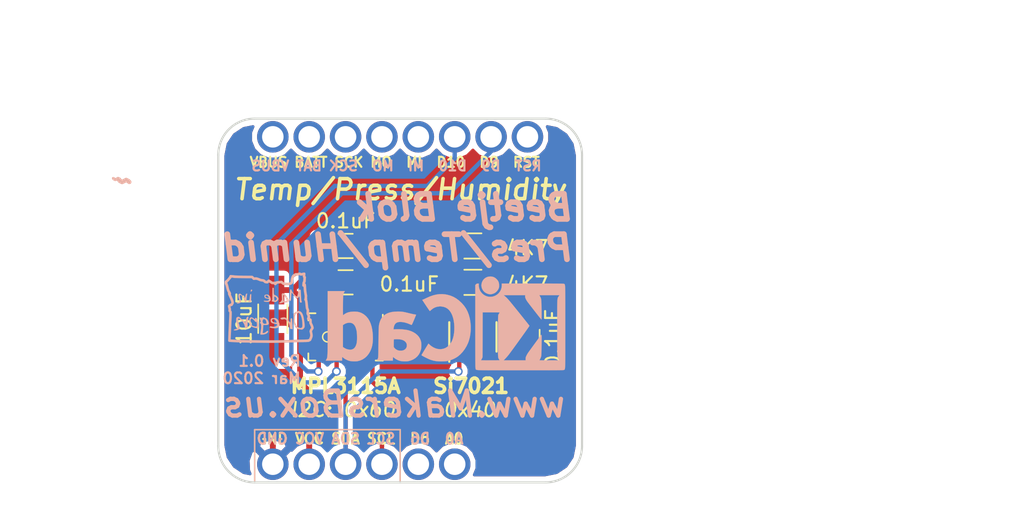
<source format=kicad_pcb>
(kicad_pcb (version 4) (host pcbnew 4.0.6)

  (general
    (links 27)
    (no_connects 0)
    (area 125.73 77.47 198.222429 114.300001)
    (thickness 1.6)
    (drawings 21)
    (tracks 115)
    (zones 0)
    (modules 12)
    (nets 18)
  )

  (page A)
  (title_block
    (title "Beetje 32U4 Blok")
    (date 2018-08-10)
    (rev 0.0)
    (company www.MakersBox.us)
    (comment 1 648.ken@gmail.com)
  )

  (layers
    (0 F.Cu signal)
    (31 B.Cu signal hide)
    (32 B.Adhes user)
    (33 F.Adhes user)
    (34 B.Paste user)
    (35 F.Paste user)
    (36 B.SilkS user)
    (37 F.SilkS user)
    (38 B.Mask user)
    (39 F.Mask user)
    (40 Dwgs.User user)
    (41 Cmts.User user)
    (42 Eco1.User user)
    (43 Eco2.User user)
    (44 Edge.Cuts user)
    (45 Margin user)
    (46 B.CrtYd user)
    (47 F.CrtYd user)
    (48 B.Fab user)
    (49 F.Fab user)
  )

  (setup
    (last_trace_width 0.25)
    (user_trace_width 0.3048)
    (user_trace_width 0.4064)
    (user_trace_width 0.6096)
    (trace_clearance 0.2)
    (zone_clearance 0.35)
    (zone_45_only no)
    (trace_min 0.2)
    (segment_width 0.2)
    (edge_width 0.15)
    (via_size 0.6)
    (via_drill 0.4)
    (via_min_size 0.4)
    (via_min_drill 0.3)
    (uvia_size 0.3)
    (uvia_drill 0.1)
    (uvias_allowed no)
    (uvia_min_size 0.2)
    (uvia_min_drill 0.1)
    (pcb_text_width 0.3)
    (pcb_text_size 1.5 1.5)
    (mod_edge_width 0.15)
    (mod_text_size 1 1)
    (mod_text_width 0.15)
    (pad_size 1.7 1.7)
    (pad_drill 0.508)
    (pad_to_mask_clearance 0)
    (aux_axis_origin 0 0)
    (visible_elements 7FFFFFFF)
    (pcbplotparams
      (layerselection 0x00030_80000001)
      (usegerberextensions false)
      (excludeedgelayer true)
      (linewidth 0.100000)
      (plotframeref false)
      (viasonmask false)
      (mode 1)
      (useauxorigin false)
      (hpglpennumber 1)
      (hpglpenspeed 20)
      (hpglpendiameter 15)
      (hpglpenoverlay 2)
      (psnegative false)
      (psa4output false)
      (plotreference true)
      (plotvalue true)
      (plotinvisibletext false)
      (padsonsilk false)
      (subtractmaskfromsilk false)
      (outputformat 1)
      (mirror false)
      (drillshape 1)
      (scaleselection 1)
      (outputdirectory ""))
  )

  (net 0 "")
  (net 1 GND)
  (net 2 VBUS)
  (net 3 +BATT)
  (net 4 /D10)
  (net 5 /D9)
  (net 6 /SCL)
  (net 7 /SDA)
  (net 8 /A0)
  (net 9 /SCK)
  (net 10 /MOSI)
  (net 11 /MISO)
  (net 12 /~RESET)
  (net 13 VCC)
  (net 14 "Net-(C4-Pad1)")
  (net 15 /D6)
  (net 16 "Net-(U1-Pad3)")
  (net 17 "Net-(U1-Pad4)")

  (net_class Default "This is the default net class."
    (clearance 0.2)
    (trace_width 0.25)
    (via_dia 0.6)
    (via_drill 0.4)
    (uvia_dia 0.3)
    (uvia_drill 0.1)
    (add_net +BATT)
    (add_net /A0)
    (add_net /D10)
    (add_net /D6)
    (add_net /D9)
    (add_net /MISO)
    (add_net /MOSI)
    (add_net /SCK)
    (add_net /SCL)
    (add_net /SDA)
    (add_net /~RESET)
    (add_net GND)
    (add_net "Net-(C4-Pad1)")
    (add_net "Net-(U1-Pad3)")
    (add_net "Net-(U1-Pad4)")
    (add_net VBUS)
    (add_net VCC)
  )

  (module footprints:KiCad-Logo2_8mm_SilkScreen (layer B.Cu) (tedit 0) (tstamp 5B722793)
    (at 158.115 101.346 180)
    (descr "KiCad Logo")
    (tags "Logo KiCad")
    (attr virtual)
    (fp_text reference REF*** (at 0 0 180) (layer B.SilkS) hide
      (effects (font (size 1 1) (thickness 0.15)) (justify mirror))
    )
    (fp_text value KiCad-Logo2_8mm_SilkScreen (at 0.75 0 180) (layer B.Fab) hide
      (effects (font (size 1 1) (thickness 0.15)) (justify mirror))
    )
    (fp_poly (pts (xy -3.922722 3.342976) (xy -3.908256 3.191281) (xy -3.866163 3.047997) (xy -3.798393 2.916193)
      (xy -3.706899 2.798942) (xy -3.593635 2.699313) (xy -3.46451 2.622271) (xy -3.323028 2.569521)
      (xy -3.180554 2.544799) (xy -3.039896 2.546316) (xy -2.903864 2.572283) (xy -2.775267 2.62091)
      (xy -2.656914 2.690407) (xy -2.551614 2.778986) (xy -2.462177 2.884857) (xy -2.391412 3.00623)
      (xy -2.342129 3.141317) (xy -2.317135 3.288326) (xy -2.314556 3.354756) (xy -2.314556 3.471835)
      (xy -2.24542 3.471835) (xy -2.197081 3.468047) (xy -2.161271 3.452338) (xy -2.125183 3.420734)
      (xy -2.074083 3.369633) (xy -2.074083 0.451862) (xy -2.074095 0.102862) (xy -2.074138 -0.217332)
      (xy -2.074223 -0.509974) (xy -2.074361 -0.776318) (xy -2.074562 -1.017617) (xy -2.074838 -1.235125)
      (xy -2.0752 -1.430095) (xy -2.075658 -1.60378) (xy -2.076223 -1.757435) (xy -2.076906 -1.892313)
      (xy -2.077717 -2.009668) (xy -2.078669 -2.110753) (xy -2.079771 -2.196821) (xy -2.081035 -2.269127)
      (xy -2.08247 -2.328923) (xy -2.084089 -2.377464) (xy -2.085902 -2.416003) (xy -2.08792 -2.445793)
      (xy -2.090154 -2.468089) (xy -2.092614 -2.484143) (xy -2.095312 -2.49521) (xy -2.098258 -2.502542)
      (xy -2.099699 -2.505005) (xy -2.105241 -2.51434) (xy -2.109947 -2.522923) (xy -2.115045 -2.530784)
      (xy -2.121765 -2.537955) (xy -2.131336 -2.544467) (xy -2.144986 -2.550353) (xy -2.163945 -2.555642)
      (xy -2.189442 -2.560368) (xy -2.222705 -2.56456) (xy -2.264964 -2.568251) (xy -2.317448 -2.571472)
      (xy -2.381386 -2.574254) (xy -2.458007 -2.57663) (xy -2.54854 -2.578629) (xy -2.654214 -2.580284)
      (xy -2.776258 -2.581627) (xy -2.915901 -2.582687) (xy -3.074372 -2.583498) (xy -3.2529 -2.58409)
      (xy -3.452715 -2.584495) (xy -3.675045 -2.584744) (xy -3.921119 -2.584869) (xy -4.192166 -2.584901)
      (xy -4.489416 -2.584871) (xy -4.814097 -2.584811) (xy -5.167438 -2.584752) (xy -5.218541 -2.584746)
      (xy -5.573985 -2.584689) (xy -5.900594 -2.584595) (xy -6.199592 -2.584455) (xy -6.472204 -2.584259)
      (xy -6.719653 -2.583997) (xy -6.943164 -2.58366) (xy -7.14396 -2.583239) (xy -7.323266 -2.582723)
      (xy -7.482307 -2.582104) (xy -7.622306 -2.581371) (xy -7.744487 -2.580515) (xy -7.850075 -2.579526)
      (xy -7.940293 -2.578394) (xy -8.016366 -2.577111) (xy -8.079519 -2.575666) (xy -8.130975 -2.574049)
      (xy -8.171958 -2.572252) (xy -8.203692 -2.570265) (xy -8.227402 -2.568077) (xy -8.244312 -2.565679)
      (xy -8.255646 -2.563063) (xy -8.261448 -2.560841) (xy -8.272714 -2.556088) (xy -8.283058 -2.552578)
      (xy -8.292517 -2.549068) (xy -8.301132 -2.544313) (xy -8.308942 -2.537069) (xy -8.315985 -2.526091)
      (xy -8.322302 -2.510135) (xy -8.327931 -2.487955) (xy -8.332912 -2.458309) (xy -8.337284 -2.419951)
      (xy -8.341086 -2.371637) (xy -8.344358 -2.312122) (xy -8.347139 -2.240163) (xy -8.349467 -2.154513)
      (xy -8.351383 -2.053931) (xy -8.352925 -1.937169) (xy -8.354134 -1.802985) (xy -8.355047 -1.650134)
      (xy -8.355705 -1.477371) (xy -8.356146 -1.283452) (xy -8.356411 -1.067133) (xy -8.356536 -0.827168)
      (xy -8.356564 -0.562314) (xy -8.356533 -0.271326) (xy -8.356481 0.04704) (xy -8.356449 0.39403)
      (xy -8.356449 0.450148) (xy -8.356467 0.800159) (xy -8.356501 1.121364) (xy -8.356515 1.415017)
      (xy -8.356476 1.682372) (xy -8.356351 1.924683) (xy -8.356103 2.143203) (xy -8.3557 2.339187)
      (xy -8.355107 2.513887) (xy -8.354335 2.660237) (xy -7.951149 2.660237) (xy -7.898174 2.583225)
      (xy -7.883302 2.562232) (xy -7.869895 2.543644) (xy -7.857876 2.52588) (xy -7.84717 2.507362)
      (xy -7.837703 2.486509) (xy -7.829397 2.461743) (xy -7.822178 2.431483) (xy -7.815969 2.39415)
      (xy -7.810696 2.348165) (xy -7.806282 2.291948) (xy -7.802652 2.22392) (xy -7.79973 2.1425)
      (xy -7.797441 2.04611) (xy -7.795709 1.93317) (xy -7.794458 1.802101) (xy -7.793614 1.651322)
      (xy -7.793099 1.479254) (xy -7.792839 1.284319) (xy -7.792757 1.064935) (xy -7.792779 0.819524)
      (xy -7.792828 0.546506) (xy -7.79284 0.383255) (xy -7.792808 0.094417) (xy -7.792763 -0.165943)
      (xy -7.792779 -0.399406) (xy -7.792931 -0.607554) (xy -7.793294 -0.791969) (xy -7.793943 -0.954231)
      (xy -7.794953 -1.095922) (xy -7.796399 -1.218624) (xy -7.798355 -1.323917) (xy -7.800896 -1.413383)
      (xy -7.804097 -1.488603) (xy -7.808033 -1.551159) (xy -7.81278 -1.602632) (xy -7.81841 -1.644603)
      (xy -7.825001 -1.678653) (xy -7.832626 -1.706365) (xy -7.84136 -1.729318) (xy -7.851279 -1.749096)
      (xy -7.862456 -1.767278) (xy -7.874967 -1.785446) (xy -7.888888 -1.805182) (xy -7.896997 -1.817019)
      (xy -7.948618 -1.893728) (xy -7.240914 -1.893728) (xy -7.076826 -1.893681) (xy -6.940367 -1.893481)
      (xy -6.829109 -1.893033) (xy -6.740621 -1.892244) (xy -6.672476 -1.89102) (xy -6.622243 -1.889269)
      (xy -6.587493 -1.886897) (xy -6.565798 -1.88381) (xy -6.554727 -1.879916) (xy -6.551851 -1.87512)
      (xy -6.554741 -1.86933) (xy -6.556333 -1.867426) (xy -6.589817 -1.81807) (xy -6.624296 -1.747773)
      (xy -6.655729 -1.665227) (xy -6.666738 -1.630061) (xy -6.672884 -1.606175) (xy -6.678078 -1.578135)
      (xy -6.68243 -1.543165) (xy -6.686048 -1.498489) (xy -6.689043 -1.441329) (xy -6.691523 -1.36891)
      (xy -6.693598 -1.278455) (xy -6.695377 -1.167188) (xy -6.69697 -1.032331) (xy -6.698486 -0.871109)
      (xy -6.698988 -0.811597) (xy -6.700342 -0.644976) (xy -6.701352 -0.506026) (xy -6.701941 -0.392361)
      (xy -6.702031 -0.301596) (xy -6.701544 -0.231344) (xy -6.700403 -0.179219) (xy -6.69853 -0.142834)
      (xy -6.695847 -0.119804) (xy -6.692276 -0.107742) (xy -6.687739 -0.104261) (xy -6.682159 -0.106976)
      (xy -6.676203 -0.112722) (xy -6.662417 -0.129943) (xy -6.63305 -0.168651) (xy -6.590179 -0.22601)
      (xy -6.535882 -0.299181) (xy -6.472237 -0.385326) (xy -6.401323 -0.481609) (xy -6.325216 -0.585192)
      (xy -6.245995 -0.693237) (xy -6.165738 -0.802907) (xy -6.086522 -0.911364) (xy -6.010426 -1.01577)
      (xy -5.939527 -1.113289) (xy -5.875903 -1.201083) (xy -5.821633 -1.276314) (xy -5.778793 -1.336144)
      (xy -5.749462 -1.377737) (xy -5.74338 -1.386567) (xy -5.712864 -1.435698) (xy -5.677172 -1.49959)
      (xy -5.643357 -1.565542) (xy -5.639069 -1.574437) (xy -5.610208 -1.638602) (xy -5.593452 -1.68861)
      (xy -5.585823 -1.736307) (xy -5.584334 -1.792278) (xy -5.585178 -1.893728) (xy -4.048204 -1.893728)
      (xy -4.169575 -1.768938) (xy -4.231879 -1.70251) (xy -4.29883 -1.627316) (xy -4.360132 -1.555063)
      (xy -4.387325 -1.52131) (xy -4.427849 -1.468661) (xy -4.481176 -1.397817) (xy -4.545747 -1.310947)
      (xy -4.620001 -1.210222) (xy -4.702381 -1.097809) (xy -4.791326 -0.975879) (xy -4.885278 -0.846602)
      (xy -4.982678 -0.712146) (xy -5.081965 -0.574681) (xy -5.181581 -0.436377) (xy -5.279967 -0.299403)
      (xy -5.375564 -0.165929) (xy -5.466812 -0.038124) (xy -5.552152 0.081843) (xy -5.630025 0.191801)
      (xy -5.698871 0.289582) (xy -5.757132 0.373016) (xy -5.803249 0.439934) (xy -5.835661 0.488166)
      (xy -5.85281 0.515542) (xy -5.85515 0.521004) (xy -5.844554 0.536083) (xy -5.816868 0.57227)
      (xy -5.773909 0.627299) (xy -5.71749 0.698907) (xy -5.649426 0.784829) (xy -5.571533 0.882802)
      (xy -5.485625 0.990562) (xy -5.393517 1.105845) (xy -5.297023 1.226386) (xy -5.197959 1.349921)
      (xy -5.118438 1.448918) (xy -3.772426 1.448918) (xy -3.764558 1.431667) (xy -3.74548 1.402045)
      (xy -3.744086 1.400072) (xy -3.719073 1.359927) (xy -3.692916 1.310891) (xy -3.687725 1.300059)
      (xy -3.683017 1.288837) (xy -3.678857 1.275366) (xy -3.675203 1.25779) (xy -3.672015 1.234255)
      (xy -3.669255 1.202906) (xy -3.666881 1.161888) (xy -3.664853 1.109348) (xy -3.663132 1.043429)
      (xy -3.661676 0.962277) (xy -3.660447 0.864038) (xy -3.659404 0.746857) (xy -3.658506 0.608879)
      (xy -3.657714 0.448249) (xy -3.656988 0.263112) (xy -3.656287 0.051614) (xy -3.655577 -0.186509)
      (xy -3.65486 -0.432967) (xy -3.654282 -0.651229) (xy -3.653931 -0.843155) (xy -3.653898 -1.010607)
      (xy -3.654272 -1.155449) (xy -3.655143 -1.27954) (xy -3.656601 -1.384744) (xy -3.658736 -1.472922)
      (xy -3.661637 -1.545936) (xy -3.665394 -1.605648) (xy -3.670097 -1.65392) (xy -3.675835 -1.692614)
      (xy -3.682699 -1.723591) (xy -3.690778 -1.748714) (xy -3.700162 -1.769845) (xy -3.71094 -1.788845)
      (xy -3.723203 -1.807576) (xy -3.73452 -1.824175) (xy -3.757334 -1.859182) (xy -3.770843 -1.882593)
      (xy -3.772426 -1.88688) (xy -3.757905 -1.888314) (xy -3.716375 -1.889646) (xy -3.650889 -1.890845)
      (xy -3.564495 -1.891877) (xy -3.460246 -1.892712) (xy -3.341192 -1.893317) (xy -3.210384 -1.89366)
      (xy -3.118639 -1.893728) (xy -2.978855 -1.893434) (xy -2.849924 -1.892593) (xy -2.734758 -1.891263)
      (xy -2.63627 -1.889503) (xy -2.557376 -1.887372) (xy -2.500988 -1.884928) (xy -2.47002 -1.882231)
      (xy -2.464852 -1.880538) (xy -2.4751 -1.860697) (xy -2.485749 -1.850006) (xy -2.503286 -1.827204)
      (xy -2.526237 -1.786929) (xy -2.54211 -1.754231) (xy -2.577574 -1.675799) (xy -2.581668 -0.108964)
      (xy -2.585762 1.45787) (xy -3.179094 1.45787) (xy -3.309323 1.457651) (xy -3.42967 1.457027)
      (xy -3.536932 1.456047) (xy -3.627907 1.454757) (xy -3.699393 1.453208) (xy -3.748186 1.451446)
      (xy -3.771085 1.449521) (xy -3.772426 1.448918) (xy -5.118438 1.448918) (xy -5.09814 1.474187)
      (xy -4.99938 1.596919) (xy -4.903493 1.715853) (xy -4.812296 1.828726) (xy -4.727602 1.933272)
      (xy -4.651227 2.027229) (xy -4.584984 2.108332) (xy -4.53069 2.174316) (xy -4.507838 2.201835)
      (xy -4.392952 2.335851) (xy -4.290971 2.446697) (xy -4.199355 2.536991) (xy -4.115566 2.609349)
      (xy -4.103077 2.619158) (xy -4.050473 2.659904) (xy -4.803864 2.66007) (xy -5.557254 2.660237)
      (xy -5.550213 2.596361) (xy -5.55461 2.520016) (xy -5.583276 2.429118) (xy -5.636496 2.322943)
      (xy -5.696817 2.226708) (xy -5.718409 2.196559) (xy -5.755758 2.146559) (xy -5.806637 2.079558)
      (xy -5.86882 1.998409) (xy -5.940081 1.905962) (xy -6.018192 1.805067) (xy -6.100928 1.698577)
      (xy -6.186063 1.589342) (xy -6.271369 1.480213) (xy -6.354621 1.374041) (xy -6.433592 1.273677)
      (xy -6.506055 1.181973) (xy -6.569785 1.101779) (xy -6.622555 1.035946) (xy -6.662138 0.987326)
      (xy -6.686309 0.95877) (xy -6.690381 0.954379) (xy -6.694188 0.965038) (xy -6.697135 1.00537)
      (xy -6.699217 1.075) (xy -6.700429 1.173553) (xy -6.700766 1.300656) (xy -6.700223 1.455932)
      (xy -6.699013 1.615681) (xy -6.697253 1.791569) (xy -6.695223 1.940333) (xy -6.692593 2.064908)
      (xy -6.689031 2.168229) (xy -6.684206 2.253231) (xy -6.677787 2.322848) (xy -6.669444 2.380016)
      (xy -6.658844 2.427669) (xy -6.645657 2.468743) (xy -6.629552 2.506173) (xy -6.610197 2.542893)
      (xy -6.59065 2.576229) (xy -6.540063 2.660237) (xy -7.951149 2.660237) (xy -8.354335 2.660237)
      (xy -8.354291 2.668558) (xy -8.353218 2.804453) (xy -8.351853 2.922826) (xy -8.350162 3.024931)
      (xy -8.348112 3.112021) (xy -8.345668 3.18535) (xy -8.342796 3.246171) (xy -8.339462 3.29574)
      (xy -8.335633 3.335308) (xy -8.331274 3.36613) (xy -8.326351 3.38946) (xy -8.32083 3.406552)
      (xy -8.314678 3.418658) (xy -8.307859 3.427033) (xy -8.30034 3.43293) (xy -8.292087 3.437604)
      (xy -8.283067 3.442307) (xy -8.275084 3.447058) (xy -8.268117 3.450488) (xy -8.257232 3.453588)
      (xy -8.240972 3.456375) (xy -8.217879 3.458866) (xy -8.186497 3.461077) (xy -8.145368 3.463024)
      (xy -8.093034 3.464724) (xy -8.028039 3.466193) (xy -7.948925 3.467448) (xy -7.854236 3.468506)
      (xy -7.742512 3.469382) (xy -7.612299 3.470093) (xy -7.462137 3.470655) (xy -7.29057 3.471086)
      (xy -7.096141 3.471401) (xy -6.877392 3.471617) (xy -6.632866 3.47175) (xy -6.361105 3.471817)
      (xy -6.079996 3.471835) (xy -3.922722 3.471835) (xy -3.922722 3.342976)) (layer B.SilkS) (width 0.01))
    (fp_poly (pts (xy 0.437258 2.730527) (xy 0.650464 2.702337) (xy 0.868727 2.648897) (xy 1.094796 2.569675)
      (xy 1.331418 2.464144) (xy 1.34642 2.456762) (xy 1.423232 2.41945) (xy 1.49186 2.387395)
      (xy 1.547297 2.362834) (xy 1.584536 2.348008) (xy 1.597278 2.344616) (xy 1.622863 2.337949)
      (xy 1.629003 2.332349) (xy 1.622208 2.318459) (xy 1.600853 2.28346) (xy 1.567396 2.23102)
      (xy 1.524294 2.164806) (xy 1.474008 2.088486) (xy 1.418995 2.005727) (xy 1.361714 1.920199)
      (xy 1.304623 1.835567) (xy 1.250183 1.7555) (xy 1.20085 1.683666) (xy 1.159083 1.623732)
      (xy 1.127342 1.579365) (xy 1.108085 1.554235) (xy 1.105442 1.55132) (xy 1.091971 1.557509)
      (xy 1.062227 1.580377) (xy 1.021527 1.615686) (xy 1.000566 1.63496) (xy 0.872104 1.735186)
      (xy 0.730034 1.808998) (xy 0.576256 1.85573) (xy 0.412672 1.874716) (xy 0.320275 1.873157)
      (xy 0.158995 1.85031) (xy 0.013587 1.802538) (xy -0.116384 1.729492) (xy -0.231353 1.630824)
      (xy -0.331754 1.506185) (xy -0.418022 1.355224) (xy -0.467839 1.239941) (xy -0.526222 1.059276)
      (xy -0.569252 0.862922) (xy -0.59704 0.655943) (xy -0.609695 0.443402) (xy -0.60733 0.230362)
      (xy -0.590055 0.021887) (xy -0.557981 -0.176961) (xy -0.511218 -0.361118) (xy -0.449877 -0.52552)
      (xy -0.4282 -0.571124) (xy -0.33734 -0.723014) (xy -0.230219 -0.851481) (xy -0.108412 -0.955478)
      (xy 0.02651 -1.033958) (xy 0.172971 -1.085874) (xy 0.3294 -1.110179) (xy 0.384608 -1.111967)
      (xy 0.546446 -1.097428) (xy 0.706791 -1.053737) (xy 0.86361 -0.981798) (xy 1.014867 -0.882512)
      (xy 1.136564 -0.778232) (xy 1.198512 -0.718945) (xy 1.439845 -1.114709) (xy 1.499886 -1.213446)
      (xy 1.554789 -1.304262) (xy 1.602606 -1.383895) (xy 1.641391 -1.44908) (xy 1.669194 -1.496554)
      (xy 1.68407 -1.523055) (xy 1.686003 -1.527175) (xy 1.675047 -1.540009) (xy 1.640993 -1.563016)
      (xy 1.588145 -1.594015) (xy 1.520811 -1.630829) (xy 1.443294 -1.671278) (xy 1.359902 -1.713182)
      (xy 1.27494 -1.754363) (xy 1.192714 -1.792642) (xy 1.117529 -1.825838) (xy 1.053691 -1.851775)
      (xy 1.022467 -1.862997) (xy 0.844377 -1.913342) (xy 0.660791 -1.94663) (xy 0.464142 -1.963943)
      (xy 0.295341 -1.967043) (xy 0.204867 -1.965585) (xy 0.117529 -1.962792) (xy 0.041068 -1.959009)
      (xy -0.01677 -1.954578) (xy -0.035549 -1.952337) (xy -0.220628 -1.913947) (xy -0.409051 -1.853877)
      (xy -0.59209 -1.775702) (xy -0.761013 -1.683) (xy -0.864201 -1.612864) (xy -1.033826 -1.468809)
      (xy -1.19133 -1.300302) (xy -1.333795 -1.111508) (xy -1.458303 -0.906591) (xy -1.561938 -0.689715)
      (xy -1.620324 -0.53355) (xy -1.687222 -0.289076) (xy -1.731821 -0.030064) (xy -1.754135 0.237881)
      (xy -1.754179 0.509155) (xy -1.731966 0.778153) (xy -1.687509 1.039271) (xy -1.620824 1.286905)
      (xy -1.615743 1.302334) (xy -1.532022 1.518085) (xy -1.429844 1.715017) (xy -1.305742 1.898701)
      (xy -1.15625 2.074712) (xy -1.09785 2.134973) (xy -0.916596 2.299984) (xy -0.730263 2.436505)
      (xy -0.535991 2.546021) (xy -0.330921 2.630019) (xy -0.11219 2.689985) (xy 0.01503 2.71327)
      (xy 0.226363 2.733995) (xy 0.437258 2.730527)) (layer B.SilkS) (width 0.01))
    (fp_poly (pts (xy 3.559492 1.509029) (xy 3.76175 1.482382) (xy 3.941836 1.437602) (xy 4.100911 1.374331)
      (xy 4.240138 1.292213) (xy 4.343465 1.207591) (xy 4.435116 1.108892) (xy 4.506666 1.002687)
      (xy 4.563786 0.879908) (xy 4.584388 0.822567) (xy 4.601508 0.770669) (xy 4.616422 0.722545)
      (xy 4.629302 0.675754) (xy 4.64032 0.627856) (xy 4.64965 0.576413) (xy 4.657463 0.518984)
      (xy 4.663932 0.45313) (xy 4.66923 0.376411) (xy 4.67353 0.286388) (xy 4.677003 0.18062)
      (xy 4.679823 0.056669) (xy 4.682162 -0.087906) (xy 4.684193 -0.255544) (xy 4.686088 -0.448685)
      (xy 4.687755 -0.638757) (xy 4.689521 -0.846703) (xy 4.691126 -1.026797) (xy 4.692737 -1.181244)
      (xy 4.69452 -1.312249) (xy 4.696643 -1.422017) (xy 4.699272 -1.512753) (xy 4.702576 -1.586662)
      (xy 4.706719 -1.64595) (xy 4.71187 -1.692822) (xy 4.718196 -1.729483) (xy 4.725863 -1.758137)
      (xy 4.735038 -1.78099) (xy 4.745888 -1.800248) (xy 4.758581 -1.818115) (xy 4.773283 -1.836796)
      (xy 4.779009 -1.844029) (xy 4.80007 -1.874436) (xy 4.809438 -1.895142) (xy 4.809468 -1.895754)
      (xy 4.794986 -1.898682) (xy 4.753733 -1.901378) (xy 4.688997 -1.903769) (xy 4.604064 -1.905778)
      (xy 4.502223 -1.907329) (xy 4.38676 -1.908346) (xy 4.260964 -1.908753) (xy 4.246443 -1.908757)
      (xy 3.683419 -1.908757) (xy 3.679076 -1.780858) (xy 3.674734 -1.652958) (xy 3.592071 -1.720841)
      (xy 3.46249 -1.810726) (xy 3.316172 -1.883541) (xy 3.201056 -1.923787) (xy 3.109098 -1.943342)
      (xy 2.998126 -1.956647) (xy 2.878615 -1.963285) (xy 2.761037 -1.962843) (xy 2.655867 -1.954905)
      (xy 2.607633 -1.947298) (xy 2.421218 -1.89689) (xy 2.2529 -1.823874) (xy 2.103896 -1.729337)
      (xy 1.975424 -1.614365) (xy 1.868699 -1.480046) (xy 1.78494 -1.327467) (xy 1.72586 -1.159594)
      (xy 1.709438 -1.084261) (xy 1.699307 -1.001451) (xy 1.694476 -0.901815) (xy 1.693817 -0.856686)
      (xy 1.693904 -0.852446) (xy 2.705656 -0.852446) (xy 2.718029 -0.952367) (xy 2.755556 -1.037343)
      (xy 2.820085 -1.111417) (xy 2.826818 -1.117292) (xy 2.891115 -1.163659) (xy 2.959958 -1.193724)
      (xy 3.040814 -1.209595) (xy 3.141149 -1.21338) (xy 3.165257 -1.21284) (xy 3.236909 -1.209309)
      (xy 3.290203 -1.202098) (xy 3.336823 -1.188566) (xy 3.388452 -1.166072) (xy 3.40262 -1.159178)
      (xy 3.483368 -1.111478) (xy 3.545701 -1.054719) (xy 3.562659 -1.034431) (xy 3.62213 -0.959194)
      (xy 3.62213 -0.698413) (xy 3.621417 -0.593706) (xy 3.619167 -0.516552) (xy 3.615215 -0.464478)
      (xy 3.609396 -0.435009) (xy 3.603958 -0.4264) (xy 3.582755 -0.422188) (xy 3.537778 -0.418697)
      (xy 3.475305 -0.416256) (xy 3.401619 -0.415194) (xy 3.389786 -0.415174) (xy 3.22899 -0.422169)
      (xy 3.092299 -0.443693) (xy 2.977065 -0.480569) (xy 2.880641 -0.53362) (xy 2.807509 -0.596127)
      (xy 2.748201 -0.673195) (xy 2.715285 -0.757135) (xy 2.705656 -0.852446) (xy 1.693904 -0.852446)
      (xy 1.696391 -0.731864) (xy 1.707501 -0.626821) (xy 1.729129 -0.531998) (xy 1.763261 -0.437837)
      (xy 1.795209 -0.368111) (xy 1.873252 -0.241236) (xy 1.977227 -0.124042) (xy 2.10397 -0.018662)
      (xy 2.250318 0.072772) (xy 2.413106 0.148126) (xy 2.589171 0.205268) (xy 2.675266 0.225158)
      (xy 2.856574 0.254587) (xy 3.054208 0.274003) (xy 3.25585 0.282498) (xy 3.424346 0.280325)
      (xy 3.639875 0.2713) (xy 3.629997 0.349822) (xy 3.604311 0.48183) (xy 3.562861 0.589298)
      (xy 3.504501 0.673048) (xy 3.428083 0.733905) (xy 3.332461 0.772692) (xy 3.21649 0.790234)
      (xy 3.079021 0.787353) (xy 3.028462 0.782026) (xy 2.840486 0.748518) (xy 2.658338 0.693887)
      (xy 2.532485 0.643294) (xy 2.472361 0.617499) (xy 2.421194 0.596769) (xy 2.386111 0.583929)
      (xy 2.375875 0.581203) (xy 2.362902 0.59329) (xy 2.340643 0.631858) (xy 2.30889 0.697345)
      (xy 2.267432 0.790184) (xy 2.216061 0.910813) (xy 2.207277 0.931835) (xy 2.167261 1.028115)
      (xy 2.131341 1.115115) (xy 2.101069 1.189031) (xy 2.077996 1.246059) (xy 2.063674 1.282393)
      (xy 2.059538 1.294161) (xy 2.07285 1.300491) (xy 2.107833 1.307517) (xy 2.145474 1.312415)
      (xy 2.185623 1.318748) (xy 2.249246 1.331323) (xy 2.330697 1.348908) (xy 2.424336 1.37027)
      (xy 2.52452 1.394175) (xy 2.562545 1.403525) (xy 2.702419 1.437592) (xy 2.819131 1.464302)
      (xy 2.918435 1.484509) (xy 3.006085 1.499066) (xy 3.087836 1.508827) (xy 3.169441 1.514644)
      (xy 3.256656 1.51737) (xy 3.333898 1.5179) (xy 3.559492 1.509029)) (layer B.SilkS) (width 0.01))
    (fp_poly (pts (xy 8.236474 0.702633) (xy 8.2365 0.390539) (xy 8.236535 0.107038) (xy 8.236631 -0.149336)
      (xy 8.236841 -0.380048) (xy 8.237216 -0.586565) (xy 8.237809 -0.770351) (xy 8.23867 -0.932874)
      (xy 8.239853 -1.075598) (xy 8.241408 -1.19999) (xy 8.243389 -1.307515) (xy 8.245846 -1.39964)
      (xy 8.248833 -1.47783) (xy 8.2524 -1.543551) (xy 8.256599 -1.598269) (xy 8.261484 -1.643449)
      (xy 8.267104 -1.680558) (xy 8.273513 -1.711062) (xy 8.280763 -1.736426) (xy 8.288905 -1.758115)
      (xy 8.29799 -1.777597) (xy 8.308073 -1.796337) (xy 8.319203 -1.8158) (xy 8.326117 -1.827924)
      (xy 8.371736 -1.908757) (xy 7.229231 -1.908757) (xy 7.229231 -1.781006) (xy 7.228257 -1.723273)
      (xy 7.225658 -1.679119) (xy 7.221918 -1.655446) (xy 7.220265 -1.653254) (xy 7.205058 -1.662419)
      (xy 7.174817 -1.686175) (xy 7.144595 -1.711969) (xy 7.071924 -1.766201) (xy 6.979423 -1.820792)
      (xy 6.876839 -1.870725) (xy 6.773919 -1.910987) (xy 6.732843 -1.923833) (xy 6.641649 -1.943225)
      (xy 6.531343 -1.956487) (xy 6.412329 -1.963202) (xy 6.295005 -1.962953) (xy 6.189773 -1.955324)
      (xy 6.139586 -1.947592) (xy 5.95573 -1.896918) (xy 5.786245 -1.820067) (xy 5.632046 -1.717737)
      (xy 5.494044 -1.590628) (xy 5.373151 -1.43944) (xy 5.284214 -1.291927) (xy 5.211165 -1.136483)
      (xy 5.155248 -0.977586) (xy 5.115311 -0.809843) (xy 5.090207 -0.627861) (xy 5.078786 -0.426245)
      (xy 5.077819 -0.323136) (xy 5.080607 -0.247545) (xy 6.18446 -0.247545) (xy 6.184737 -0.371452)
      (xy 6.188615 -0.488199) (xy 6.196154 -0.59082) (xy 6.207411 -0.672349) (xy 6.210851 -0.688779)
      (xy 6.253189 -0.831612) (xy 6.308652 -0.947473) (xy 6.377703 -1.036654) (xy 6.460804 -1.099444)
      (xy 6.558418 -1.136137) (xy 6.67101 -1.147021) (xy 6.799041 -1.13239) (xy 6.883551 -1.111458)
      (xy 6.948978 -1.087241) (xy 7.021043 -1.052828) (xy 7.075178 -1.021272) (xy 7.169113 -0.95954)
      (xy 7.169113 0.57178) (xy 7.079369 0.629784) (xy 6.974823 0.684267) (xy 6.862742 0.719749)
      (xy 6.749411 0.735624) (xy 6.641117 0.731288) (xy 6.544145 0.706135) (xy 6.501603 0.685407)
      (xy 6.424485 0.628162) (xy 6.359305 0.552578) (xy 6.304513 0.455892) (xy 6.258561 0.335342)
      (xy 6.219897 0.188167) (xy 6.218191 0.180355) (xy 6.20465 0.097473) (xy 6.194476 -0.006116)
      (xy 6.187726 -0.123444) (xy 6.18446 -0.247545) (xy 5.080607 -0.247545) (xy 5.088272 -0.039801)
      (xy 5.117488 0.220927) (xy 5.165396 0.458877) (xy 5.231928 0.673876) (xy 5.317015 0.86575)
      (xy 5.420587 1.034326) (xy 5.542575 1.179432) (xy 5.682911 1.300895) (xy 5.743041 1.342102)
      (xy 5.877441 1.416855) (xy 6.014957 1.469591) (xy 6.161524 1.501757) (xy 6.323073 1.514797)
      (xy 6.446231 1.513405) (xy 6.618848 1.498805) (xy 6.768751 1.469761) (xy 6.900278 1.424937)
      (xy 7.017765 1.363) (xy 7.082823 1.317451) (xy 7.12192 1.288275) (xy 7.150798 1.268344)
      (xy 7.161728 1.262485) (xy 7.163878 1.276903) (xy 7.165596 1.317713) (xy 7.1669 1.381253)
      (xy 7.167805 1.46386) (xy 7.168328 1.56187) (xy 7.168487 1.671621) (xy 7.168298 1.789449)
      (xy 7.167778 1.911693) (xy 7.166944 2.034687) (xy 7.165812 2.15477) (xy 7.164399 2.268279)
      (xy 7.162723 2.37155) (xy 7.1608 2.46092) (xy 7.158646 2.532727) (xy 7.15628 2.583307)
      (xy 7.155625 2.592604) (xy 7.145537 2.686353) (xy 7.130145 2.759776) (xy 7.106528 2.822511)
      (xy 7.071767 2.884198) (xy 7.063423 2.896953) (xy 7.030895 2.945799) (xy 8.236213 2.945799)
      (xy 8.236474 0.702633)) (layer B.SilkS) (width 0.01))
    (fp_poly (pts (xy -3.02624 3.958707) (xy -2.898063 3.926438) (xy -2.782789 3.869413) (xy -2.683189 3.789828)
      (xy -2.602035 3.689875) (xy -2.542098 3.571749) (xy -2.507134 3.443525) (xy -2.499344 3.314031)
      (xy -2.51912 3.189071) (xy -2.563988 3.072101) (xy -2.631472 2.966578) (xy -2.719098 2.875958)
      (xy -2.824393 2.803697) (xy -2.944882 2.753252) (xy -3.013135 2.736712) (xy -3.072378 2.726698)
      (xy -3.118046 2.722741) (xy -3.161928 2.72517) (xy -3.215814 2.734316) (xy -3.259877 2.743602)
      (xy -3.384248 2.785553) (xy -3.495647 2.853617) (xy -3.591565 2.945731) (xy -3.669496 3.05983)
      (xy -3.688067 3.096095) (xy -3.709951 3.144513) (xy -3.723675 3.185172) (xy -3.731085 3.227951)
      (xy -3.734027 3.282728) (xy -3.734397 3.344083) (xy -3.728957 3.456394) (xy -3.711096 3.548629)
      (xy -3.677559 3.629342) (xy -3.62509 3.707086) (xy -3.573769 3.766018) (xy -3.478054 3.853645)
      (xy -3.378078 3.914132) (xy -3.267907 3.950347) (xy -3.164549 3.964027) (xy -3.02624 3.958707)) (layer B.SilkS) (width 0.01))
  )

  (module footprints:MadeInOregonRev25 (layer F.Cu) (tedit 0) (tstamp 5B7229FC)
    (at 145.796 99.568)
    (fp_text reference VAL (at 0 0) (layer F.SilkS) hide
      (effects (font (size 1.143 1.143) (thickness 0.1778)))
    )
    (fp_text value MadeInOregonRev25 (at 0 0) (layer F.SilkS) hide
      (effects (font (size 1.143 1.143) (thickness 0.1778)))
    )
    (fp_poly (pts (xy -3.09626 -1.76022) (xy -3.09626 -1.72212) (xy -3.09372 -1.69672) (xy -3.09118 -1.67386)
      (xy -3.0861 -1.65608) (xy -3.07594 -1.63576) (xy -3.0734 -1.62814) (xy -3.0607 -1.6002)
      (xy -3.05054 -1.5748) (xy -3.04038 -1.54432) (xy -3.03022 -1.50876) (xy -3.02006 -1.46304)
      (xy -3.00736 -1.4097) (xy -3.00228 -1.39192) (xy -2.98704 -1.31826) (xy -2.96926 -1.2573)
      (xy -2.95402 -1.20396) (xy -2.9337 -1.15824) (xy -2.91338 -1.1176) (xy -2.91338 -1.74752)
      (xy -2.91338 -1.76276) (xy -2.91084 -1.77546) (xy -2.90322 -1.78816) (xy -2.89052 -1.8034)
      (xy -2.86766 -1.82118) (xy -2.8575 -1.83134) (xy -2.82956 -1.8542) (xy -2.80416 -1.8796)
      (xy -2.78638 -1.90246) (xy -2.77876 -1.91008) (xy -2.76606 -1.92786) (xy -2.74574 -1.95326)
      (xy -2.72034 -1.98374) (xy -2.69494 -2.01422) (xy -2.6924 -2.01676) (xy -2.66954 -2.0447)
      (xy -2.64922 -2.0701) (xy -2.63652 -2.08788) (xy -2.6289 -2.09804) (xy -2.6289 -2.10058)
      (xy -2.62382 -2.10566) (xy -2.60604 -2.10566) (xy -2.58064 -2.10566) (xy -2.55016 -2.10058)
      (xy -2.51968 -2.0955) (xy -2.50952 -2.09296) (xy -2.49682 -2.09042) (xy -2.48412 -2.08534)
      (xy -2.46888 -2.08534) (xy -2.4511 -2.0828) (xy -2.4257 -2.08026) (xy -2.39268 -2.07772)
      (xy -2.35458 -2.07772) (xy -2.30632 -2.07518) (xy -2.2479 -2.07518) (xy -2.17678 -2.07264)
      (xy -2.09296 -2.0701) (xy -2.03962 -2.0701) (xy -1.95326 -2.06756) (xy -1.8669 -2.06756)
      (xy -1.78054 -2.06502) (xy -1.69672 -2.06502) (xy -1.61798 -2.06248) (xy -1.54686 -2.06248)
      (xy -1.48336 -2.06248) (xy -1.4351 -2.06248) (xy -1.4224 -2.06248) (xy -1.22936 -2.06248)
      (xy -1.1684 -2.00152) (xy -1.10744 -1.9431) (xy -1.0668 -1.9431) (xy -1.03886 -1.9431)
      (xy -1.0033 -1.94564) (xy -0.97536 -1.95072) (xy -0.94234 -1.95326) (xy -0.91186 -1.95072)
      (xy -0.87884 -1.94564) (xy -0.8382 -1.93548) (xy -0.79248 -1.9177) (xy -0.7366 -1.89484)
      (xy -0.72136 -1.88976) (xy -0.67818 -1.86944) (xy -0.64516 -1.85674) (xy -0.61722 -1.84912)
      (xy -0.59182 -1.84404) (xy -0.56388 -1.83896) (xy -0.5461 -1.83642) (xy -0.50038 -1.83134)
      (xy -0.46482 -1.82626) (xy -0.43688 -1.81864) (xy -0.41656 -1.80848) (xy -0.39624 -1.79578)
      (xy -0.37592 -1.77546) (xy -0.37338 -1.77292) (xy -0.35052 -1.7526) (xy -0.32512 -1.73482)
      (xy -0.30734 -1.72212) (xy -0.30734 -1.72212) (xy -0.28702 -1.71704) (xy -0.25654 -1.71196)
      (xy -0.22098 -1.70434) (xy -0.18288 -1.7018) (xy -0.14986 -1.69672) (xy -0.12446 -1.69672)
      (xy -0.10922 -1.69926) (xy -0.09652 -1.70688) (xy -0.07366 -1.71958) (xy -0.05334 -1.73736)
      (xy -0.03048 -1.75768) (xy -0.01524 -1.7653) (xy -0.00508 -1.76784) (xy 0 -1.7653)
      (xy 0.01016 -1.75768) (xy 0.03048 -1.74498) (xy 0.05842 -1.7272) (xy 0.0889 -1.70688)
      (xy 0.09652 -1.7018) (xy 0.18288 -1.64846) (xy 0.25908 -1.64592) (xy 0.29464 -1.64338)
      (xy 0.3175 -1.64084) (xy 0.3302 -1.6383) (xy 0.34036 -1.63322) (xy 0.34544 -1.6256)
      (xy 0.34798 -1.62052) (xy 0.3683 -1.59766) (xy 0.39624 -1.58242) (xy 0.42672 -1.5748)
      (xy 0.4318 -1.5748) (xy 0.45974 -1.58242) (xy 0.48768 -1.6002) (xy 0.51562 -1.63068)
      (xy 0.52578 -1.64338) (xy 0.53848 -1.65608) (xy 0.5461 -1.66624) (xy 0.55626 -1.67386)
      (xy 0.56896 -1.68148) (xy 0.58928 -1.68402) (xy 0.61468 -1.6891) (xy 0.65278 -1.69418)
      (xy 0.70104 -1.69672) (xy 0.71628 -1.69926) (xy 0.8255 -1.70942) (xy 0.85598 -1.68148)
      (xy 0.89154 -1.64846) (xy 0.9271 -1.62306) (xy 0.95758 -1.60274) (xy 0.96774 -1.59766)
      (xy 0.9906 -1.59258) (xy 1.02362 -1.5875) (xy 1.0668 -1.58242) (xy 1.11252 -1.57734)
      (xy 1.16332 -1.57226) (xy 1.21158 -1.56972) (xy 1.2573 -1.56972) (xy 1.25984 -1.56972)
      (xy 1.3081 -1.56972) (xy 1.35128 -1.5748) (xy 1.39446 -1.57988) (xy 1.44272 -1.59004)
      (xy 1.48844 -1.6002) (xy 1.52146 -1.61036) (xy 1.54686 -1.62306) (xy 1.56972 -1.63576)
      (xy 1.59258 -1.65608) (xy 1.61798 -1.68148) (xy 1.63576 -1.7018) (xy 1.651 -1.72212)
      (xy 1.65862 -1.74498) (xy 1.66624 -1.77292) (xy 1.67386 -1.80848) (xy 1.6764 -1.85166)
      (xy 1.68148 -1.90246) (xy 1.6891 -1.9812) (xy 1.7018 -2.04978) (xy 1.72212 -2.10566)
      (xy 1.74752 -2.15138) (xy 1.75006 -2.15646) (xy 1.77546 -2.18186) (xy 1.81356 -2.2098)
      (xy 1.82626 -2.21742) (xy 1.8542 -2.23012) (xy 1.87706 -2.24028) (xy 1.89484 -2.24282)
      (xy 1.9177 -2.24282) (xy 1.92024 -2.24282) (xy 1.95834 -2.24282) (xy 2.00152 -2.25044)
      (xy 2.032 -2.25806) (xy 2.0701 -2.27076) (xy 2.09804 -2.27584) (xy 2.11582 -2.27838)
      (xy 2.13106 -2.2733) (xy 2.1463 -2.26822) (xy 2.15392 -2.26314) (xy 2.1844 -2.2479)
      (xy 2.22758 -2.24282) (xy 2.27584 -2.2479) (xy 2.29108 -2.25298) (xy 2.31394 -2.25806)
      (xy 2.33426 -2.26314) (xy 2.34188 -2.26314) (xy 2.34188 -2.25806) (xy 2.34442 -2.23774)
      (xy 2.34442 -2.21488) (xy 2.34442 -2.21234) (xy 2.34442 -2.1844) (xy 2.34696 -2.16408)
      (xy 2.35204 -2.1463) (xy 2.36474 -2.12852) (xy 2.3876 -2.0955) (xy 2.37998 -1.97612)
      (xy 2.37744 -1.9304) (xy 2.37236 -1.89738) (xy 2.36982 -1.87198) (xy 2.36474 -1.8542)
      (xy 2.35966 -1.83896) (xy 2.35204 -1.82372) (xy 2.34696 -1.8161) (xy 2.33172 -1.78562)
      (xy 2.3241 -1.75768) (xy 2.3241 -1.73736) (xy 2.32156 -1.70942) (xy 2.31902 -1.68656)
      (xy 2.31648 -1.67894) (xy 2.31394 -1.66116) (xy 2.30886 -1.63576) (xy 2.30886 -1.60274)
      (xy 2.30886 -1.59004) (xy 2.30886 -1.55702) (xy 2.30886 -1.5367) (xy 2.31394 -1.52146)
      (xy 2.32156 -1.5113) (xy 2.33172 -1.4986) (xy 2.33426 -1.49606) (xy 2.35458 -1.48082)
      (xy 2.3749 -1.4732) (xy 2.37744 -1.47066) (xy 2.3876 -1.47066) (xy 2.39268 -1.46558)
      (xy 2.39776 -1.45034) (xy 2.4003 -1.42494) (xy 2.40284 -1.39192) (xy 2.40538 -1.35382)
      (xy 2.40538 -1.33096) (xy 2.40792 -1.28778) (xy 2.413 -1.2319) (xy 2.42062 -1.16078)
      (xy 2.43332 -1.07442) (xy 2.4511 -0.97536) (xy 2.4511 -0.96774) (xy 2.45872 -0.92456)
      (xy 2.4638 -0.88392) (xy 2.46888 -0.85344) (xy 2.47142 -0.83058) (xy 2.47396 -0.82296)
      (xy 2.47396 -0.81026) (xy 2.47142 -0.7874) (xy 2.47142 -0.75692) (xy 2.46888 -0.72644)
      (xy 2.46888 -0.69342) (xy 2.46634 -0.66294) (xy 2.4638 -0.64262) (xy 2.46126 -0.635)
      (xy 2.4511 -0.6096) (xy 2.44856 -0.57912) (xy 2.4511 -0.54864) (xy 2.46126 -0.52324)
      (xy 2.4765 -0.51054) (xy 2.48412 -0.49784) (xy 2.49174 -0.47244) (xy 2.5019 -0.4318)
      (xy 2.50952 -0.37592) (xy 2.51968 -0.30734) (xy 2.5273 -0.2286) (xy 2.53238 -0.16764)
      (xy 2.53746 -0.1143) (xy 2.54254 -0.0635) (xy 2.54762 -0.02032) (xy 2.5527 0.01524)
      (xy 2.55524 0.04064) (xy 2.55778 0.05334) (xy 2.56794 0.07366) (xy 2.5781 0.1016)
      (xy 2.58826 0.127) (xy 2.59588 0.14732) (xy 2.6035 0.16256) (xy 2.60604 0.18034)
      (xy 2.60858 0.20066) (xy 2.60858 0.22606) (xy 2.60604 0.25908) (xy 2.6035 0.3048)
      (xy 2.6035 0.32512) (xy 2.60096 0.37084) (xy 2.60096 0.4064) (xy 2.60604 0.43434)
      (xy 2.61366 0.45974) (xy 2.62636 0.48768) (xy 2.64668 0.5207) (xy 2.66446 0.5588)
      (xy 2.67462 0.58674) (xy 2.6797 0.61468) (xy 2.67462 0.64262) (xy 2.66446 0.68072)
      (xy 2.65938 0.69088) (xy 2.64668 0.72898) (xy 2.63906 0.75946) (xy 2.63906 0.77978)
      (xy 2.6416 0.79756) (xy 2.64922 0.8128) (xy 2.64922 0.81534) (xy 2.66446 0.83058)
      (xy 2.68986 0.84836) (xy 2.72034 0.86614) (xy 2.75336 0.87884) (xy 2.77368 0.88646)
      (xy 2.794 0.89154) (xy 2.794 0.98044) (xy 2.794 1.07188) (xy 2.82448 1.13538)
      (xy 2.8575 1.20396) (xy 2.8829 1.26238) (xy 2.90322 1.31064) (xy 2.91592 1.3462)
      (xy 2.921 1.36652) (xy 2.92354 1.3843) (xy 2.92354 1.39954) (xy 2.91592 1.41478)
      (xy 2.90068 1.4351) (xy 2.90068 1.43764) (xy 2.87274 1.47828) (xy 2.84988 1.51638)
      (xy 2.8321 1.5621) (xy 2.82448 1.59004) (xy 2.80924 1.64338) (xy 2.8321 1.74244)
      (xy 2.84734 1.80848) (xy 2.85496 1.86182) (xy 2.86004 1.90754) (xy 2.86004 1.94818)
      (xy 2.85242 1.98628) (xy 2.84226 2.02438) (xy 2.84226 2.02438) (xy 2.82702 2.06756)
      (xy 2.81432 2.10566) (xy 2.79908 2.13868) (xy 2.78892 2.16154) (xy 2.77876 2.1717)
      (xy 2.77876 2.17424) (xy 2.7686 2.17678) (xy 2.74828 2.1844) (xy 2.74066 2.18948)
      (xy 2.7178 2.1971) (xy 2.68224 2.20472) (xy 2.63398 2.2098) (xy 2.57302 2.21234)
      (xy 2.49682 2.21488) (xy 2.40792 2.21742) (xy 2.30632 2.21742) (xy 2.29616 2.21742)
      (xy 2.24028 2.21996) (xy 2.17424 2.21996) (xy 2.10058 2.2225) (xy 2.02184 2.2225)
      (xy 1.9431 2.22504) (xy 1.86944 2.23012) (xy 1.84912 2.23012) (xy 1.6129 2.23774)
      (xy 1.38684 2.2479) (xy 1.16332 2.25298) (xy 0.9398 2.25806) (xy 0.71882 2.26314)
      (xy 0.4953 2.26568) (xy 0.26924 2.26822) (xy 0.03556 2.26822) (xy -0.2032 2.26822)
      (xy -0.45466 2.26822) (xy -0.71628 2.26568) (xy -0.84836 2.26314) (xy -1.03378 2.2606)
      (xy -1.20396 2.25806) (xy -1.36144 2.25552) (xy -1.50622 2.25298) (xy -1.64084 2.25044)
      (xy -1.7653 2.2479) (xy -1.88214 2.24536) (xy -1.98882 2.24282) (xy -2.08788 2.23774)
      (xy -2.17932 2.2352) (xy -2.26822 2.23266) (xy -2.35204 2.22758) (xy -2.39776 2.22504)
      (xy -2.46126 2.2225) (xy -2.51968 2.21742) (xy -2.57302 2.21488) (xy -2.61874 2.21234)
      (xy -2.65176 2.2098) (xy -2.67462 2.2098) (xy -2.68732 2.2098) (xy -2.68732 2.2098)
      (xy -2.68732 2.20218) (xy -2.68478 2.17932) (xy -2.68478 2.1463) (xy -2.68224 2.09804)
      (xy -2.6797 2.03962) (xy -2.67716 1.97104) (xy -2.67208 1.8923) (xy -2.66954 1.80594)
      (xy -2.66446 1.70942) (xy -2.65938 1.60782) (xy -2.65684 1.50114) (xy -2.65176 1.38684)
      (xy -2.64414 1.27) (xy -2.64414 1.25476) (xy -2.63906 1.11506) (xy -2.63398 0.98806)
      (xy -2.6289 0.87376) (xy -2.62382 0.77216) (xy -2.61874 0.68326) (xy -2.6162 0.60452)
      (xy -2.61366 0.53848) (xy -2.61112 0.47752) (xy -2.61112 0.42926) (xy -2.61112 0.38608)
      (xy -2.61112 0.35306) (xy -2.61112 0.32258) (xy -2.61112 0.29972) (xy -2.61366 0.28194)
      (xy -2.6162 0.2667) (xy -2.61874 0.25654) (xy -2.62128 0.24638) (xy -2.62636 0.23876)
      (xy -2.63144 0.23368) (xy -2.63652 0.22606) (xy -2.6416 0.21844) (xy -2.6543 0.2032)
      (xy -2.66192 0.18796) (xy -2.66446 0.17272) (xy -2.66192 0.14732) (xy -2.66192 0.13716)
      (xy -2.66192 0.1016) (xy -2.66446 0.06858) (xy -2.67462 0.02794) (xy -2.67462 0.0254)
      (xy -2.68732 -0.01778) (xy -2.69494 -0.04826) (xy -2.69748 -0.07112) (xy -2.69748 -0.08382)
      (xy -2.69494 -0.09398) (xy -2.68732 -0.09906) (xy -2.68732 -0.1016) (xy -2.66954 -0.10668)
      (xy -2.64668 -0.1143) (xy -2.63652 -0.1143) (xy -2.60858 -0.12192) (xy -2.58572 -0.13208)
      (xy -2.5654 -0.14732) (xy -2.54762 -0.17018) (xy -2.52476 -0.20574) (xy -2.50698 -0.2413)
      (xy -2.4638 -0.3302) (xy -2.47142 -0.40894) (xy -2.4765 -0.43942) (xy -2.48158 -0.46736)
      (xy -2.4892 -0.49276) (xy -2.49682 -0.5207) (xy -2.50952 -0.55626) (xy -2.52984 -0.59944)
      (xy -2.53492 -0.61214) (xy -2.55524 -0.66294) (xy -2.5781 -0.71374) (xy -2.60096 -0.76708)
      (xy -2.62128 -0.8128) (xy -2.63144 -0.83058) (xy -2.64668 -0.86868) (xy -2.65938 -0.89662)
      (xy -2.667 -0.91694) (xy -2.66954 -0.92964) (xy -2.667 -0.9398) (xy -2.667 -0.94996)
      (xy -2.65938 -0.97536) (xy -2.65938 -1.00584) (xy -2.66954 -1.03886) (xy -2.68732 -1.0795)
      (xy -2.71272 -1.12776) (xy -2.71526 -1.1303) (xy -2.73812 -1.17094) (xy -2.75844 -1.2065)
      (xy -2.77368 -1.23698) (xy -2.78384 -1.26746) (xy -2.79654 -1.30048) (xy -2.8067 -1.34112)
      (xy -2.81686 -1.38684) (xy -2.82702 -1.43256) (xy -2.84226 -1.49606) (xy -2.85496 -1.54686)
      (xy -2.86512 -1.5875) (xy -2.87528 -1.62052) (xy -2.88544 -1.64846) (xy -2.89306 -1.67132)
      (xy -2.90068 -1.68148) (xy -2.9083 -1.70942) (xy -2.91338 -1.7399) (xy -2.91338 -1.74752)
      (xy -2.91338 -1.1176) (xy -2.91084 -1.11506) (xy -2.90576 -1.09982) (xy -2.88798 -1.07188)
      (xy -2.87782 -1.04902) (xy -2.87274 -1.03632) (xy -2.87274 -1.02616) (xy -2.87782 -1.016)
      (xy -2.88036 -0.99822) (xy -2.8829 -0.98044) (xy -2.87782 -0.95758) (xy -2.8702 -0.92964)
      (xy -2.85496 -0.89408) (xy -2.83464 -0.84582) (xy -2.8194 -0.81534) (xy -2.78384 -0.73406)
      (xy -2.74828 -0.65786) (xy -2.72034 -0.58928) (xy -2.69494 -0.52832) (xy -2.67462 -0.47752)
      (xy -2.66192 -0.43688) (xy -2.6543 -0.40894) (xy -2.6543 -0.4064) (xy -2.64922 -0.37846)
      (xy -2.65176 -0.36068) (xy -2.65684 -0.34036) (xy -2.66446 -0.32766) (xy -2.67462 -0.30734)
      (xy -2.68732 -0.29464) (xy -2.70256 -0.28702) (xy -2.72542 -0.28194) (xy -2.73812 -0.2794)
      (xy -2.75336 -0.27686) (xy -2.77114 -0.2667) (xy -2.78892 -0.25146) (xy -2.81686 -0.22606)
      (xy -2.82448 -0.2159) (xy -2.84988 -0.1905) (xy -2.86766 -0.17272) (xy -2.87782 -0.16002)
      (xy -2.8829 -0.14732) (xy -2.8829 -0.13208) (xy -2.8829 -0.12192) (xy -2.88036 -0.06858)
      (xy -2.86766 -0.00762) (xy -2.85242 0.05588) (xy -2.8448 0.08382) (xy -2.84226 0.10668)
      (xy -2.84226 0.12954) (xy -2.8448 0.16002) (xy -2.84734 0.1651) (xy -2.84988 0.19812)
      (xy -2.84988 0.22606) (xy -2.84226 0.24892) (xy -2.82448 0.27686) (xy -2.8067 0.29972)
      (xy -2.78384 0.32766) (xy -2.82702 1.3081) (xy -2.8321 1.42748) (xy -2.83718 1.54432)
      (xy -2.84226 1.65608) (xy -2.84734 1.76276) (xy -2.84988 1.86182) (xy -2.85496 1.95326)
      (xy -2.8575 2.03708) (xy -2.86004 2.11074) (xy -2.86258 2.17424) (xy -2.86512 2.22758)
      (xy -2.86512 2.26822) (xy -2.86512 2.29616) (xy -2.86512 2.3114) (xy -2.86512 2.3114)
      (xy -2.85496 2.3368) (xy -2.83464 2.35966) (xy -2.81178 2.3749) (xy -2.8067 2.37744)
      (xy -2.794 2.37998) (xy -2.76606 2.38252) (xy -2.72796 2.38506) (xy -2.6797 2.39014)
      (xy -2.62128 2.39268) (xy -2.55778 2.39776) (xy -2.48412 2.4003) (xy -2.40792 2.40538)
      (xy -2.32664 2.40792) (xy -2.24536 2.413) (xy -2.16154 2.41554) (xy -2.08026 2.41808)
      (xy -1.99898 2.42062) (xy -1.92278 2.42316) (xy -1.85166 2.4257) (xy -1.80848 2.42824)
      (xy -1.74752 2.42824) (xy -1.67386 2.43078) (xy -1.59004 2.43078) (xy -1.4986 2.43332)
      (xy -1.397 2.43586) (xy -1.29032 2.43586) (xy -1.1811 2.4384) (xy -1.0668 2.4384)
      (xy -0.95504 2.44094) (xy -0.84582 2.44348) (xy -0.80264 2.44348) (xy -0.70104 2.44348)
      (xy -0.59944 2.44602) (xy -0.50038 2.44602) (xy -0.40386 2.44856) (xy -0.31496 2.44856)
      (xy -0.23114 2.44856) (xy -0.15748 2.4511) (xy -0.09398 2.4511) (xy -0.04064 2.4511)
      (xy 0 2.4511) (xy 0.02286 2.4511) (xy 0.05842 2.4511) (xy 0.10922 2.4511)
      (xy 0.17018 2.4511) (xy 0.2413 2.4511) (xy 0.3175 2.4511) (xy 0.39878 2.44856)
      (xy 0.4826 2.44856) (xy 0.56642 2.44602) (xy 0.60198 2.44602) (xy 0.75692 2.44348)
      (xy 0.90678 2.4384) (xy 1.0541 2.43586) (xy 1.1938 2.43078) (xy 1.32588 2.42824)
      (xy 1.45034 2.42316) (xy 1.56464 2.42062) (xy 1.66624 2.41808) (xy 1.7526 2.413)
      (xy 1.77038 2.413) (xy 1.82626 2.41046) (xy 1.8923 2.40792) (xy 1.96342 2.40792)
      (xy 2.03454 2.40538) (xy 2.10312 2.40538) (xy 2.12852 2.40538) (xy 2.19456 2.40538)
      (xy 2.26822 2.40284) (xy 2.3495 2.40284) (xy 2.42824 2.39776) (xy 2.50444 2.39522)
      (xy 2.54254 2.39522) (xy 2.75844 2.38252) (xy 2.82956 2.3495) (xy 2.86258 2.33172)
      (xy 2.88798 2.31902) (xy 2.90576 2.30632) (xy 2.91084 2.30124) (xy 2.92608 2.28092)
      (xy 2.94132 2.25044) (xy 2.96164 2.2098) (xy 2.97942 2.16662) (xy 2.9972 2.12344)
      (xy 3.01244 2.08534) (xy 3.02514 2.0447) (xy 3.03276 2.01168) (xy 3.03784 1.98628)
      (xy 3.04038 1.9558) (xy 3.04038 1.93548) (xy 3.0353 1.86182) (xy 3.0226 1.778)
      (xy 3.00736 1.70434) (xy 2.99974 1.66878) (xy 2.99974 1.64084) (xy 3.00736 1.61036)
      (xy 3.0226 1.57734) (xy 3.04546 1.53924) (xy 3.0607 1.52146) (xy 3.08356 1.4859)
      (xy 3.0988 1.4605) (xy 3.10642 1.4351) (xy 3.10896 1.4097) (xy 3.10642 1.37668)
      (xy 3.0988 1.33858) (xy 3.09118 1.3081) (xy 3.07848 1.26746) (xy 3.0607 1.22174)
      (xy 3.04038 1.1684) (xy 3.01498 1.1176) (xy 2.99466 1.07442) (xy 2.98704 1.05664)
      (xy 2.97942 1.0414) (xy 2.97688 1.02362) (xy 2.97434 1.0033) (xy 2.97434 0.97282)
      (xy 2.97434 0.93218) (xy 2.97434 0.9271) (xy 2.9718 0.87884) (xy 2.96926 0.8382)
      (xy 2.96418 0.81026) (xy 2.95148 0.7874) (xy 2.9337 0.76708) (xy 2.90576 0.7493)
      (xy 2.86766 0.72898) (xy 2.84734 0.71882) (xy 2.84734 0.7112) (xy 2.84988 0.69342)
      (xy 2.85496 0.66802) (xy 2.8575 0.6604) (xy 2.86258 0.61468) (xy 2.86258 0.5842)
      (xy 2.86258 0.57658) (xy 2.84988 0.5334) (xy 2.82956 0.48768) (xy 2.8067 0.44196)
      (xy 2.79908 0.42926) (xy 2.79146 0.41656) (xy 2.78638 0.40386) (xy 2.7813 0.38862)
      (xy 2.7813 0.37084) (xy 2.7813 0.34798) (xy 2.7813 0.3175) (xy 2.78638 0.27432)
      (xy 2.79146 0.22098) (xy 2.79146 0.21844) (xy 2.79146 0.19304) (xy 2.79146 0.16764)
      (xy 2.78384 0.1397) (xy 2.77622 0.11176) (xy 2.76352 0.07874) (xy 2.75336 0.04826)
      (xy 2.7432 0.0254) (xy 2.74066 0.02032) (xy 2.73558 0.00762) (xy 2.7305 -0.0127)
      (xy 2.72796 -0.04064) (xy 2.72288 -0.07874) (xy 2.7178 -0.12954) (xy 2.71272 -0.1905)
      (xy 2.7051 -0.25908) (xy 2.69748 -0.32512) (xy 2.68986 -0.38862) (xy 2.6797 -0.44958)
      (xy 2.67208 -0.50292) (xy 2.66446 -0.5461) (xy 2.6543 -0.57658) (xy 2.65176 -0.58674)
      (xy 2.65176 -0.60452) (xy 2.6543 -0.6223) (xy 2.65684 -0.6477) (xy 2.65176 -0.68326)
      (xy 2.65176 -0.68326) (xy 2.64668 -0.71628) (xy 2.64922 -0.75184) (xy 2.65176 -0.76962)
      (xy 2.6543 -0.79248) (xy 2.65684 -0.8128) (xy 2.6543 -0.83566) (xy 2.65176 -0.8636)
      (xy 2.64414 -0.90424) (xy 2.6416 -0.91948) (xy 2.62382 -1.01346) (xy 2.61112 -1.09982)
      (xy 2.60096 -1.1811) (xy 2.59334 -1.26238) (xy 2.58572 -1.35128) (xy 2.58064 -1.42748)
      (xy 2.5781 -1.49352) (xy 2.57302 -1.54432) (xy 2.57048 -1.58496) (xy 2.5654 -1.61544)
      (xy 2.56286 -1.6383) (xy 2.55524 -1.65608) (xy 2.54762 -1.66878) (xy 2.53746 -1.6764)
      (xy 2.52984 -1.68402) (xy 2.51714 -1.69418) (xy 2.51206 -1.70688) (xy 2.5146 -1.72466)
      (xy 2.52222 -1.75006) (xy 2.53238 -1.77546) (xy 2.53238 -1.77546) (xy 2.54 -1.78816)
      (xy 2.54254 -1.79832) (xy 2.54762 -1.81102) (xy 2.55016 -1.8288) (xy 2.5527 -1.85166)
      (xy 2.55524 -1.88214) (xy 2.55778 -1.92532) (xy 2.56286 -1.97866) (xy 2.56286 -2.0066)
      (xy 2.57302 -2.159) (xy 2.54762 -2.18948) (xy 2.52222 -2.21996) (xy 2.52984 -2.29616)
      (xy 2.53238 -2.34442) (xy 2.53238 -2.37998) (xy 2.52984 -2.40538) (xy 2.51968 -2.4257)
      (xy 2.50698 -2.44094) (xy 2.50444 -2.44348) (xy 2.4892 -2.45618) (xy 2.47142 -2.46126)
      (xy 2.44856 -2.4638) (xy 2.42062 -2.4638) (xy 2.38252 -2.45618) (xy 2.33172 -2.44602)
      (xy 2.32664 -2.44348) (xy 2.2352 -2.42316) (xy 2.19964 -2.44348) (xy 2.17424 -2.45618)
      (xy 2.15138 -2.4638) (xy 2.12344 -2.4638) (xy 2.09296 -2.45872) (xy 2.04978 -2.4511)
      (xy 2.0193 -2.44348) (xy 1.98374 -2.43332) (xy 1.9558 -2.4257) (xy 1.93802 -2.42316)
      (xy 1.92024 -2.4257) (xy 1.90754 -2.42824) (xy 1.88722 -2.43078) (xy 1.86944 -2.43078)
      (xy 1.84912 -2.42824) (xy 1.82372 -2.41808) (xy 1.79324 -2.40284) (xy 1.76022 -2.38506)
      (xy 1.71958 -2.3622) (xy 1.6891 -2.34442) (xy 1.66624 -2.32664) (xy 1.64846 -2.3114)
      (xy 1.63068 -2.29362) (xy 1.6129 -2.27076) (xy 1.59258 -2.2479) (xy 1.57734 -2.22504)
      (xy 1.56718 -2.20472) (xy 1.55702 -2.17932) (xy 1.54432 -2.1463) (xy 1.53162 -2.10312)
      (xy 1.52908 -2.09296) (xy 1.51638 -2.0447) (xy 1.50876 -2.00406) (xy 1.50368 -1.96596)
      (xy 1.4986 -1.92278) (xy 1.4986 -1.90754) (xy 1.49606 -1.86182) (xy 1.49352 -1.8288)
      (xy 1.4859 -1.80594) (xy 1.4732 -1.7907) (xy 1.45288 -1.778) (xy 1.4224 -1.77038)
      (xy 1.39446 -1.76276) (xy 1.3335 -1.7526) (xy 1.26238 -1.74752) (xy 1.18364 -1.75006)
      (xy 1.10998 -1.75768) (xy 1.03124 -1.7653) (xy 0.9652 -1.82372) (xy 0.9398 -1.84912)
      (xy 0.9144 -1.8669) (xy 0.89408 -1.88214) (xy 0.88392 -1.88722) (xy 0.86868 -1.88722)
      (xy 0.84328 -1.88722) (xy 0.80518 -1.88722) (xy 0.762 -1.88214) (xy 0.7112 -1.8796)
      (xy 0.6604 -1.87452) (xy 0.6096 -1.86944) (xy 0.56642 -1.86436) (xy 0.52324 -1.85674)
      (xy 0.49276 -1.85166) (xy 0.47244 -1.8415) (xy 0.45974 -1.83642) (xy 0.44958 -1.8288)
      (xy 0.43942 -1.82372) (xy 0.42418 -1.82118) (xy 0.40386 -1.82118) (xy 0.37592 -1.82118)
      (xy 0.33782 -1.82118) (xy 0.23622 -1.82372) (xy 0.13208 -1.8923) (xy 0.09398 -1.9177)
      (xy 0.06096 -1.93802) (xy 0.03302 -1.9558) (xy 0.0127 -1.96596) (xy 0.00508 -1.97104)
      (xy -0.02286 -1.97866) (xy -0.04826 -1.97358) (xy -0.07874 -1.95834) (xy -0.1143 -1.92786)
      (xy -0.11684 -1.92532) (xy -0.1397 -1.905) (xy -0.15748 -1.8923) (xy -0.17272 -1.88468)
      (xy -0.18796 -1.88214) (xy -0.19304 -1.88214) (xy -0.21082 -1.88468) (xy -0.22352 -1.88722)
      (xy -0.2413 -1.89992) (xy -0.26162 -1.9177) (xy -0.27178 -1.92786) (xy -0.30226 -1.95326)
      (xy -0.33528 -1.97358) (xy -0.37338 -1.98882) (xy -0.41656 -1.99898) (xy -0.47244 -2.00914)
      (xy -0.50038 -2.01168) (xy -0.53848 -2.01676) (xy -0.56896 -2.02438) (xy -0.59944 -2.03454)
      (xy -0.635 -2.04724) (xy -0.66548 -2.05994) (xy -0.70866 -2.07772) (xy -0.75692 -2.0955)
      (xy -0.80264 -2.11074) (xy -0.83058 -2.11836) (xy -0.86868 -2.12598) (xy -0.89662 -2.1336)
      (xy -0.91948 -2.1336) (xy -0.94234 -2.1336) (xy -0.97282 -2.13106) (xy -1.03378 -2.12344)
      (xy -1.0922 -2.17678) (xy -1.12776 -2.2098) (xy -1.1557 -2.23012) (xy -1.17348 -2.2352)
      (xy -1.18618 -2.23774) (xy -1.21412 -2.23774) (xy -1.24968 -2.24028) (xy -1.2954 -2.24028)
      (xy -1.3462 -2.24028) (xy -1.40208 -2.24028) (xy -1.40462 -2.24028) (xy -1.48844 -2.24028)
      (xy -1.57734 -2.24282) (xy -1.66878 -2.24282) (xy -1.76022 -2.24282) (xy -1.85166 -2.24536)
      (xy -1.94056 -2.2479) (xy -2.02438 -2.2479) (xy -2.10566 -2.25044) (xy -2.18186 -2.25298)
      (xy -2.25044 -2.25552) (xy -2.30886 -2.25806) (xy -2.35966 -2.2606) (xy -2.39776 -2.26314)
      (xy -2.42316 -2.26568) (xy -2.43586 -2.26822) (xy -2.45364 -2.27076) (xy -2.48666 -2.27584)
      (xy -2.52476 -2.28092) (xy -2.5654 -2.28346) (xy -2.58572 -2.286) (xy -2.63144 -2.28854)
      (xy -2.66446 -2.29108) (xy -2.68732 -2.29108) (xy -2.7051 -2.29108) (xy -2.7178 -2.28854)
      (xy -2.72796 -2.28346) (xy -2.7305 -2.28092) (xy -2.7559 -2.2606) (xy -2.77876 -2.22758)
      (xy -2.78892 -2.19202) (xy -2.79654 -2.17678) (xy -2.81178 -2.15392) (xy -2.8321 -2.13106)
      (xy -2.83718 -2.12344) (xy -2.86258 -2.09296) (xy -2.88544 -2.06502) (xy -2.90576 -2.04216)
      (xy -2.9083 -2.03708) (xy -2.92354 -2.0193) (xy -2.94894 -1.9939) (xy -2.97688 -1.96596)
      (xy -3.00482 -1.93802) (xy -3.03276 -1.91262) (xy -3.05816 -1.88976) (xy -3.07594 -1.87198)
      (xy -3.0861 -1.85928) (xy -3.0861 -1.85928) (xy -3.09118 -1.8415) (xy -3.09626 -1.81102)
      (xy -3.09626 -1.77038) (xy -3.09626 -1.76022) (xy -3.09626 -1.76022)) (layer B.SilkS) (width 0.00254))
    (fp_poly (pts (xy -0.67056 0.70358) (xy -0.67056 0.72136) (xy -0.66802 0.72644) (xy -0.66548 0.74676)
      (xy -0.65532 0.7747) (xy -0.64262 0.80772) (xy -0.63246 0.83312) (xy -0.61468 0.8763)
      (xy -0.60198 0.90932) (xy -0.59436 0.93218) (xy -0.59182 0.94996) (xy -0.5969 0.9652)
      (xy -0.60198 0.9779) (xy -0.61722 0.99568) (xy -0.63246 1.01092) (xy -0.64516 1.02362)
      (xy -0.6477 1.03632) (xy -0.64262 1.05156) (xy -0.62484 1.07188) (xy -0.6223 1.07696)
      (xy -0.59944 1.10236) (xy -0.5842 1.12522) (xy -0.57404 1.14554) (xy -0.56896 1.17348)
      (xy -0.56388 1.2065) (xy -0.56134 1.24968) (xy -0.56134 1.26238) (xy -0.56134 1.31572)
      (xy -0.56134 1.36652) (xy -0.56642 1.41986) (xy -0.5715 1.47828) (xy -0.58166 1.54686)
      (xy -0.59182 1.62306) (xy -0.59944 1.66116) (xy -0.60706 1.71704) (xy -0.61468 1.76022)
      (xy -0.61722 1.79324) (xy -0.61976 1.8161) (xy -0.61722 1.83388) (xy -0.61468 1.84658)
      (xy -0.6096 1.85674) (xy -0.6096 1.85928) (xy -0.60198 1.8669) (xy -0.59436 1.86944)
      (xy -0.58166 1.87198) (xy -0.56134 1.87452) (xy -0.53086 1.87452) (xy -0.51308 1.87452)
      (xy -0.47752 1.87452) (xy -0.45974 1.87198) (xy -0.45974 0.94234) (xy -0.45212 0.89662)
      (xy -0.43688 0.85344) (xy -0.41402 0.81788) (xy -0.40894 0.81026) (xy -0.38354 0.79502)
      (xy -0.35306 0.79248) (xy -0.32258 0.8001) (xy -0.2921 0.81788) (xy -0.26162 0.84582)
      (xy -0.23622 0.87884) (xy -0.21844 0.91948) (xy -0.21336 0.92964) (xy -0.20828 0.9525)
      (xy -0.2032 0.98044) (xy -0.19812 1.01092) (xy -0.19304 1.0414) (xy -0.1905 1.06934)
      (xy -0.18796 1.08712) (xy -0.1905 1.09728) (xy -0.20066 1.09982) (xy -0.22098 1.1049)
      (xy -0.24892 1.10998) (xy -0.2794 1.11252) (xy -0.30734 1.11506) (xy -0.3302 1.1176)
      (xy -0.34036 1.1176) (xy -0.36322 1.10998) (xy -0.38862 1.09474) (xy -0.39878 1.08458)
      (xy -0.4191 1.06172) (xy -0.43688 1.03886) (xy -0.44196 1.02616) (xy -0.4572 0.98806)
      (xy -0.45974 0.94234) (xy -0.45974 1.87198) (xy -0.4445 1.87198) (xy -0.42164 1.87198)
      (xy -0.41148 1.86944) (xy -0.37338 1.86182) (xy -0.3302 1.85166) (xy -0.28448 1.83642)
      (xy -0.24384 1.82372) (xy -0.21336 1.80848) (xy -0.20828 1.80848) (xy -0.17018 1.78562)
      (xy -0.13462 1.75768) (xy -0.10414 1.7272) (xy -0.08382 1.69926) (xy -0.07112 1.67386)
      (xy -0.07112 1.651) (xy -0.07112 1.651) (xy -0.08382 1.63068) (xy -0.10414 1.6129)
      (xy -0.12446 1.60528) (xy -0.12446 1.60528) (xy -0.1397 1.6129) (xy -0.16256 1.62814)
      (xy -0.19558 1.65608) (xy -0.20066 1.65862) (xy -0.24384 1.69672) (xy -0.28702 1.72466)
      (xy -0.3302 1.74498) (xy -0.37084 1.75768) (xy -0.40386 1.76276) (xy -0.4318 1.75514)
      (xy -0.43942 1.75006) (xy -0.44958 1.74244) (xy -0.45212 1.73482) (xy -0.45212 1.71958)
      (xy -0.44704 1.69672) (xy -0.4445 1.69418) (xy -0.44196 1.67386) (xy -0.43688 1.64338)
      (xy -0.4318 1.60274) (xy -0.42926 1.55194) (xy -0.42418 1.4859) (xy -0.4191 1.4097)
      (xy -0.41402 1.31826) (xy -0.41148 1.29286) (xy -0.4064 1.20142) (xy -0.27178 1.20142)
      (xy -0.21336 1.20142) (xy -0.17018 1.20142) (xy -0.13462 1.19888) (xy -0.10668 1.19126)
      (xy -0.08636 1.18364) (xy -0.06858 1.1684) (xy -0.0508 1.15316) (xy -0.04572 1.14808)
      (xy -0.03048 1.12776) (xy -0.0254 1.11506) (xy -0.0254 1.09474) (xy -0.02794 1.08458)
      (xy -0.04318 0.99822) (xy -0.06858 0.92202) (xy -0.1016 0.85598) (xy -0.14224 0.8001)
      (xy -0.1524 0.78994) (xy -0.18796 0.75692) (xy -0.22352 0.73406) (xy -0.26416 0.71374)
      (xy -0.29718 0.70104) (xy -0.3302 0.68834) (xy -0.36322 0.6731) (xy -0.37846 0.66548)
      (xy -0.4191 0.64262) (xy -0.44704 0.66548) (xy -0.4699 0.68326) (xy -0.49022 0.69596)
      (xy -0.51308 0.6985) (xy -0.54102 0.69596) (xy -0.57404 0.69088) (xy -0.60706 0.68326)
      (xy -0.62992 0.68326) (xy -0.64516 0.68326) (xy -0.65532 0.6858) (xy -0.66802 0.69342)
      (xy -0.67056 0.70358) (xy -0.67056 0.70358)) (layer B.SilkS) (width 0.00254))
    (fp_poly (pts (xy -2.47904 1.55448) (xy -2.47142 1.56464) (xy -2.47142 1.56718) (xy -2.45364 1.5748)
      (xy -2.4257 1.57988) (xy -2.39014 1.58242) (xy -2.3495 1.57988) (xy -2.30886 1.57734)
      (xy -2.29108 1.57226) (xy -2.24536 1.5621) (xy -2.1971 1.54686) (xy -2.15392 1.52654)
      (xy -2.11836 1.50622) (xy -2.0955 1.49098) (xy -2.08026 1.47828) (xy -2.07264 1.46558)
      (xy -2.06756 1.44526) (xy -2.06248 1.41986) (xy -2.05994 1.41224) (xy -2.0574 1.35636)
      (xy -2.06248 1.30048) (xy -2.07518 1.23698) (xy -2.09804 1.16586) (xy -2.10312 1.14808)
      (xy -2.13106 1.0668) (xy -2.15138 0.99568) (xy -2.16408 0.93218) (xy -2.16916 0.87376)
      (xy -2.16916 0.86614) (xy -2.16662 0.81788) (xy -2.159 0.77978) (xy -2.1463 0.75692)
      (xy -2.12598 0.74676) (xy -2.10058 0.75184) (xy -2.0955 0.75184) (xy -2.07772 0.76454)
      (xy -2.04978 0.78486) (xy -2.0193 0.81026) (xy -1.98628 0.8382) (xy -1.95326 0.86868)
      (xy -1.92278 0.89662) (xy -1.91516 0.90678) (xy -1.8415 0.99314) (xy -1.78308 1.08458)
      (xy -1.73736 1.17602) (xy -1.70688 1.27) (xy -1.69672 1.3335) (xy -1.69164 1.36398)
      (xy -1.68402 1.39192) (xy -1.6764 1.4097) (xy -1.6764 1.4097) (xy -1.66878 1.41986)
      (xy -1.66116 1.4224) (xy -1.64592 1.42494) (xy -1.62306 1.4224) (xy -1.59258 1.41732)
      (xy -1.55702 1.41224) (xy -1.51892 1.40462) (xy -1.51384 1.32334) (xy -1.5113 1.28016)
      (xy -1.5113 1.22936) (xy -1.50876 1.1811) (xy -1.50876 1.16078) (xy -1.50876 1.11252)
      (xy -1.50622 1.06426) (xy -1.50114 1.016) (xy -1.49606 0.96266) (xy -1.4859 0.89916)
      (xy -1.47574 0.82804) (xy -1.46812 0.78232) (xy -1.4605 0.7366) (xy -1.45542 0.69596)
      (xy -1.45034 0.6604) (xy -1.4478 0.63754) (xy -1.4478 0.62484) (xy -1.4478 0.6223)
      (xy -1.45796 0.61468) (xy -1.47574 0.61214) (xy -1.50114 0.61722) (xy -1.52654 0.62992)
      (xy -1.54686 0.64516) (xy -1.56464 0.66548) (xy -1.57988 0.69342) (xy -1.59512 0.73152)
      (xy -1.61036 0.77978) (xy -1.62306 0.84328) (xy -1.6256 0.84836) (xy -1.6383 0.9017)
      (xy -1.64592 0.94488) (xy -1.65608 0.97536) (xy -1.66116 0.99568) (xy -1.66624 1.00838)
      (xy -1.67132 1.01346) (xy -1.6764 1.016) (xy -1.6764 1.016) (xy -1.68402 1.01092)
      (xy -1.7018 0.99568) (xy -1.7272 0.97536) (xy -1.75768 0.94742) (xy -1.79324 0.9144)
      (xy -1.83134 0.8763) (xy -1.83388 0.87376) (xy -1.89992 0.81026) (xy -1.9558 0.75946)
      (xy -2.00152 0.71628) (xy -2.04216 0.68326) (xy -2.07772 0.65786) (xy -2.10566 0.64008)
      (xy -2.13106 0.62992) (xy -2.15392 0.62484) (xy -2.17678 0.62738) (xy -2.19964 0.63246)
      (xy -2.2225 0.64516) (xy -2.24282 0.65786) (xy -2.26822 0.67564) (xy -2.286 0.69342)
      (xy -2.29616 0.71882) (xy -2.30378 0.7493) (xy -2.30632 0.78994) (xy -2.30886 0.83566)
      (xy -2.30632 0.90424) (xy -2.30124 0.96266) (xy -2.28854 1.01346) (xy -2.27076 1.0668)
      (xy -2.26314 1.08712) (xy -2.24028 1.14808) (xy -2.2225 1.20904) (xy -2.21234 1.26746)
      (xy -2.20472 1.3208) (xy -2.20726 1.36906) (xy -2.21234 1.39954) (xy -2.21996 1.41732)
      (xy -2.23266 1.43256) (xy -2.25298 1.4478) (xy -2.28092 1.4605) (xy -2.31902 1.47574)
      (xy -2.3622 1.49098) (xy -2.39776 1.50368) (xy -2.42824 1.51638) (xy -2.45364 1.52908)
      (xy -2.4638 1.5367) (xy -2.4765 1.54686) (xy -2.47904 1.55448) (xy -2.47904 1.55448)) (layer B.SilkS) (width 0.00254))
    (fp_poly (pts (xy 1.69672 0.45974) (xy 1.69672 0.49784) (xy 1.69672 0.54356) (xy 1.69926 0.59944)
      (xy 1.7018 0.65786) (xy 1.7018 0.72136) (xy 1.70434 0.78486) (xy 1.70688 0.84836)
      (xy 1.70942 0.90678) (xy 1.71196 0.96012) (xy 1.7145 1.0033) (xy 1.71704 1.03886)
      (xy 1.71958 1.05664) (xy 1.7272 1.11252) (xy 1.74244 1.16332) (xy 1.7526 1.19634)
      (xy 1.76784 1.22936) (xy 1.78054 1.26238) (xy 1.78562 1.27762) (xy 1.78562 0.90424)
      (xy 1.78562 0.86614) (xy 1.78816 0.81788) (xy 1.78816 0.77978) (xy 1.7907 0.70358)
      (xy 1.79578 0.63754) (xy 1.80086 0.5842) (xy 1.80848 0.54102) (xy 1.8161 0.50292)
      (xy 1.8288 0.47244) (xy 1.83642 0.4572) (xy 1.85674 0.42418) (xy 1.8796 0.40386)
      (xy 1.91262 0.39116) (xy 1.95326 0.38862) (xy 1.95326 0.38862) (xy 1.9812 0.38862)
      (xy 1.99898 0.38354) (xy 2.01168 0.37592) (xy 2.01676 0.37084) (xy 2.03708 0.35306)
      (xy 2.05994 0.35052) (xy 2.0828 0.36068) (xy 2.11074 0.38354) (xy 2.11836 0.39116)
      (xy 2.15646 0.43942) (xy 2.19202 0.50038) (xy 2.2225 0.57404) (xy 2.25044 0.65532)
      (xy 2.2733 0.74676) (xy 2.286 0.80772) (xy 2.29362 0.86614) (xy 2.30124 0.92964)
      (xy 2.30632 0.99568) (xy 2.3114 1.06172) (xy 2.31394 1.12522) (xy 2.31648 1.18364)
      (xy 2.31648 1.23698) (xy 2.31394 1.28016) (xy 2.30886 1.31064) (xy 2.30886 1.31572)
      (xy 2.29362 1.34874) (xy 2.26822 1.37922) (xy 2.24028 1.39954) (xy 2.22758 1.40208)
      (xy 2.20726 1.40716) (xy 2.19202 1.4097) (xy 2.17424 1.4097) (xy 2.15138 1.40716)
      (xy 2.14376 1.40462) (xy 2.09296 1.38938) (xy 2.03962 1.36398) (xy 1.98882 1.3335)
      (xy 1.94564 1.29794) (xy 1.91008 1.25984) (xy 1.90246 1.24968) (xy 1.88976 1.22682)
      (xy 1.87452 1.1938) (xy 1.85674 1.15316) (xy 1.83896 1.10998) (xy 1.82118 1.0668)
      (xy 1.80594 1.02616) (xy 1.79578 0.99568) (xy 1.79578 0.99314) (xy 1.79324 0.97536)
      (xy 1.78816 0.95504) (xy 1.78816 0.93218) (xy 1.78562 0.90424) (xy 1.78562 1.27762)
      (xy 1.7907 1.29286) (xy 1.79324 1.29794) (xy 1.81356 1.33096) (xy 1.84404 1.36906)
      (xy 1.88468 1.40462) (xy 1.93294 1.44018) (xy 1.94818 1.4478) (xy 1.9685 1.4605)
      (xy 1.98882 1.47066) (xy 2.00914 1.47828) (xy 2.032 1.4859) (xy 2.06248 1.49098)
      (xy 2.10058 1.4986) (xy 2.15138 1.50876) (xy 2.159 1.50876) (xy 2.20726 1.51638)
      (xy 2.24028 1.52146) (xy 2.26822 1.524) (xy 2.28854 1.52146) (xy 2.30632 1.51892)
      (xy 2.3241 1.5113) (xy 2.32918 1.50876) (xy 2.3622 1.48844) (xy 2.39776 1.4605)
      (xy 2.42824 1.42748) (xy 2.4511 1.39446) (xy 2.45364 1.38938) (xy 2.46634 1.36398)
      (xy 2.47396 1.33604) (xy 2.47904 1.3081) (xy 2.48158 1.27254) (xy 2.48158 1.2319)
      (xy 2.47904 1.18364) (xy 2.47396 1.12522) (xy 2.46634 1.05664) (xy 2.45618 0.97536)
      (xy 2.44856 0.92964) (xy 2.43332 0.81788) (xy 2.413 0.71882) (xy 2.39522 0.62992)
      (xy 2.3749 0.55626) (xy 2.35458 0.49022) (xy 2.32918 0.43434) (xy 2.30378 0.38354)
      (xy 2.27584 0.3429) (xy 2.25044 0.31242) (xy 2.20472 0.27178) (xy 2.15392 0.24384)
      (xy 2.09804 0.2286) (xy 2.0447 0.22352) (xy 2.01676 0.22606) (xy 1.99898 0.23114)
      (xy 1.9812 0.2413) (xy 1.9812 0.24384) (xy 1.9558 0.25908) (xy 1.92024 0.2667)
      (xy 1.91262 0.26924) (xy 1.87706 0.27432) (xy 1.84404 0.28956) (xy 1.81102 0.31242)
      (xy 1.77292 0.34544) (xy 1.75006 0.3683) (xy 1.72466 0.3937) (xy 1.70942 0.41148)
      (xy 1.7018 0.42672) (xy 1.69672 0.43942) (xy 1.69672 0.45466) (xy 1.69672 0.45974)
      (xy 1.69672 0.45974)) (layer B.SilkS) (width 0.00254))
    (fp_poly (pts (xy 0.77978 0.74168) (xy 0.7874 0.75946) (xy 0.8001 0.7747) (xy 0.83566 0.80264)
      (xy 0.87376 0.81788) (xy 0.91948 0.82042) (xy 0.97028 0.81026) (xy 0.98298 0.80772)
      (xy 1.0287 0.79502) (xy 1.07188 0.79248) (xy 1.10998 0.80264) (xy 1.15062 0.8255)
      (xy 1.1938 0.86106) (xy 1.22428 0.889) (xy 1.28778 0.96266) (xy 1.33858 1.03378)
      (xy 1.37922 1.10998) (xy 1.4097 1.18872) (xy 1.43256 1.27762) (xy 1.44526 1.34366)
      (xy 1.45288 1.39446) (xy 1.4605 1.43002) (xy 1.46812 1.45542) (xy 1.47574 1.46812)
      (xy 1.48336 1.4732) (xy 1.49352 1.47574) (xy 1.51638 1.47828) (xy 1.54686 1.48336)
      (xy 1.56464 1.48336) (xy 1.6383 1.48844) (xy 1.63322 1.45034) (xy 1.63068 1.4351)
      (xy 1.63068 1.40462) (xy 1.62814 1.36398) (xy 1.6256 1.31572) (xy 1.6256 1.2573)
      (xy 1.62306 1.19634) (xy 1.62052 1.1303) (xy 1.62052 1.10998) (xy 1.62052 1.04394)
      (xy 1.61798 0.98044) (xy 1.61544 0.92456) (xy 1.6129 0.87376) (xy 1.61036 0.83312)
      (xy 1.61036 0.80264) (xy 1.60782 0.78486) (xy 1.60782 0.78232) (xy 1.59512 0.7493)
      (xy 1.57734 0.73152) (xy 1.55702 0.72644) (xy 1.5367 0.73406) (xy 1.52146 0.74422)
      (xy 1.50114 0.76962) (xy 1.49098 0.79502) (xy 1.48844 0.82296) (xy 1.49098 0.84582)
      (xy 1.49098 0.87122) (xy 1.49098 0.9017) (xy 1.48844 0.93218) (xy 1.4859 0.9652)
      (xy 1.48082 0.9906) (xy 1.47574 1.00838) (xy 1.47066 1.016) (xy 1.45796 1.01092)
      (xy 1.44018 0.99568) (xy 1.41986 0.97536) (xy 1.39446 0.94996) (xy 1.37414 0.92456)
      (xy 1.35382 0.89916) (xy 1.34112 0.88138) (xy 1.34112 0.87884) (xy 1.31826 0.84074)
      (xy 1.28778 0.80264) (xy 1.24714 0.76454) (xy 1.20142 0.72898) (xy 1.1557 0.6985)
      (xy 1.11252 0.67818) (xy 1.1049 0.67564) (xy 1.06426 0.66802) (xy 1.016 0.66548)
      (xy 0.96012 0.67056) (xy 0.9017 0.68072) (xy 0.87884 0.68834) (xy 0.83312 0.70104)
      (xy 0.80264 0.71374) (xy 0.78486 0.72644) (xy 0.77978 0.74168) (xy 0.77978 0.74168)) (layer B.SilkS) (width 0.00254))
    (fp_poly (pts (xy 0.0381 1.34112) (xy 0.0381 1.35636) (xy 0.04572 1.36652) (xy 0.0635 1.37922)
      (xy 0.06604 1.38176) (xy 0.1016 1.39446) (xy 0.14732 1.40716) (xy 0.20066 1.41732)
      (xy 0.25908 1.42494) (xy 0.32004 1.43002) (xy 0.381 1.43256) (xy 0.43688 1.43002)
      (xy 0.4826 1.42494) (xy 0.49784 1.4224) (xy 0.55626 1.40462) (xy 0.6096 1.37922)
      (xy 0.65532 1.34874) (xy 0.68834 1.31572) (xy 0.70358 1.29032) (xy 0.7112 1.26746)
      (xy 0.71374 1.23444) (xy 0.71628 1.20142) (xy 0.71882 1.16332) (xy 0.71628 1.12522)
      (xy 0.71374 1.0922) (xy 0.70866 1.0668) (xy 0.70104 1.04902) (xy 0.69342 1.04648)
      (xy 0.68834 1.03886) (xy 0.68072 1.02362) (xy 0.67564 1.00076) (xy 0.6731 0.98044)
      (xy 0.6731 0.97028) (xy 0.66802 0.94996) (xy 0.65786 0.91948) (xy 0.64008 0.889)
      (xy 0.6223 0.85598) (xy 0.60198 0.83058) (xy 0.59944 0.83058) (xy 0.57658 0.80772)
      (xy 0.5461 0.78232) (xy 0.508 0.75692) (xy 0.47244 0.73406) (xy 0.43942 0.71882)
      (xy 0.42672 0.71374) (xy 0.4064 0.7112) (xy 0.37846 0.7112) (xy 0.3429 0.7112)
      (xy 0.32004 0.71374) (xy 0.2667 0.71628) (xy 0.22606 0.72136) (xy 0.19558 0.72644)
      (xy 0.17272 0.7366) (xy 0.15494 0.74676) (xy 0.14732 0.75438) (xy 0.11938 0.78486)
      (xy 0.10414 0.82042) (xy 0.09906 0.8636) (xy 0.09906 0.88392) (xy 0.10668 0.94488)
      (xy 0.127 0.99314) (xy 0.15748 1.03124) (xy 0.19558 1.06172) (xy 0.19558 0.85598)
      (xy 0.20828 0.83312) (xy 0.23114 0.8128) (xy 0.26162 0.8001) (xy 0.29718 0.79248)
      (xy 0.33782 0.79502) (xy 0.35306 0.8001) (xy 0.38608 0.81534) (xy 0.4191 0.84328)
      (xy 0.45212 0.87884) (xy 0.4826 0.92202) (xy 0.50546 0.96774) (xy 0.508 0.9779)
      (xy 0.51562 1.0033) (xy 0.51816 1.02108) (xy 0.51308 1.03378) (xy 0.50038 1.0414)
      (xy 0.47498 1.0414) (xy 0.43942 1.03632) (xy 0.39116 1.02616) (xy 0.3683 1.02362)
      (xy 0.33528 1.01346) (xy 0.3048 1.0033) (xy 0.28194 0.99568) (xy 0.27432 0.9906)
      (xy 0.254 0.97282) (xy 0.23368 0.94742) (xy 0.21336 0.91948) (xy 0.20066 0.89408)
      (xy 0.19812 0.88392) (xy 0.19558 0.85598) (xy 0.19558 1.06172) (xy 0.19812 1.06172)
      (xy 0.2286 1.07442) (xy 0.24892 1.08204) (xy 0.26924 1.08966) (xy 0.28956 1.09474)
      (xy 0.3175 1.09982) (xy 0.35306 1.10744) (xy 0.39878 1.11506) (xy 0.41656 1.1176)
      (xy 0.4699 1.12776) (xy 0.51054 1.13792) (xy 0.53848 1.15316) (xy 0.55372 1.1684)
      (xy 0.55626 1.18872) (xy 0.54864 1.21158) (xy 0.54864 1.21412) (xy 0.52578 1.2446)
      (xy 0.49022 1.27254) (xy 0.4445 1.29794) (xy 0.39624 1.31318) (xy 0.34036 1.3208)
      (xy 0.27686 1.3208) (xy 0.2032 1.31064) (xy 0.18796 1.3081) (xy 0.14986 1.30048)
      (xy 0.12446 1.2954) (xy 0.10668 1.2954) (xy 0.09398 1.2954) (xy 0.08128 1.29794)
      (xy 0.06858 1.30556) (xy 0.0508 1.31572) (xy 0.04064 1.33096) (xy 0.0381 1.34112)
      (xy 0.0381 1.34112)) (layer B.SilkS) (width 0.00254))
    (fp_poly (pts (xy -1.38938 0.9398) (xy -1.38684 0.9906) (xy -1.38684 1.03886) (xy -1.3843 1.08458)
      (xy -1.38176 1.12522) (xy -1.37668 1.1557) (xy -1.37414 1.1684) (xy -1.36144 1.19634)
      (xy -1.33096 1.2319) (xy -1.31826 1.2446) (xy -1.29794 1.26238) (xy -1.29794 0.9017)
      (xy -1.29794 0.85598) (xy -1.2954 0.82042) (xy -1.29286 0.81788) (xy -1.28016 0.78994)
      (xy -1.26238 0.76708) (xy -1.23952 0.75184) (xy -1.22174 0.74676) (xy -1.2065 0.75184)
      (xy -1.18618 0.762) (xy -1.16078 0.77978) (xy -1.16078 0.77978) (xy -1.13792 0.8001)
      (xy -1.10998 0.82296) (xy -1.08204 0.8509) (xy -1.05156 0.87884) (xy -1.02616 0.90678)
      (xy -1.00584 0.92964) (xy -0.9906 0.94996) (xy -0.98552 0.96012) (xy -0.98298 0.97028)
      (xy -0.96774 0.9779) (xy -0.94234 0.98044) (xy -0.92456 0.98044) (xy -0.88646 0.98298)
      (xy -0.8763 1.016) (xy -0.87122 1.03632) (xy -0.86614 1.06934) (xy -0.86106 1.1049)
      (xy -0.85852 1.12268) (xy -0.85598 1.17348) (xy -0.85598 1.2192) (xy -0.86106 1.25476)
      (xy -0.86868 1.2827) (xy -0.87884 1.29286) (xy -0.9017 1.30556) (xy -0.93218 1.31064)
      (xy -0.97536 1.3081) (xy -1.02616 1.29794) (xy -1.06934 1.28778) (xy -1.12522 1.26746)
      (xy -1.1684 1.24714) (xy -1.20396 1.2192) (xy -1.22936 1.18618) (xy -1.25222 1.14554)
      (xy -1.26492 1.10744) (xy -1.27762 1.05918) (xy -1.28778 1.00584) (xy -1.2954 0.9525)
      (xy -1.29794 0.9017) (xy -1.29794 1.26238) (xy -1.27508 1.2827) (xy -1.22174 1.31572)
      (xy -1.15824 1.3462) (xy -1.08458 1.3716) (xy -0.99822 1.397) (xy -0.9271 1.41224)
      (xy -0.889 1.41986) (xy -0.85598 1.42748) (xy -0.83058 1.43256) (xy -0.81534 1.4351)
      (xy -0.8128 1.4351) (xy -0.80264 1.42748) (xy -0.78994 1.41478) (xy -0.77724 1.39954)
      (xy -0.75692 1.36906) (xy -0.74422 1.3335) (xy -0.7366 1.29286) (xy -0.73152 1.24206)
      (xy -0.73152 1.22174) (xy -0.7366 1.14046) (xy -0.74676 1.06426) (xy -0.76454 0.9906)
      (xy -0.79248 0.9144) (xy -0.8255 0.84074) (xy -0.84074 0.80772) (xy -0.85598 0.77724)
      (xy -0.86614 0.75438) (xy -0.87122 0.74168) (xy -0.88138 0.7239) (xy -0.90424 0.7112)
      (xy -0.92964 0.70612) (xy -0.9525 0.7112) (xy -0.97282 0.72136) (xy -0.97282 0.72136)
      (xy -0.98044 0.7366) (xy -0.98552 0.75692) (xy -0.98552 0.75946) (xy -0.9906 0.77978)
      (xy -1.0033 0.78994) (xy -1.01854 0.78486) (xy -1.04394 0.76962) (xy -1.04648 0.76708)
      (xy -1.1049 0.7239) (xy -1.1557 0.69342) (xy -1.20142 0.6731) (xy -1.24206 0.66548)
      (xy -1.27762 0.66802) (xy -1.31318 0.68326) (xy -1.32334 0.68834) (xy -1.3462 0.70866)
      (xy -1.36144 0.7366) (xy -1.37414 0.77216) (xy -1.38176 0.82042) (xy -1.38684 0.85344)
      (xy -1.38684 0.89408) (xy -1.38938 0.9398) (xy -1.38938 0.9398)) (layer B.SilkS) (width 0.00254))
    (fp_poly (pts (xy -2.27076 -0.31496) (xy -2.26568 -0.30734) (xy -2.2606 -0.30226) (xy -2.24028 -0.29972)
      (xy -2.21234 -0.29972) (xy -2.17678 -0.30226) (xy -2.14122 -0.3048) (xy -2.1209 -0.30988)
      (xy -2.08026 -0.32258) (xy -2.04216 -0.34036) (xy -2.00914 -0.35814) (xy -1.99136 -0.37338)
      (xy -1.98374 -0.38354) (xy -1.97866 -0.39624) (xy -1.97612 -0.41656) (xy -1.97612 -0.44704)
      (xy -1.97612 -0.4572) (xy -1.97866 -0.49784) (xy -1.9812 -0.52832) (xy -1.98882 -0.5588)
      (xy -1.99898 -0.58166) (xy -2.0193 -0.6477) (xy -2.03708 -0.70866) (xy -2.04724 -0.762)
      (xy -2.05486 -0.81026) (xy -2.05232 -0.8509) (xy -2.04724 -0.87884) (xy -2.03454 -0.89662)
      (xy -2.02946 -0.89916) (xy -2.01422 -0.89916) (xy -1.9939 -0.89154) (xy -1.9685 -0.87376)
      (xy -1.93548 -0.84582) (xy -1.90754 -0.82042) (xy -1.83896 -0.7493) (xy -1.78816 -0.67564)
      (xy -1.74752 -0.60452) (xy -1.72212 -0.52832) (xy -1.7145 -0.48768) (xy -1.70688 -0.45212)
      (xy -1.7018 -0.42926) (xy -1.69164 -0.41656) (xy -1.6764 -0.41148) (xy -1.651 -0.41402)
      (xy -1.6256 -0.4191) (xy -1.58496 -0.42672) (xy -1.58242 -0.508) (xy -1.57734 -0.65024)
      (xy -1.55956 -0.80264) (xy -1.5494 -0.86868) (xy -1.54432 -0.90678) (xy -1.53924 -0.94234)
      (xy -1.53416 -0.96774) (xy -1.53162 -0.98298) (xy -1.53162 -0.98552) (xy -1.5367 -0.99314)
      (xy -1.55194 -0.99314) (xy -1.5748 -0.9906) (xy -1.59258 -0.98298) (xy -1.60528 -0.97282)
      (xy -1.61544 -0.96266) (xy -1.6256 -0.94488) (xy -1.63576 -0.91948) (xy -1.64592 -0.88392)
      (xy -1.65862 -0.83566) (xy -1.66116 -0.82042) (xy -1.67132 -0.78232) (xy -1.67894 -0.7493)
      (xy -1.68656 -0.7239) (xy -1.69418 -0.7112) (xy -1.69418 -0.70866) (xy -1.7018 -0.7112)
      (xy -1.71958 -0.7239) (xy -1.75006 -0.7493) (xy -1.78816 -0.78232) (xy -1.8161 -0.81026)
      (xy -1.87198 -0.8636) (xy -1.9177 -0.90424) (xy -1.95326 -0.93726) (xy -1.98374 -0.96012)
      (xy -2.00914 -0.97536) (xy -2.02692 -0.98298) (xy -2.04216 -0.98552) (xy -2.07518 -0.98044)
      (xy -2.1082 -0.96266) (xy -2.1336 -0.9398) (xy -2.14122 -0.92964) (xy -2.1463 -0.91948)
      (xy -2.15138 -0.90678) (xy -2.15138 -0.889) (xy -2.15138 -0.8636) (xy -2.15138 -0.8255)
      (xy -2.14884 -0.81788) (xy -2.14884 -0.77724) (xy -2.1463 -0.74676) (xy -2.14122 -0.72136)
      (xy -2.13614 -0.6985) (xy -2.12598 -0.6731) (xy -2.1209 -0.65278) (xy -2.09804 -0.59436)
      (xy -2.08534 -0.53848) (xy -2.07772 -0.49022) (xy -2.07772 -0.44958) (xy -2.08534 -0.42418)
      (xy -2.10058 -0.40386) (xy -2.13106 -0.38354) (xy -2.17678 -0.3683) (xy -2.21488 -0.3556)
      (xy -2.24536 -0.34036) (xy -2.26314 -0.32766) (xy -2.27076 -0.31496) (xy -2.27076 -0.31496)) (layer B.SilkS) (width 0.00254))
    (fp_poly (pts (xy 0.6985 -0.33528) (xy 0.6985 -0.32766) (xy 0.70866 -0.32258) (xy 0.73152 -0.32258)
      (xy 0.762 -0.32258) (xy 0.8001 -0.32512) (xy 0.84074 -0.33274) (xy 0.8509 -0.33274)
      (xy 0.89408 -0.3429) (xy 0.93726 -0.35814) (xy 0.96266 -0.3683) (xy 0.98806 -0.37846)
      (xy 0.9906 -0.381) (xy 0.9906 -0.77724) (xy 0.9906 -0.81534) (xy 0.9906 -0.84328)
      (xy 0.99314 -0.86106) (xy 0.99568 -0.87376) (xy 0.99822 -0.88138) (xy 1.0033 -0.88646)
      (xy 1.01092 -0.89408) (xy 1.01854 -0.89408) (xy 1.0287 -0.88392) (xy 1.04394 -0.86868)
      (xy 1.06426 -0.84328) (xy 1.08458 -0.8128) (xy 1.10236 -0.78486) (xy 1.1176 -0.75692)
      (xy 1.13792 -0.71882) (xy 1.15824 -0.68326) (xy 1.1684 -0.66548) (xy 1.1938 -0.6223)
      (xy 1.20904 -0.58928) (xy 1.2192 -0.56134) (xy 1.22428 -0.53594) (xy 1.22428 -0.51054)
      (xy 1.22428 -0.508) (xy 1.22174 -0.48768) (xy 1.21412 -0.47498) (xy 1.19888 -0.46482)
      (xy 1.17602 -0.45974) (xy 1.143 -0.4572) (xy 1.1049 -0.45466) (xy 1.0668 -0.4572)
      (xy 1.03886 -0.4572) (xy 1.02362 -0.46228) (xy 1.016 -0.46736) (xy 1.00838 -0.48514)
      (xy 1.0033 -0.51562) (xy 0.99822 -0.56388) (xy 0.99314 -0.62484) (xy 0.9906 -0.70104)
      (xy 0.9906 -0.72644) (xy 0.9906 -0.77724) (xy 0.9906 -0.381) (xy 1.00584 -0.38608)
      (xy 1.01854 -0.38608) (xy 1.0287 -0.38354) (xy 1.05664 -0.37338) (xy 1.08712 -0.37084)
      (xy 1.12776 -0.3683) (xy 1.17602 -0.37084) (xy 1.19888 -0.37338) (xy 1.25222 -0.37846)
      (xy 1.29032 -0.38354) (xy 1.31572 -0.39116) (xy 1.33604 -0.40386) (xy 1.3462 -0.4191)
      (xy 1.35128 -0.43942) (xy 1.35128 -0.4699) (xy 1.35128 -0.48006) (xy 1.35128 -0.51562)
      (xy 1.3462 -0.54864) (xy 1.33604 -0.58166) (xy 1.3208 -0.61722) (xy 1.30048 -0.6604)
      (xy 1.27254 -0.70866) (xy 1.24968 -0.74422) (xy 1.22936 -0.77724) (xy 1.20904 -0.81026)
      (xy 1.19126 -0.84074) (xy 1.18618 -0.84582) (xy 1.16078 -0.88646) (xy 1.12268 -0.92456)
      (xy 1.08204 -0.96012) (xy 1.04394 -0.98806) (xy 1.03124 -0.99568) (xy 0.98806 -1.01092)
      (xy 0.9525 -1.016) (xy 0.91948 -1.00838) (xy 0.89662 -0.98806) (xy 0.88138 -0.96012)
      (xy 0.87884 -0.94742) (xy 0.8763 -0.92964) (xy 0.8763 -0.9017) (xy 0.87884 -0.8636)
      (xy 0.88138 -0.81788) (xy 0.88392 -0.76708) (xy 0.88392 -0.75184) (xy 0.88646 -0.68834)
      (xy 0.889 -0.63754) (xy 0.889 -0.59944) (xy 0.889 -0.56896) (xy 0.88392 -0.5461)
      (xy 0.87884 -0.53086) (xy 0.87122 -0.5207) (xy 0.8636 -0.51054) (xy 0.84836 -0.49276)
      (xy 0.83566 -0.4699) (xy 0.83566 -0.4699) (xy 0.8255 -0.44704) (xy 0.80518 -0.42418)
      (xy 0.77978 -0.40386) (xy 0.75438 -0.39116) (xy 0.74422 -0.38862) (xy 0.73152 -0.381)
      (xy 0.71628 -0.36576) (xy 0.70612 -0.34798) (xy 0.6985 -0.33528) (xy 0.6985 -0.33528)) (layer B.SilkS) (width 0.00254))
    (fp_poly (pts (xy 1.39954 -0.5207) (xy 1.40208 -0.508) (xy 1.40208 -0.50546) (xy 1.41224 -0.50292)
      (xy 1.4351 -0.50038) (xy 1.4605 -0.4953) (xy 1.46304 -0.4953) (xy 1.51384 -0.49022)
      (xy 1.51892 -0.53848) (xy 1.52146 -0.5588) (xy 1.524 -0.59182) (xy 1.52654 -0.635)
      (xy 1.53162 -0.68326) (xy 1.53416 -0.73914) (xy 1.53924 -0.79502) (xy 1.54432 -0.86614)
      (xy 1.5494 -0.92456) (xy 1.55448 -0.97028) (xy 1.55956 -1.00584) (xy 1.5621 -1.03124)
      (xy 1.56718 -1.04648) (xy 1.57226 -1.0541) (xy 1.57734 -1.05664) (xy 1.57988 -1.05664)
      (xy 1.5875 -1.04902) (xy 1.6002 -1.03378) (xy 1.62052 -1.00838) (xy 1.64592 -0.97536)
      (xy 1.67386 -0.9398) (xy 1.67894 -0.93472) (xy 1.7272 -0.87122) (xy 1.77038 -0.81788)
      (xy 1.80594 -0.77724) (xy 1.83896 -0.74422) (xy 1.86436 -0.72136) (xy 1.88976 -0.70612)
      (xy 1.905 -0.6985) (xy 1.92786 -0.68834) (xy 1.94564 -0.68072) (xy 1.95072 -0.67564)
      (xy 1.96596 -0.66802) (xy 1.98628 -0.66548) (xy 2.0066 -0.6731) (xy 2.01422 -0.67818)
      (xy 2.02438 -0.69088) (xy 2.03708 -0.7112) (xy 2.05486 -0.7366) (xy 2.05486 -0.7366)
      (xy 2.07518 -0.76708) (xy 2.09042 -0.78232) (xy 2.09804 -0.78486) (xy 2.10312 -0.78486)
      (xy 2.1082 -0.77978) (xy 2.11074 -0.77216) (xy 2.11328 -0.75946) (xy 2.11582 -0.73914)
      (xy 2.1209 -0.70866) (xy 2.12344 -0.66802) (xy 2.12598 -0.61722) (xy 2.12852 -0.56388)
      (xy 2.1336 -0.49784) (xy 2.13868 -0.44704) (xy 2.14376 -0.40894) (xy 2.14884 -0.38608)
      (xy 2.15392 -0.37592) (xy 2.16662 -0.37084) (xy 2.18948 -0.36576) (xy 2.21488 -0.36576)
      (xy 2.23774 -0.36576) (xy 2.25806 -0.37084) (xy 2.27076 -0.381) (xy 2.27584 -0.39624)
      (xy 2.2733 -0.42164) (xy 2.26568 -0.44958) (xy 2.25806 -0.47752) (xy 2.25044 -0.50546)
      (xy 2.24536 -0.53594) (xy 2.24028 -0.56896) (xy 2.23774 -0.6096) (xy 2.23266 -0.65532)
      (xy 2.23012 -0.70866) (xy 2.22758 -0.7747) (xy 2.2225 -0.8509) (xy 2.21996 -0.9398)
      (xy 2.21996 -0.98298) (xy 2.21488 -1.0541) (xy 2.21234 -1.10998) (xy 2.2098 -1.1557)
      (xy 2.20726 -1.18872) (xy 2.20218 -1.21666) (xy 2.19964 -1.23444) (xy 2.19202 -1.24714)
      (xy 2.1844 -1.25476) (xy 2.1844 -1.25476) (xy 2.16916 -1.26238) (xy 2.14376 -1.26238)
      (xy 2.11836 -1.26238) (xy 2.09296 -1.2573) (xy 2.09042 -1.25476) (xy 2.07264 -1.24714)
      (xy 2.05994 -1.2319) (xy 2.04978 -1.20904) (xy 2.04216 -1.17348) (xy 2.03454 -1.13792)
      (xy 2.0193 -1.04394) (xy 2.00152 -0.96266) (xy 1.98628 -0.89662) (xy 1.9685 -0.84582)
      (xy 1.95072 -0.81026) (xy 1.9431 -0.79756) (xy 1.93294 -0.7874) (xy 1.92024 -0.7874)
      (xy 1.905 -0.79248) (xy 1.88722 -0.80264) (xy 1.85928 -0.8255) (xy 1.8288 -0.85852)
      (xy 1.79324 -0.89408) (xy 1.75514 -0.93726) (xy 1.71704 -0.98044) (xy 1.68148 -1.02616)
      (xy 1.64846 -1.07188) (xy 1.61798 -1.11252) (xy 1.59512 -1.14808) (xy 1.57734 -1.17602)
      (xy 1.57226 -1.1938) (xy 1.55956 -1.23698) (xy 1.54432 -1.27) (xy 1.524 -1.28778)
      (xy 1.50368 -1.29032) (xy 1.49606 -1.29032) (xy 1.48336 -1.28016) (xy 1.4732 -1.26492)
      (xy 1.46558 -1.23952) (xy 1.45796 -1.20396) (xy 1.45288 -1.15824) (xy 1.45034 -1.09982)
      (xy 1.45034 -1.0287) (xy 1.45034 -0.98552) (xy 1.4478 -0.89916) (xy 1.44526 -0.82804)
      (xy 1.44018 -0.76708) (xy 1.4351 -0.71374) (xy 1.42748 -0.67056) (xy 1.41986 -0.64262)
      (xy 1.4097 -0.6096) (xy 1.40208 -0.57404) (xy 1.39954 -0.54356) (xy 1.39954 -0.5207)
      (xy 1.39954 -0.5207)) (layer B.SilkS) (width 0.00254))
    (fp_poly (pts (xy -1.4859 -0.44704) (xy -1.47574 -0.43688) (xy -1.45542 -0.42418) (xy -1.43002 -0.41402)
      (xy -1.40462 -0.40386) (xy -1.38176 -0.40132) (xy -1.35382 -0.40132) (xy -1.3208 -0.40386)
      (xy -1.31318 -0.40386) (xy -1.29032 -0.41148) (xy -1.27508 -0.42164) (xy -1.27 -0.42418)
      (xy -1.27 -0.43434) (xy -1.26746 -0.45974) (xy -1.26492 -0.49276) (xy -1.26238 -0.53594)
      (xy -1.25984 -0.5842) (xy -1.2573 -0.63754) (xy -1.25476 -0.69342) (xy -1.25476 -0.75184)
      (xy -1.25222 -0.80518) (xy -1.25222 -0.85598) (xy -1.25222 -0.88138) (xy -1.25222 -0.9144)
      (xy -1.25222 -0.93472) (xy -1.25476 -0.94742) (xy -1.25984 -0.9525) (xy -1.26746 -0.95504)
      (xy -1.27 -0.95504) (xy -1.29794 -0.95504) (xy -1.3208 -0.94234) (xy -1.33096 -0.9271)
      (xy -1.3335 -0.9144) (xy -1.33858 -0.889) (xy -1.34112 -0.85344) (xy -1.3462 -0.81026)
      (xy -1.35128 -0.76454) (xy -1.35382 -0.75438) (xy -1.3589 -0.68834) (xy -1.36398 -0.63246)
      (xy -1.3716 -0.58928) (xy -1.37668 -0.55626) (xy -1.38176 -0.5334) (xy -1.39192 -0.51308)
      (xy -1.40208 -0.50038) (xy -1.41478 -0.49022) (xy -1.43002 -0.4826) (xy -1.4478 -0.47244)
      (xy -1.47066 -0.46228) (xy -1.48336 -0.45212) (xy -1.4859 -0.44704) (xy -1.4859 -0.44704)) (layer B.SilkS) (width 0.00254))
    (fp_poly (pts (xy 0.15748 -0.47244) (xy 0.19812 -0.45212) (xy 0.2286 -0.43942) (xy 0.2667 -0.42926)
      (xy 0.30988 -0.4191) (xy 0.35052 -0.41148) (xy 0.35052 -0.71374) (xy 0.35306 -0.74422)
      (xy 0.35306 -0.7493) (xy 0.36322 -0.77216) (xy 0.37846 -0.78232) (xy 0.40132 -0.78232)
      (xy 0.42418 -0.77216) (xy 0.45212 -0.7493) (xy 0.48006 -0.72136) (xy 0.508 -0.68326)
      (xy 0.51816 -0.66294) (xy 0.5334 -0.635) (xy 0.53594 -0.61214) (xy 0.53086 -0.59436)
      (xy 0.5207 -0.58166) (xy 0.50546 -0.56642) (xy 0.48514 -0.54864) (xy 0.45974 -0.52832)
      (xy 0.43688 -0.51054) (xy 0.41402 -0.49784) (xy 0.39878 -0.48768) (xy 0.3937 -0.48768)
      (xy 0.38608 -0.4953) (xy 0.37592 -0.51308) (xy 0.37084 -0.52832) (xy 0.36322 -0.55372)
      (xy 0.35814 -0.58928) (xy 0.35306 -0.63246) (xy 0.35052 -0.67564) (xy 0.35052 -0.71374)
      (xy 0.35052 -0.41148) (xy 0.35306 -0.41148) (xy 0.3937 -0.4064) (xy 0.42926 -0.40386)
      (xy 0.45466 -0.4064) (xy 0.46228 -0.40894) (xy 0.47498 -0.41656) (xy 0.4953 -0.42926)
      (xy 0.5207 -0.4445) (xy 0.53086 -0.45212) (xy 0.57658 -0.48768) (xy 0.61214 -0.52832)
      (xy 0.64008 -0.57404) (xy 0.64516 -0.58166) (xy 0.65278 -0.60452) (xy 0.65532 -0.6223)
      (xy 0.65278 -0.64516) (xy 0.65024 -0.65024) (xy 0.62992 -0.6985) (xy 0.59944 -0.74676)
      (xy 0.5588 -0.78994) (xy 0.51562 -0.82804) (xy 0.47498 -0.85344) (xy 0.42672 -0.8763)
      (xy 0.41402 -0.88138) (xy 0.38608 -0.89154) (xy 0.36322 -0.90424) (xy 0.35052 -0.9144)
      (xy 0.3429 -0.92964) (xy 0.33528 -0.9525) (xy 0.3302 -0.98806) (xy 0.32512 -1.03378)
      (xy 0.32258 -1.08966) (xy 0.32258 -1.16078) (xy 0.32004 -1.20904) (xy 0.32004 -1.2573)
      (xy 0.32004 -1.30048) (xy 0.32004 -1.33604) (xy 0.3175 -1.36398) (xy 0.3175 -1.37922)
      (xy 0.3175 -1.37922) (xy 0.31242 -1.38938) (xy 0.30226 -1.39446) (xy 0.28448 -1.397)
      (xy 0.27178 -1.397) (xy 0.24892 -1.397) (xy 0.23368 -1.397) (xy 0.23114 -1.39446)
      (xy 0.23114 -1.38684) (xy 0.23114 -1.36652) (xy 0.2286 -1.3335) (xy 0.2286 -1.28778)
      (xy 0.2286 -1.23444) (xy 0.22606 -1.17348) (xy 0.22606 -1.1049) (xy 0.22606 -1.0287)
      (xy 0.22352 -0.9779) (xy 0.22352 -0.88392) (xy 0.22098 -0.79756) (xy 0.21844 -0.7239)
      (xy 0.2159 -0.6604) (xy 0.2159 -0.6096) (xy 0.21336 -0.5715) (xy 0.21082 -0.5461)
      (xy 0.20828 -0.53594) (xy 0.19812 -0.51308) (xy 0.18034 -0.49276) (xy 0.1778 -0.49022)
      (xy 0.15748 -0.47244) (xy 0.15748 -0.47244)) (layer B.SilkS) (width 0.00254))
    (fp_poly (pts (xy -0.381 -0.4699) (xy -0.37338 -0.45466) (xy -0.35052 -0.44196) (xy -0.31496 -0.42926)
      (xy -0.28956 -0.42164) (xy -0.25908 -0.41656) (xy -0.22098 -0.41148) (xy -0.1778 -0.40894)
      (xy -0.13716 -0.4064) (xy -0.1016 -0.4064) (xy -0.07874 -0.40894) (xy -0.02794 -0.42164)
      (xy 0.02032 -0.43942) (xy 0.05842 -0.46482) (xy 0.08636 -0.49276) (xy 0.09398 -0.50292)
      (xy 0.1016 -0.52832) (xy 0.10668 -0.56134) (xy 0.10922 -0.60198) (xy 0.10414 -0.64008)
      (xy 0.09652 -0.67564) (xy 0.09144 -0.69088) (xy 0.08128 -0.71374) (xy 0.0762 -0.73406)
      (xy 0.07366 -0.7366) (xy 0.06858 -0.76708) (xy 0.0508 -0.80264) (xy 0.02286 -0.83566)
      (xy -0.01016 -0.86868) (xy -0.04826 -0.89662) (xy -0.0889 -0.91694) (xy -0.09398 -0.91948)
      (xy -0.11176 -0.92202) (xy -0.14224 -0.92456) (xy -0.17526 -0.92456) (xy -0.21336 -0.92202)
      (xy -0.24638 -0.91694) (xy -0.27178 -0.91186) (xy -0.27686 -0.91186) (xy -0.29464 -0.89916)
      (xy -0.31242 -0.88138) (xy -0.3175 -0.87376) (xy -0.3302 -0.85598) (xy -0.33528 -0.84074)
      (xy -0.33528 -0.82042) (xy -0.33528 -0.79502) (xy -0.32512 -0.74676) (xy -0.3048 -0.70866)
      (xy -0.27178 -0.67818) (xy -0.2667 -0.67564) (xy -0.2667 -0.81788) (xy -0.26162 -0.83058)
      (xy -0.24638 -0.84582) (xy -0.21844 -0.8636) (xy -0.18288 -0.86614) (xy -0.14732 -0.85852)
      (xy -0.1143 -0.84074) (xy -0.09144 -0.81788) (xy -0.07366 -0.79502) (xy -0.05588 -0.76708)
      (xy -0.04318 -0.73914) (xy -0.03556 -0.71628) (xy -0.03302 -0.70104) (xy -0.03302 -0.6985)
      (xy -0.04318 -0.69088) (xy -0.06858 -0.68834) (xy -0.10414 -0.69088) (xy -0.14478 -0.6985)
      (xy -0.17526 -0.70612) (xy -0.19558 -0.71628) (xy -0.2159 -0.72898) (xy -0.2286 -0.74422)
      (xy -0.24638 -0.76454) (xy -0.26162 -0.7874) (xy -0.26416 -0.8001) (xy -0.2667 -0.81788)
      (xy -0.2667 -0.67564) (xy -0.26162 -0.6731) (xy -0.2413 -0.66548) (xy -0.21082 -0.65532)
      (xy -0.17526 -0.6477) (xy -0.13462 -0.64008) (xy -0.13462 -0.63754) (xy -0.09652 -0.63246)
      (xy -0.0635 -0.62484) (xy -0.0381 -0.61722) (xy -0.0254 -0.61214) (xy -0.02286 -0.61214)
      (xy -0.01016 -0.5969) (xy -0.00762 -0.57658) (xy -0.01778 -0.55372) (xy -0.04064 -0.53086)
      (xy -0.07112 -0.508) (xy -0.07874 -0.50546) (xy -0.09652 -0.49784) (xy -0.11684 -0.49276)
      (xy -0.14224 -0.49022) (xy -0.1778 -0.49022) (xy -0.18034 -0.49022) (xy -0.21844 -0.49022)
      (xy -0.26162 -0.49276) (xy -0.29718 -0.4953) (xy -0.3048 -0.49784) (xy -0.34036 -0.49784)
      (xy -0.36322 -0.4953) (xy -0.37592 -0.48768) (xy -0.381 -0.47244) (xy -0.381 -0.4699)
      (xy -0.381 -0.4699)) (layer B.SilkS) (width 0.00254))
    (fp_poly (pts (xy -1.29032 -1.15062) (xy -1.28778 -1.143) (xy -1.27762 -1.1303) (xy -1.26238 -1.12776)
      (xy -1.24206 -1.14046) (xy -1.2192 -1.16332) (xy -1.1938 -1.1938) (xy -1.18364 -1.2192)
      (xy -1.18618 -1.23952) (xy -1.20142 -1.25476) (xy -1.22428 -1.26746) (xy -1.23952 -1.27508)
      (xy -1.24968 -1.27762) (xy -1.25222 -1.27762) (xy -1.25984 -1.27) (xy -1.27 -1.25222)
      (xy -1.27762 -1.22936) (xy -1.28524 -1.20142) (xy -1.29032 -1.17348) (xy -1.29032 -1.15062)
      (xy -1.29032 -1.15062)) (layer B.SilkS) (width 0.00254))
  )

  (module footprints:MPL3115A (layer F.Cu) (tedit 5E793135) (tstamp 5B722161)
    (at 151.13 101.6 270)
    (descr LGA-8)
    (tags "lga land grid array")
    (path /5B4A2B5B)
    (attr smd)
    (fp_text reference U2 (at 0 -3.65 270) (layer F.SilkS) hide
      (effects (font (size 1 1) (thickness 0.15)))
    )
    (fp_text value MPL3115A (at 3.429 0 360) (layer F.SilkS)
      (effects (font (size 1 1) (thickness 0.25)))
    )
    (fp_circle (center 0 1.25) (end 0.25 1.5) (layer F.SilkS) (width 0.1))
    (fp_line (start -0.5 -1.5) (end -0.5 -1.25) (layer F.SilkS) (width 0.1))
    (fp_line (start -0.5 -1.25) (end -0.25 -1.5) (layer F.SilkS) (width 0.1))
    (fp_line (start -0.25 -1.5) (end -0.5 -1.5) (layer F.SilkS) (width 0.1))
    (fp_text user %R (at 0 0 270) (layer F.Fab)
      (effects (font (size 0.5 0.5) (thickness 0.075)))
    )
    (fp_line (start 1.5 -2.5) (end 1.5 2.5) (layer F.Fab) (width 0.1))
    (fp_line (start 1.5 2.5) (end -1.5 2.5) (layer F.Fab) (width 0.1))
    (fp_line (start -1.5 2.5) (end -1.5 -1.75) (layer F.Fab) (width 0.1))
    (fp_line (start -1.5 -1.75) (end -0.75 -2.5) (layer F.Fab) (width 0.1))
    (fp_line (start -0.75 -2.5) (end 1.5 -2.5) (layer F.Fab) (width 0.1))
    (fp_line (start 1.15 -2.6) (end 1.65 -2.6) (layer F.SilkS) (width 0.12))
    (fp_line (start 1.65 -2.6) (end 1.65 -2.1) (layer F.SilkS) (width 0.12))
    (fp_line (start 1.65 2.1) (end 1.65 2.6) (layer F.SilkS) (width 0.12))
    (fp_line (start 1.65 2.6) (end 1.15 2.6) (layer F.SilkS) (width 0.12))
    (fp_line (start -1.15 2.6) (end -1.65 2.6) (layer F.SilkS) (width 0.12))
    (fp_line (start -1.65 2.6) (end -1.65 2.1) (layer F.SilkS) (width 0.12))
    (fp_line (start -1.55 -2.6) (end -0.6 -2.6) (layer F.SilkS) (width 0.12))
    (fp_line (start -1.8 -2.75) (end 1.8 -2.75) (layer F.CrtYd) (width 0.05))
    (fp_line (start -1.8 -2.75) (end -1.8 2.75) (layer F.CrtYd) (width 0.05))
    (fp_line (start 1.8 2.75) (end 1.8 -2.75) (layer F.CrtYd) (width 0.05))
    (fp_line (start 1.8 2.75) (end -1.8 2.75) (layer F.CrtYd) (width 0.05))
    (pad 4 smd rect (at -1.075 1.875 270) (size 0.95 0.55) (layers F.Cu F.Paste F.Mask)
      (net 13 VCC))
    (pad 1 smd rect (at -1.075 -1.875 270) (size 0.95 0.55) (layers F.Cu F.Paste F.Mask)
      (net 13 VCC))
    (pad 2 smd rect (at -1.075 -0.625 270) (size 0.95 0.55) (layers F.Cu F.Paste F.Mask)
      (net 14 "Net-(C4-Pad1)"))
    (pad 3 smd rect (at -1.075 0.625 270) (size 0.95 0.55) (layers F.Cu F.Paste F.Mask)
      (net 1 GND))
    (pad 8 smd rect (at 1.075 -1.875 270) (size 0.95 0.55) (layers F.Cu F.Paste F.Mask)
      (net 6 /SCL))
    (pad 7 smd rect (at 1.075 -0.625 270) (size 0.95 0.55) (layers F.Cu F.Paste F.Mask)
      (net 7 /SDA))
    (pad 6 smd rect (at 1.075 0.625 270) (size 0.95 0.55) (layers F.Cu F.Paste F.Mask)
      (net 4 /D10))
    (pad 5 smd rect (at 1.075 1.875 270) (size 0.95 0.55) (layers F.Cu F.Paste F.Mask)
      (net 5 /D9))
    (model ${KISYS3DMOD}/Housings_LGA.3dshapes/LGA-8_3x5mm_Pitch1.25mm.wrl
      (at (xyz 0 0 0))
      (scale (xyz 1 1 1))
      (rotate (xyz 0 0 0))
    )
  )

  (module Housings_DFN_QFN:DFN-6-1EP_3x3mm_Pitch0.95mm (layer F.Cu) (tedit 5E79311E) (tstamp 5E792665)
    (at 160.02 101.6 90)
    (descr "DFN6 3*3 MM, 0.95 PITCH; CASE 506AH-01 (see ON Semiconductor 506AH.PDF)")
    (tags "DFN 0.95")
    (path /5E7928A5)
    (attr smd)
    (fp_text reference U1 (at 0 -2.575 90) (layer F.SilkS) hide
      (effects (font (size 1 1) (thickness 0.15)))
    )
    (fp_text value Si7021 (at -3.429 -0.127 180) (layer F.SilkS)
      (effects (font (size 1 1) (thickness 0.25)))
    )
    (fp_line (start -0.5 -1.5) (end 1.5 -1.5) (layer F.Fab) (width 0.15))
    (fp_line (start 1.5 -1.5) (end 1.5 1.5) (layer F.Fab) (width 0.15))
    (fp_line (start 1.5 1.5) (end -1.5 1.5) (layer F.Fab) (width 0.15))
    (fp_line (start -1.5 1.5) (end -1.5 -0.5) (layer F.Fab) (width 0.15))
    (fp_line (start -1.5 -0.5) (end -0.5 -1.5) (layer F.Fab) (width 0.15))
    (fp_line (start -1.9 -1.85) (end -1.9 1.85) (layer F.CrtYd) (width 0.05))
    (fp_line (start 1.9 -1.85) (end 1.9 1.85) (layer F.CrtYd) (width 0.05))
    (fp_line (start -1.9 -1.85) (end 1.9 -1.85) (layer F.CrtYd) (width 0.05))
    (fp_line (start -1.9 1.85) (end 1.9 1.85) (layer F.CrtYd) (width 0.05))
    (fp_line (start -1.025 1.65) (end 1.025 1.65) (layer F.SilkS) (width 0.15))
    (fp_line (start -1.73 -1.65) (end 1.025 -1.65) (layer F.SilkS) (width 0.15))
    (pad 1 smd rect (at -1.34 -0.95 90) (size 0.63 0.45) (layers F.Cu F.Paste F.Mask)
      (net 7 /SDA))
    (pad 2 smd rect (at -1.34 0 90) (size 0.63 0.45) (layers F.Cu F.Paste F.Mask)
      (net 1 GND))
    (pad 3 smd rect (at -1.34 0.95 90) (size 0.63 0.45) (layers F.Cu F.Paste F.Mask)
      (net 16 "Net-(U1-Pad3)"))
    (pad 4 smd rect (at 1.34 0.95 90) (size 0.63 0.45) (layers F.Cu F.Paste F.Mask)
      (net 17 "Net-(U1-Pad4)"))
    (pad 5 smd rect (at 1.34 0 90) (size 0.63 0.45) (layers F.Cu F.Paste F.Mask)
      (net 13 VCC))
    (pad 6 smd rect (at 1.34 -0.95 90) (size 0.63 0.45) (layers F.Cu F.Paste F.Mask)
      (net 6 /SCL))
    (pad 7 smd rect (at 0.425 0.65 90) (size 0.85 1.3) (layers F.Cu F.Paste F.Mask)
      (net 1 GND) (solder_paste_margin_ratio -0.2))
    (pad 7 smd rect (at 0.425 -0.65 90) (size 0.85 1.3) (layers F.Cu F.Paste F.Mask)
      (net 1 GND) (solder_paste_margin_ratio -0.2))
    (pad 7 smd rect (at -0.425 0.65 90) (size 0.85 1.3) (layers F.Cu F.Paste F.Mask)
      (net 1 GND) (solder_paste_margin_ratio -0.2))
    (pad 7 smd rect (at -0.425 -0.65 90) (size 0.85 1.3) (layers F.Cu F.Paste F.Mask)
      (net 1 GND) (solder_paste_margin_ratio -0.2))
    (model ${KISYS3DMOD}/Housings_DFN_QFN.3dshapes/DFN-6-1EP_3x3mm_Pitch0.95mm.wrl
      (at (xyz 0 0 0))
      (scale (xyz 1 1 1))
      (rotate (xyz 0 0 0))
    )
  )

  (module Capacitors_SMD:C_0805_HandSoldering (layer F.Cu) (tedit 5E792FC2) (tstamp 5E792630)
    (at 163.83 101.6 270)
    (descr "Capacitor SMD 0805, hand soldering")
    (tags "capacitor 0805")
    (path /5E792CD8)
    (attr smd)
    (fp_text reference C1 (at 3.175 0 270) (layer F.SilkS) hide
      (effects (font (size 1 1) (thickness 0.15)))
    )
    (fp_text value 0.1uF (at 0.127 -1.778 270) (layer F.SilkS)
      (effects (font (size 1 1) (thickness 0.15)))
    )
    (fp_text user %R (at 2.921 0.127 270) (layer F.Fab)
      (effects (font (size 1 1) (thickness 0.15)))
    )
    (fp_line (start -1 0.62) (end -1 -0.62) (layer F.Fab) (width 0.1))
    (fp_line (start 1 0.62) (end -1 0.62) (layer F.Fab) (width 0.1))
    (fp_line (start 1 -0.62) (end 1 0.62) (layer F.Fab) (width 0.1))
    (fp_line (start -1 -0.62) (end 1 -0.62) (layer F.Fab) (width 0.1))
    (fp_line (start 0.5 -0.85) (end -0.5 -0.85) (layer F.SilkS) (width 0.12))
    (fp_line (start -0.5 0.85) (end 0.5 0.85) (layer F.SilkS) (width 0.12))
    (fp_line (start -2.25 -0.88) (end 2.25 -0.88) (layer F.CrtYd) (width 0.05))
    (fp_line (start -2.25 -0.88) (end -2.25 0.87) (layer F.CrtYd) (width 0.05))
    (fp_line (start 2.25 0.87) (end 2.25 -0.88) (layer F.CrtYd) (width 0.05))
    (fp_line (start 2.25 0.87) (end -2.25 0.87) (layer F.CrtYd) (width 0.05))
    (pad 1 smd rect (at -1.25 0 270) (size 1.5 1.25) (layers F.Cu F.Paste F.Mask)
      (net 13 VCC))
    (pad 2 smd rect (at 1.25 0 270) (size 1.5 1.25) (layers F.Cu F.Paste F.Mask)
      (net 1 GND))
    (model Capacitors_SMD.3dshapes/C_0805.wrl
      (at (xyz 0 0 0))
      (scale (xyz 1 1 1))
      (rotate (xyz 0 0 0))
    )
  )

  (module Capacitors_SMD:C_0805_HandSoldering (layer F.Cu) (tedit 5E792FE2) (tstamp 5B722447)
    (at 151.13 95.25 180)
    (descr "Capacitor SMD 0805, hand soldering")
    (tags "capacitor 0805")
    (path /5B4A29A6)
    (attr smd)
    (fp_text reference C4 (at 0 -1.75 180) (layer F.SilkS) hide
      (effects (font (size 1 1) (thickness 0.15)))
    )
    (fp_text value 0.1uF (at 0 1.75 180) (layer F.SilkS)
      (effects (font (size 1 1) (thickness 0.15)))
    )
    (fp_text user %R (at 0 -1.75 180) (layer F.Fab)
      (effects (font (size 1 1) (thickness 0.15)))
    )
    (fp_line (start -1 0.62) (end -1 -0.62) (layer F.Fab) (width 0.1))
    (fp_line (start 1 0.62) (end -1 0.62) (layer F.Fab) (width 0.1))
    (fp_line (start 1 -0.62) (end 1 0.62) (layer F.Fab) (width 0.1))
    (fp_line (start -1 -0.62) (end 1 -0.62) (layer F.Fab) (width 0.1))
    (fp_line (start 0.5 -0.85) (end -0.5 -0.85) (layer F.SilkS) (width 0.12))
    (fp_line (start -0.5 0.85) (end 0.5 0.85) (layer F.SilkS) (width 0.12))
    (fp_line (start -2.25 -0.88) (end 2.25 -0.88) (layer F.CrtYd) (width 0.05))
    (fp_line (start -2.25 -0.88) (end -2.25 0.87) (layer F.CrtYd) (width 0.05))
    (fp_line (start 2.25 0.87) (end 2.25 -0.88) (layer F.CrtYd) (width 0.05))
    (fp_line (start 2.25 0.87) (end -2.25 0.87) (layer F.CrtYd) (width 0.05))
    (pad 1 smd rect (at -1.25 0 180) (size 1.5 1.25) (layers F.Cu F.Paste F.Mask)
      (net 14 "Net-(C4-Pad1)"))
    (pad 2 smd rect (at 1.25 0 180) (size 1.5 1.25) (layers F.Cu F.Paste F.Mask)
      (net 1 GND))
    (model Capacitors_SMD.3dshapes/C_0805.wrl
      (at (xyz 0 0 0))
      (scale (xyz 1 1 1))
      (rotate (xyz 0 0 0))
    )
  )

  (module Capacitors_SMD:C_0805_HandSoldering (layer F.Cu) (tedit 5E79301F) (tstamp 5B722437)
    (at 151.13 97.79)
    (descr "Capacitor SMD 0805, hand soldering")
    (tags "capacitor 0805")
    (path /5B4A364F)
    (attr smd)
    (fp_text reference C3 (at 0 -1.75) (layer F.SilkS) hide
      (effects (font (size 1 1) (thickness 0.15)))
    )
    (fp_text value 0.1uF (at 4.445 0.127) (layer F.SilkS)
      (effects (font (size 1 1) (thickness 0.15)))
    )
    (fp_text user %R (at 0 -1.75) (layer F.Fab)
      (effects (font (size 1 1) (thickness 0.15)))
    )
    (fp_line (start -1 0.62) (end -1 -0.62) (layer F.Fab) (width 0.1))
    (fp_line (start 1 0.62) (end -1 0.62) (layer F.Fab) (width 0.1))
    (fp_line (start 1 -0.62) (end 1 0.62) (layer F.Fab) (width 0.1))
    (fp_line (start -1 -0.62) (end 1 -0.62) (layer F.Fab) (width 0.1))
    (fp_line (start 0.5 -0.85) (end -0.5 -0.85) (layer F.SilkS) (width 0.12))
    (fp_line (start -0.5 0.85) (end 0.5 0.85) (layer F.SilkS) (width 0.12))
    (fp_line (start -2.25 -0.88) (end 2.25 -0.88) (layer F.CrtYd) (width 0.05))
    (fp_line (start -2.25 -0.88) (end -2.25 0.87) (layer F.CrtYd) (width 0.05))
    (fp_line (start 2.25 0.87) (end 2.25 -0.88) (layer F.CrtYd) (width 0.05))
    (fp_line (start 2.25 0.87) (end -2.25 0.87) (layer F.CrtYd) (width 0.05))
    (pad 1 smd rect (at -1.25 0) (size 1.5 1.25) (layers F.Cu F.Paste F.Mask)
      (net 13 VCC))
    (pad 2 smd rect (at 1.25 0) (size 1.5 1.25) (layers F.Cu F.Paste F.Mask)
      (net 1 GND))
    (model Capacitors_SMD.3dshapes/C_0805.wrl
      (at (xyz 0 0 0))
      (scale (xyz 1 1 1))
      (rotate (xyz 0 0 0))
    )
  )

  (module Capacitors_SMD:C_1206_HandSoldering (layer F.Cu) (tedit 5E792FF8) (tstamp 5B722427)
    (at 146.05 100.33 270)
    (descr "Capacitor SMD 1206, hand soldering")
    (tags "capacitor 1206")
    (path /5B4A34FF)
    (attr smd)
    (fp_text reference C2 (at 0 -1.75 270) (layer F.SilkS) hide
      (effects (font (size 1 1) (thickness 0.15)))
    )
    (fp_text value 10uF (at 0 2 270) (layer F.SilkS)
      (effects (font (size 1 1) (thickness 0.15)))
    )
    (fp_text user %R (at 0 -1.75 270) (layer F.Fab)
      (effects (font (size 1 1) (thickness 0.15)))
    )
    (fp_line (start -1.6 0.8) (end -1.6 -0.8) (layer F.Fab) (width 0.1))
    (fp_line (start 1.6 0.8) (end -1.6 0.8) (layer F.Fab) (width 0.1))
    (fp_line (start 1.6 -0.8) (end 1.6 0.8) (layer F.Fab) (width 0.1))
    (fp_line (start -1.6 -0.8) (end 1.6 -0.8) (layer F.Fab) (width 0.1))
    (fp_line (start 1 -1.02) (end -1 -1.02) (layer F.SilkS) (width 0.12))
    (fp_line (start -1 1.02) (end 1 1.02) (layer F.SilkS) (width 0.12))
    (fp_line (start -3.25 -1.05) (end 3.25 -1.05) (layer F.CrtYd) (width 0.05))
    (fp_line (start -3.25 -1.05) (end -3.25 1.05) (layer F.CrtYd) (width 0.05))
    (fp_line (start 3.25 1.05) (end 3.25 -1.05) (layer F.CrtYd) (width 0.05))
    (fp_line (start 3.25 1.05) (end -3.25 1.05) (layer F.CrtYd) (width 0.05))
    (pad 1 smd rect (at -2 0 270) (size 2 1.6) (layers F.Cu F.Paste F.Mask)
      (net 13 VCC))
    (pad 2 smd rect (at 2 0 270) (size 2 1.6) (layers F.Cu F.Paste F.Mask)
      (net 1 GND))
    (model Capacitors_SMD.3dshapes/C_1206.wrl
      (at (xyz 0 0 0))
      (scale (xyz 1 1 1))
      (rotate (xyz 0 0 0))
    )
  )

  (module Resistors_SMD:R_0805_HandSoldering (layer F.Cu) (tedit 5E792FCA) (tstamp 5B722467)
    (at 160.02 97.79 180)
    (descr "Resistor SMD 0805, hand soldering")
    (tags "resistor 0805")
    (path /5B4A240C)
    (attr smd)
    (fp_text reference R2 (at 3.175 0 180) (layer F.SilkS) hide
      (effects (font (size 1 1) (thickness 0.15)))
    )
    (fp_text value 4K7 (at -3.81 -0.127 180) (layer F.SilkS)
      (effects (font (size 1 1) (thickness 0.15)))
    )
    (fp_text user %R (at 0 0 180) (layer F.Fab)
      (effects (font (size 0.5 0.5) (thickness 0.075)))
    )
    (fp_line (start -1 0.62) (end -1 -0.62) (layer F.Fab) (width 0.1))
    (fp_line (start 1 0.62) (end -1 0.62) (layer F.Fab) (width 0.1))
    (fp_line (start 1 -0.62) (end 1 0.62) (layer F.Fab) (width 0.1))
    (fp_line (start -1 -0.62) (end 1 -0.62) (layer F.Fab) (width 0.1))
    (fp_line (start 0.6 0.88) (end -0.6 0.88) (layer F.SilkS) (width 0.12))
    (fp_line (start -0.6 -0.88) (end 0.6 -0.88) (layer F.SilkS) (width 0.12))
    (fp_line (start -2.35 -0.9) (end 2.35 -0.9) (layer F.CrtYd) (width 0.05))
    (fp_line (start -2.35 -0.9) (end -2.35 0.9) (layer F.CrtYd) (width 0.05))
    (fp_line (start 2.35 0.9) (end 2.35 -0.9) (layer F.CrtYd) (width 0.05))
    (fp_line (start 2.35 0.9) (end -2.35 0.9) (layer F.CrtYd) (width 0.05))
    (pad 1 smd rect (at -1.35 0 180) (size 1.5 1.3) (layers F.Cu F.Paste F.Mask)
      (net 13 VCC))
    (pad 2 smd rect (at 1.35 0 180) (size 1.5 1.3) (layers F.Cu F.Paste F.Mask)
      (net 7 /SDA))
    (model ${KISYS3DMOD}/Resistors_SMD.3dshapes/R_0805.wrl
      (at (xyz 0 0 0))
      (scale (xyz 1 1 1))
      (rotate (xyz 0 0 0))
    )
  )

  (module Resistors_SMD:R_0805_HandSoldering (layer F.Cu) (tedit 5E792FC6) (tstamp 5B722457)
    (at 160.02 95.25 180)
    (descr "Resistor SMD 0805, hand soldering")
    (tags "resistor 0805")
    (path /5B4A2460)
    (attr smd)
    (fp_text reference R1 (at 3.175 0 180) (layer F.SilkS) hide
      (effects (font (size 1 1) (thickness 0.15)))
    )
    (fp_text value 4K7 (at -3.81 -0.127 180) (layer F.SilkS)
      (effects (font (size 1 1) (thickness 0.15)))
    )
    (fp_text user %R (at 0 0 180) (layer F.Fab)
      (effects (font (size 0.5 0.5) (thickness 0.075)))
    )
    (fp_line (start -1 0.62) (end -1 -0.62) (layer F.Fab) (width 0.1))
    (fp_line (start 1 0.62) (end -1 0.62) (layer F.Fab) (width 0.1))
    (fp_line (start 1 -0.62) (end 1 0.62) (layer F.Fab) (width 0.1))
    (fp_line (start -1 -0.62) (end 1 -0.62) (layer F.Fab) (width 0.1))
    (fp_line (start 0.6 0.88) (end -0.6 0.88) (layer F.SilkS) (width 0.12))
    (fp_line (start -0.6 -0.88) (end 0.6 -0.88) (layer F.SilkS) (width 0.12))
    (fp_line (start -2.35 -0.9) (end 2.35 -0.9) (layer F.CrtYd) (width 0.05))
    (fp_line (start -2.35 -0.9) (end -2.35 0.9) (layer F.CrtYd) (width 0.05))
    (fp_line (start 2.35 0.9) (end 2.35 -0.9) (layer F.CrtYd) (width 0.05))
    (fp_line (start 2.35 0.9) (end -2.35 0.9) (layer F.CrtYd) (width 0.05))
    (pad 1 smd rect (at -1.35 0 180) (size 1.5 1.3) (layers F.Cu F.Paste F.Mask)
      (net 13 VCC))
    (pad 2 smd rect (at 1.35 0 180) (size 1.5 1.3) (layers F.Cu F.Paste F.Mask)
      (net 6 /SCL))
    (model ${KISYS3DMOD}/Resistors_SMD.3dshapes/R_0805.wrl
      (at (xyz 0 0 0))
      (scale (xyz 1 1 1))
      (rotate (xyz 0 0 0))
    )
  )

  (module beetje_footprints:Beetje_Top (layer F.Cu) (tedit 5E866884) (tstamp 5E792787)
    (at 163.83 87.63 270)
    (descr "Through hole straight pin header, 1x08, 2.54mm pitch, single row")
    (tags "Through hole pin header THT 1x08 2.54mm single row")
    (path /5B6D51CD)
    (fp_text reference J4 (at -2.286 0.127 360) (layer F.SilkS) hide
      (effects (font (size 1 1) (thickness 0.15)))
    )
    (fp_text value Beetje_Top (at -2.413 14.605 360) (layer F.Fab)
      (effects (font (size 1 1) (thickness 0.15)))
    )
    (fp_text user "RST  D9  D10  MI  MO  SCK BAT VBUS" (at 2.032 9.144 360) (layer B.SilkS)
      (effects (font (size 0.7 0.675) (thickness 0.15)) (justify mirror))
    )
    (fp_text user "VBUS BATT SCK MO  MI  D10  D9  RST" (at 1.778 9.271 360) (layer F.SilkS)
      (effects (font (size 0.7 0.675) (thickness 0.15)))
    )
    (fp_line (start -0.635 -1.27) (end 1.27 -1.27) (layer F.Fab) (width 0.1))
    (fp_line (start 1.27 -1.27) (end 1.27 19.05) (layer F.Fab) (width 0.1))
    (fp_line (start 1.27 19.05) (end -1.27 19.05) (layer F.Fab) (width 0.1))
    (fp_line (start -1.27 19.05) (end -1.27 -0.635) (layer F.Fab) (width 0.1))
    (fp_line (start -1.27 -0.635) (end -0.635 -1.27) (layer F.Fab) (width 0.1))
    (fp_line (start -1.8 -1.8) (end -1.8 19.55) (layer F.CrtYd) (width 0.05))
    (fp_line (start -1.8 19.55) (end 1.8 19.55) (layer F.CrtYd) (width 0.05))
    (fp_line (start 1.8 19.55) (end 1.8 -1.8) (layer F.CrtYd) (width 0.05))
    (fp_line (start 1.8 -1.8) (end -1.8 -1.8) (layer F.CrtYd) (width 0.05))
    (fp_text user %R (at 0 8.89 360) (layer F.Fab)
      (effects (font (size 1 1) (thickness 0.15)))
    )
    (pad 1 thru_hole circle (at 0 0 270) (size 2.2 2.2) (drill 1.5) (layers *.Cu *.Mask)
      (net 12 /~RESET))
    (pad 2 thru_hole circle (at 0 2.54 270) (size 2.2 2.2) (drill 1.5) (layers *.Cu *.Mask)
      (net 5 /D9))
    (pad 3 thru_hole circle (at 0 5.08 270) (size 2.2 2.2) (drill 1.5) (layers *.Cu *.Mask)
      (net 4 /D10))
    (pad 4 thru_hole circle (at 0 7.62 270) (size 2.2 2.2) (drill 1.5) (layers *.Cu *.Mask)
      (net 11 /MISO))
    (pad 5 thru_hole circle (at 0 10.16 270) (size 2.2 2.2) (drill 1.5) (layers *.Cu *.Mask)
      (net 10 /MOSI))
    (pad 6 thru_hole circle (at 0 12.7 270) (size 2.2 2.2) (drill 1.5) (layers *.Cu *.Mask)
      (net 9 /SCK))
    (pad 7 thru_hole circle (at 0 15.24 270) (size 2.2 2.2) (drill 1.5) (layers *.Cu *.Mask)
      (net 3 +BATT))
    (pad 8 thru_hole circle (at 0 17.78 270) (size 2.2 2.2) (drill 1.5) (layers *.Cu *.Mask)
      (net 2 VBUS))
  )

  (module beetje_footprints:Beetje_Bottom (layer F.Cu) (tedit 5E8668EB) (tstamp 5E79264C)
    (at 158.75 110.49 270)
    (descr "Through hole straight pin header, 1x06, 2.54mm pitch, single row")
    (tags "Through hole pin header THT 1x06 2.54mm single row")
    (path /5B6D5224)
    (fp_text reference J2 (at 2.286 -1.27 360) (layer F.SilkS) hide
      (effects (font (size 1 1) (thickness 0.15)))
    )
    (fp_text value Beetje_Bottom (at 2.286 9.525 360) (layer F.Fab)
      (effects (font (size 1 1) (thickness 0.15)))
    )
    (fp_line (start 1.27 13.97) (end -2.413 13.97) (layer B.SilkS) (width 0.1))
    (fp_line (start -2.413 13.97) (end -2.413 3.81) (layer B.SilkS) (width 0.1))
    (fp_line (start -2.413 3.81) (end 1.27 3.81) (layer B.SilkS) (width 0.1))
    (fp_line (start 1.143 13.97) (end -2.413 13.97) (layer F.SilkS) (width 0.1))
    (fp_line (start -2.413 13.97) (end -2.413 3.81) (layer F.SilkS) (width 0.1))
    (fp_line (start -2.413 3.81) (end 1.143 3.81) (layer F.SilkS) (width 0.1))
    (fp_text user "A0  D6  SCL SDA VCC GND" (at -1.778 6.604 360) (layer B.SilkS)
      (effects (font (size 0.75 0.7) (thickness 0.15)) (justify mirror))
    )
    (fp_text user "GND VCC SDA SCL  D6  A0" (at -1.778 6.604 360) (layer F.SilkS)
      (effects (font (size 0.75 0.7) (thickness 0.15)))
    )
    (fp_line (start -0.635 -1.27) (end 1.27 -1.27) (layer F.Fab) (width 0.1))
    (fp_line (start 1.27 -1.27) (end 1.27 13.97) (layer F.Fab) (width 0.1))
    (fp_line (start 1.27 13.97) (end -1.27 13.97) (layer F.Fab) (width 0.1))
    (fp_line (start -1.27 13.97) (end -1.27 -0.635) (layer F.Fab) (width 0.1))
    (fp_line (start -1.27 -0.635) (end -0.635 -1.27) (layer F.Fab) (width 0.1))
    (fp_line (start -1.8 -1.8) (end -1.8 14.5) (layer F.CrtYd) (width 0.05))
    (fp_line (start -1.8 14.5) (end 1.8 14.5) (layer F.CrtYd) (width 0.05))
    (fp_line (start 1.8 14.5) (end 1.8 -1.8) (layer F.CrtYd) (width 0.05))
    (fp_line (start 1.8 -1.8) (end -1.8 -1.8) (layer F.CrtYd) (width 0.05))
    (fp_text user %R (at 0 6.35 360) (layer F.Fab)
      (effects (font (size 1 1) (thickness 0.15)))
    )
    (pad 1 thru_hole circle (at 0 0 270) (size 2.2 2.2) (drill 1.5) (layers *.Cu *.Mask)
      (net 8 /A0))
    (pad 2 thru_hole circle (at 0 2.54 270) (size 2.2 2.2) (drill 1.5) (layers *.Cu *.Mask)
      (net 15 /D6))
    (pad 3 thru_hole circle (at 0 5.08 270) (size 2.2 2.2) (drill 1.5) (layers *.Cu *.Mask)
      (net 6 /SCL))
    (pad 4 thru_hole circle (at 0 7.62 270) (size 2.2 2.2) (drill 1.5) (layers *.Cu *.Mask)
      (net 7 /SDA))
    (pad 5 thru_hole circle (at 0 10.16 270) (size 2.2 2.2) (drill 1.5) (layers *.Cu *.Mask)
      (net 13 VCC))
    (pad 6 thru_hole circle (at 0 12.7 270) (size 2.2 2.2) (drill 1.5) (layers *.Cu *.Mask)
      (net 1 GND))
  )

  (gr_text Temp/Press/Humidity (at 154.94 91.313) (layer F.SilkS)
    (effects (font (size 1.4 1.4) (thickness 0.25) italic))
  )
  (gr_text "Todo:\nI2C adress" (at 192.151 97.409) (layer Dwgs.User)
    (effects (font (size 1.5 1.5) (thickness 0.3)))
  )
  (gr_text 0x40 (at 157.861 106.68) (layer F.SilkS)
    (effects (font (size 1 1) (thickness 0.15) italic) (justify left))
  )
  (gr_text "I2C: 0x60" (at 147.193 106.68) (layer F.SilkS)
    (effects (font (size 1 1) (thickness 0.15) italic) (justify left))
  )
  (gr_line (start 154.94 82.55) (end 154.94 113.03) (angle 90) (layer Dwgs.User) (width 0.2))
  (gr_line (start 139.7 97.79) (end 170.18 97.79) (angle 90) (layer Dwgs.User) (width 0.2))
  (gr_text "Rev 0.1\nMar 2020" (at 148.082 103.886) (layer B.SilkS)
    (effects (font (size 0.75 0.75) (thickness 0.15)) (justify left mirror))
  )
  (gr_line (start 142.24 109.22) (end 142.24 88.9) (angle 90) (layer Edge.Cuts) (width 0.15))
  (gr_line (start 165.1 111.76) (end 144.78 111.76) (angle 90) (layer Edge.Cuts) (width 0.15))
  (gr_line (start 167.64 88.9) (end 167.64 109.22) (angle 90) (layer Edge.Cuts) (width 0.15))
  (gr_line (start 144.78 86.36) (end 165.1 86.36) (angle 90) (layer Edge.Cuts) (width 0.15))
  (gr_arc (start 144.78 88.9) (end 142.24 88.9) (angle 90) (layer Edge.Cuts) (width 0.15))
  (gr_arc (start 144.78 109.22) (end 144.78 111.76) (angle 90) (layer Edge.Cuts) (width 0.15))
  (gr_arc (start 165.1 109.22) (end 167.64 109.22) (angle 90) (layer Edge.Cuts) (width 0.15))
  (gr_arc (start 165.1 88.9) (end 165.1 86.36) (angle 90) (layer Edge.Cuts) (width 0.15))
  (dimension 25.4 (width 0.3) (layer Dwgs.User)
    (gr_text "1.0000 in" (at 176.61 99.06 270) (layer Dwgs.User)
      (effects (font (size 1.5 1.5) (thickness 0.3)))
    )
    (feature1 (pts (xy 167.64 111.76) (xy 177.96 111.76)))
    (feature2 (pts (xy 167.64 86.36) (xy 177.96 86.36)))
    (crossbar (pts (xy 175.26 86.36) (xy 175.26 111.76)))
    (arrow1a (pts (xy 175.26 111.76) (xy 174.673579 110.633496)))
    (arrow1b (pts (xy 175.26 111.76) (xy 175.846421 110.633496)))
    (arrow2a (pts (xy 175.26 86.36) (xy 174.673579 87.486504)))
    (arrow2b (pts (xy 175.26 86.36) (xy 175.846421 87.486504)))
  )
  (dimension 25.4 (width 0.3) (layer Dwgs.User)
    (gr_text "1.0000 in" (at 154.94 79.930001) (layer Dwgs.User)
      (effects (font (size 1.5 1.5) (thickness 0.3)))
    )
    (feature1 (pts (xy 142.24 86.36) (xy 142.24 78.580001)))
    (feature2 (pts (xy 167.64 86.36) (xy 167.64 78.580001)))
    (crossbar (pts (xy 167.64 81.280001) (xy 142.24 81.280001)))
    (arrow1a (pts (xy 142.24 81.280001) (xy 143.366504 80.69358)))
    (arrow1b (pts (xy 142.24 81.280001) (xy 143.366504 81.866422)))
    (arrow2a (pts (xy 167.64 81.280001) (xy 166.513496 80.69358)))
    (arrow2b (pts (xy 167.64 81.280001) (xy 166.513496 81.866422)))
  )
  (gr_text www.MakersBox.us (at 166.751 106.299) (layer B.SilkS)
    (effects (font (size 1.75 1.75) (thickness 0.3) italic) (justify left mirror))
  )
  (gr_text "Beetje Blok\nPres/Temp/Humid" (at 167.259 93.98) (layer B.SilkS)
    (effects (font (size 1.75 1.75) (thickness 0.4) italic) (justify left mirror))
  )
  (gr_text ~ (at 135.636 90.678) (layer B.SilkS)
    (effects (font (size 1.5 1.5) (thickness 0.3)) (justify mirror))
  )
  (gr_text ~ (at 135.128 90.551) (layer B.SilkS)
    (effects (font (size 1 1) (thickness 0.2)) (justify mirror))
  )

  (segment (start 159.37 101.175) (end 160.67 101.175) (width 0.4064) (layer F.Cu) (net 1))
  (segment (start 159.37 102.025) (end 160.67 102.025) (width 0.4064) (layer F.Cu) (net 1))
  (segment (start 146.05 110.49) (end 146.05 109.22) (width 0.4064) (layer F.Cu) (net 1))
  (segment (start 146.05 109.22) (end 146.05 102.33) (width 0.4064) (layer F.Cu) (net 1))
  (segment (start 164.993 102.85) (end 163.83 102.85) (width 0.4064) (layer F.Cu) (net 1) (tstamp 5E792E6F))
  (segment (start 165.608 102.235) (end 164.993 102.85) (width 0.4064) (layer F.Cu) (net 1) (tstamp 5E792E6E))
  (segment (start 160.02 102.94) (end 160.02 101.825) (width 0.4064) (layer F.Cu) (net 1))
  (segment (start 160.02 101.825) (end 160.67 101.175) (width 0.4064) (layer F.Cu) (net 1) (tstamp 5E792E54))
  (segment (start 160.02 102.94) (end 160.02 103.632) (width 0.4064) (layer F.Cu) (net 1))
  (segment (start 160.02 103.632) (end 160.909 104.521) (width 0.4064) (layer F.Cu) (net 1) (tstamp 5E792E4E))
  (segment (start 160.909 104.521) (end 163.068 104.521) (width 0.4064) (layer F.Cu) (net 1) (tstamp 5E792E4F))
  (segment (start 163.068 104.521) (end 163.83 103.759) (width 0.4064) (layer F.Cu) (net 1) (tstamp 5E792E50))
  (segment (start 163.83 103.759) (end 163.83 102.85) (width 0.4064) (layer F.Cu) (net 1) (tstamp 5E792E51))
  (segment (start 150.505 100.525) (end 150.505 99.685) (width 0.4064) (layer F.Cu) (net 1))
  (segment (start 150.505 99.685) (end 152.38 97.81) (width 0.4064) (layer F.Cu) (net 1) (tstamp 5E792DF5))
  (segment (start 152.38 97.81) (end 152.38 97.79) (width 0.4064) (layer F.Cu) (net 1) (tstamp 5E792DF6))
  (segment (start 149.88 95.25) (end 145.415 95.25) (width 0.4064) (layer F.Cu) (net 1))
  (segment (start 144.875 102.33) (end 146.05 102.33) (width 0.4064) (layer F.Cu) (net 1) (tstamp 5E792DEE))
  (segment (start 144.145 101.6) (end 144.875 102.33) (width 0.4064) (layer F.Cu) (net 1) (tstamp 5E792DED))
  (segment (start 144.145 96.52) (end 144.145 101.6) (width 0.4064) (layer F.Cu) (net 1) (tstamp 5E792DEC))
  (segment (start 145.415 95.25) (end 144.145 96.52) (width 0.4064) (layer F.Cu) (net 1) (tstamp 5E792DEB))
  (segment (start 152.38 97.79) (end 152.38 97.75) (width 0.4064) (layer F.Cu) (net 1))
  (segment (start 152.38 97.75) (end 149.88 95.25) (width 0.4064) (layer F.Cu) (net 1) (tstamp 5E792DE8))
  (segment (start 158.75 87.63) (end 158.75 89.154) (width 0.3048) (layer B.Cu) (net 4))
  (segment (start 156.845 91.059) (end 158.75 89.154) (width 0.3048) (layer B.Cu) (net 4) (tstamp 5E792E13))
  (segment (start 150.368 91.059) (end 156.845 91.059) (width 0.3048) (layer B.Cu) (net 4) (tstamp 5E792E11))
  (segment (start 146.304 95.123) (end 150.368 91.059) (width 0.3048) (layer B.Cu) (net 4) (tstamp 5E792E0F))
  (segment (start 146.304 102.997) (end 146.304 95.123) (width 0.3048) (layer B.Cu) (net 4) (tstamp 5E792E0D))
  (segment (start 148.082 104.775) (end 146.304 102.997) (width 0.3048) (layer B.Cu) (net 4) (tstamp 5E792E0B))
  (segment (start 149.733 104.775) (end 148.082 104.775) (width 0.3048) (layer B.Cu) (net 4) (tstamp 5E792E0A))
  (segment (start 150.495 104.013) (end 149.733 104.775) (width 0.3048) (layer B.Cu) (net 4) (tstamp 5E792E09))
  (via (at 150.495 104.013) (size 0.6) (drill 0.4) (layers F.Cu B.Cu) (net 4))
  (segment (start 150.505 104.003) (end 150.495 104.013) (width 0.3048) (layer F.Cu) (net 4) (tstamp 5E792E07))
  (segment (start 150.505 104.003) (end 150.505 102.675) (width 0.3048) (layer F.Cu) (net 4))
  (segment (start 161.163 88.773) (end 161.163 87.757) (width 0.3048) (layer B.Cu) (net 5))
  (segment (start 161.163 87.757) (end 161.29 87.63) (width 0.3048) (layer B.Cu) (net 5) (tstamp 5E792F5D))
  (segment (start 149.255 102.675) (end 149.255 103.983) (width 0.3048) (layer F.Cu) (net 5))
  (segment (start 158.369 91.567) (end 161.163 88.773) (width 0.3048) (layer B.Cu) (net 5) (tstamp 5E792E22))
  (segment (start 161.163 88.773) (end 161.29 88.646) (width 0.3048) (layer B.Cu) (net 5) (tstamp 5E792F5B))
  (segment (start 150.876 91.567) (end 158.369 91.567) (width 0.3048) (layer B.Cu) (net 5) (tstamp 5E792E20))
  (segment (start 147.344051 95.098949) (end 150.876 91.567) (width 0.3048) (layer B.Cu) (net 5) (tstamp 5E792E1E))
  (segment (start 147.344051 102.894051) (end 147.344051 95.098949) (width 0.3048) (layer B.Cu) (net 5) (tstamp 5E792E1D))
  (segment (start 148.463 104.013) (end 147.344051 102.894051) (width 0.3048) (layer B.Cu) (net 5) (tstamp 5E792E1C))
  (segment (start 149.225 104.013) (end 148.463 104.013) (width 0.3048) (layer B.Cu) (net 5) (tstamp 5E792E1B))
  (via (at 149.225 104.013) (size 0.6) (drill 0.4) (layers F.Cu B.Cu) (net 5))
  (segment (start 149.255 103.983) (end 149.225 104.013) (width 0.3048) (layer F.Cu) (net 5) (tstamp 5E792E19))
  (segment (start 158.67 95.25) (end 158.67 95.424) (width 0.3048) (layer F.Cu) (net 6))
  (segment (start 158.67 95.424) (end 160.02 96.774) (width 0.3048) (layer F.Cu) (net 6) (tstamp 5E7A3DE0))
  (segment (start 159.07 99.502) (end 159.07 100.26) (width 0.3048) (layer F.Cu) (net 6) (tstamp 5E7A3DE5))
  (segment (start 160.02 98.552) (end 159.07 99.502) (width 0.3048) (layer F.Cu) (net 6) (tstamp 5E7A3DE2))
  (segment (start 160.02 96.774) (end 160.02 98.552) (width 0.3048) (layer F.Cu) (net 6) (tstamp 5E7A3DE1))
  (segment (start 156.257602 100.155398) (end 156.257602 96.472398) (width 0.3048) (layer F.Cu) (net 6))
  (segment (start 153.738 102.675) (end 156.257602 100.155398) (width 0.3048) (layer F.Cu) (net 6) (tstamp 5E792E96))
  (segment (start 153.005 102.675) (end 153.738 102.675) (width 0.3048) (layer F.Cu) (net 6))
  (segment (start 157.48 95.25) (end 158.67 95.25) (width 0.3048) (layer F.Cu) (net 6) (tstamp 5E7A3DC9))
  (segment (start 156.257602 96.472398) (end 157.48 95.25) (width 0.3048) (layer F.Cu) (net 6) (tstamp 5E7A3DC6))
  (segment (start 153.67 110.49) (end 153.67 109.22) (width 0.3048) (layer F.Cu) (net 6))
  (segment (start 153.005 104.745) (end 153.67 105.41) (width 0.3048) (layer F.Cu) (net 6) (tstamp 5E792DD8))
  (segment (start 153.67 105.41) (end 153.67 109.22) (width 0.3048) (layer F.Cu) (net 6) (tstamp 5E792DD9))
  (segment (start 153.005 104.745) (end 153.005 102.675) (width 0.3048) (layer F.Cu) (net 6))
  (segment (start 159.07 102.94) (end 158.312 102.94) (width 0.3048) (layer F.Cu) (net 7))
  (segment (start 157.48 98.98) (end 158.67 97.79) (width 0.3048) (layer F.Cu) (net 7) (tstamp 5E7A3DD8))
  (segment (start 157.48 102.108) (end 157.48 98.98) (width 0.3048) (layer F.Cu) (net 7) (tstamp 5E7A3DD6))
  (segment (start 158.312 102.94) (end 157.48 102.108) (width 0.3048) (layer F.Cu) (net 7) (tstamp 5E7A3DD1))
  (segment (start 151.13 110.49) (end 151.13 106.426) (width 0.3048) (layer B.Cu) (net 7))
  (segment (start 153.543 104.013) (end 159.004 104.013) (width 0.3048) (layer B.Cu) (net 7) (tstamp 5E792F7C))
  (segment (start 151.13 106.426) (end 153.543 104.013) (width 0.3048) (layer B.Cu) (net 7) (tstamp 5E792F7A))
  (segment (start 159.07 102.94) (end 159.07 103.947) (width 0.3048) (layer F.Cu) (net 7))
  (segment (start 159.07 103.947) (end 159.004 104.013) (width 0.3048) (layer F.Cu) (net 7) (tstamp 5E792F73))
  (via (at 159.004 104.013) (size 0.6) (drill 0.4) (layers F.Cu B.Cu) (net 7))
  (segment (start 151.13 110.49) (end 151.13 109.22) (width 0.3048) (layer F.Cu) (net 7))
  (segment (start 151.755 104.785) (end 151.13 105.41) (width 0.3048) (layer F.Cu) (net 7) (tstamp 5E792DD4))
  (segment (start 151.13 105.41) (end 151.13 109.22) (width 0.3048) (layer F.Cu) (net 7) (tstamp 5E792DD5))
  (segment (start 151.755 104.785) (end 151.755 102.675) (width 0.3048) (layer F.Cu) (net 7))
  (segment (start 151.003 110.363) (end 151.13 110.49) (width 0.3048) (layer B.Cu) (net 7) (tstamp 5E792E5C))
  (segment (start 155.702 99.06) (end 155.702 94.742) (width 0.4064) (layer F.Cu) (net 13))
  (segment (start 154.237 100.525) (end 155.702 99.06) (width 0.4064) (layer F.Cu) (net 13) (tstamp 5E792E32))
  (segment (start 153.005 100.525) (end 154.237 100.525) (width 0.4064) (layer F.Cu) (net 13))
  (segment (start 161.37 94.187) (end 161.37 95.25) (width 0.4064) (layer F.Cu) (net 13) (tstamp 5E7A3DF4))
  (segment (start 160.528 93.345) (end 161.37 94.187) (width 0.4064) (layer F.Cu) (net 13) (tstamp 5E7A3DF3))
  (segment (start 157.099 93.345) (end 160.528 93.345) (width 0.4064) (layer F.Cu) (net 13) (tstamp 5E7A3DF2))
  (segment (start 155.702 94.742) (end 157.099 93.345) (width 0.4064) (layer F.Cu) (net 13) (tstamp 5E7A3DEF))
  (segment (start 148.59 110.49) (end 148.59 109.22) (width 0.4064) (layer F.Cu) (net 13))
  (segment (start 148.59 105.41) (end 147.955 104.775) (width 0.4064) (layer F.Cu) (net 13) (tstamp 5E792DF9))
  (segment (start 147.955 104.775) (end 147.955 98.87) (width 0.4064) (layer F.Cu) (net 13) (tstamp 5E792DFA))
  (segment (start 147.955 98.87) (end 147.415 98.33) (width 0.4064) (layer F.Cu) (net 13) (tstamp 5E792DFB))
  (segment (start 148.59 109.22) (end 148.59 105.41) (width 0.4064) (layer F.Cu) (net 13))
  (segment (start 153.005 100.525) (end 153.005 101.122) (width 0.4064) (layer F.Cu) (net 13))
  (segment (start 149.255 101.122) (end 149.255 100.525) (width 0.4064) (layer F.Cu) (net 13) (tstamp 5E792E63))
  (segment (start 149.733 101.6) (end 149.255 101.122) (width 0.4064) (layer F.Cu) (net 13) (tstamp 5E792E62))
  (segment (start 152.527 101.6) (end 149.733 101.6) (width 0.4064) (layer F.Cu) (net 13) (tstamp 5E792E61))
  (segment (start 153.005 101.122) (end 152.527 101.6) (width 0.4064) (layer F.Cu) (net 13) (tstamp 5E792E60))
  (segment (start 160.02 100.26) (end 160.02 99.441) (width 0.4064) (layer F.Cu) (net 13))
  (segment (start 162.941 98.425) (end 162.941 98.298) (width 0.4064) (layer F.Cu) (net 13) (tstamp 5E792E45))
  (segment (start 163.068 98.425) (end 162.941 98.425) (width 0.4064) (layer F.Cu) (net 13) (tstamp 5E792E43))
  (segment (start 161.036 98.425) (end 163.068 98.425) (width 0.4064) (layer F.Cu) (net 13) (tstamp 5E792E42))
  (segment (start 160.02 99.441) (end 161.036 98.425) (width 0.4064) (layer F.Cu) (net 13) (tstamp 5E792E41))
  (segment (start 161.37 97.79) (end 161.37 97.489) (width 0.4064) (layer F.Cu) (net 13) (status 30))
  (segment (start 163.83 99.187) (end 163.83 100.35) (width 0.4064) (layer F.Cu) (net 13) (tstamp 5E792E3E))
  (segment (start 161.37 97.489) (end 162.941 98.298) (width 0.4064) (layer F.Cu) (net 13) (tstamp 5E792E3D) (status 10))
  (segment (start 162.941 98.298) (end 163.83 99.187) (width 0.4064) (layer F.Cu) (net 13) (tstamp 5E792E46))
  (segment (start 161.37 95.25) (end 161.37 97.79) (width 0.4064) (layer F.Cu) (net 13) (status 10))
  (segment (start 149.255 100.525) (end 149.255 99.665) (width 0.4064) (layer F.Cu) (net 13))
  (segment (start 149.255 99.665) (end 149.88 99.04) (width 0.4064) (layer F.Cu) (net 13) (tstamp 5E792DF1))
  (segment (start 149.88 99.04) (end 149.88 97.79) (width 0.4064) (layer F.Cu) (net 13) (tstamp 5E792DF2))
  (segment (start 146.05 98.33) (end 147.415 98.33) (width 0.4064) (layer F.Cu) (net 13))
  (segment (start 147.955 97.79) (end 149.88 97.79) (width 0.4064) (layer F.Cu) (net 13) (tstamp 5E792DE5))
  (segment (start 147.415 98.33) (end 147.955 97.79) (width 0.4064) (layer F.Cu) (net 13) (tstamp 5E792DE4))
  (segment (start 151.755 100.525) (end 151.755 99.705) (width 0.4064) (layer F.Cu) (net 14))
  (segment (start 154.305 96.52) (end 153.035 95.25) (width 0.4064) (layer F.Cu) (net 14) (tstamp 5E792E02))
  (segment (start 154.305 98.425) (end 154.305 96.52) (width 0.4064) (layer F.Cu) (net 14) (tstamp 5E792E01))
  (segment (start 153.67 99.06) (end 154.305 98.425) (width 0.4064) (layer F.Cu) (net 14) (tstamp 5E792E00))
  (segment (start 152.4 99.06) (end 153.67 99.06) (width 0.4064) (layer F.Cu) (net 14) (tstamp 5E792DFF))
  (segment (start 151.755 99.705) (end 152.4 99.06) (width 0.4064) (layer F.Cu) (net 14) (tstamp 5E792DFE))
  (segment (start 153.035 95.25) (end 152.38 95.25) (width 0.4064) (layer F.Cu) (net 14) (tstamp 5E792E03))

  (zone (net 1) (net_name GND) (layer F.Cu) (tstamp 5B413466) (hatch edge 0.508)
    (connect_pads (clearance 0.35))
    (min_thickness 0.2)
    (fill yes (arc_segments 16) (thermal_gap 0.508) (thermal_bridge_width 0.508))
    (polygon
      (pts
        (xy 170.18 113.03) (xy 127 113.03) (xy 127 78.74) (xy 170.18 78.74)
      )
    )
    (filled_polygon
      (pts
        (xy 144.50027 87.320333) (xy 144.499732 87.936961) (xy 144.735208 88.506857) (xy 145.170849 88.94326) (xy 145.740333 89.17973)
        (xy 146.356961 89.180268) (xy 146.926857 88.944792) (xy 147.320304 88.552032) (xy 147.710849 88.94326) (xy 148.280333 89.17973)
        (xy 148.896961 89.180268) (xy 149.466857 88.944792) (xy 149.860304 88.552032) (xy 150.250849 88.94326) (xy 150.820333 89.17973)
        (xy 151.436961 89.180268) (xy 152.006857 88.944792) (xy 152.400304 88.552032) (xy 152.790849 88.94326) (xy 153.360333 89.17973)
        (xy 153.976961 89.180268) (xy 154.546857 88.944792) (xy 154.940304 88.552032) (xy 155.330849 88.94326) (xy 155.900333 89.17973)
        (xy 156.516961 89.180268) (xy 157.086857 88.944792) (xy 157.480304 88.552032) (xy 157.870849 88.94326) (xy 158.440333 89.17973)
        (xy 159.056961 89.180268) (xy 159.626857 88.944792) (xy 160.020304 88.552032) (xy 160.410849 88.94326) (xy 160.980333 89.17973)
        (xy 161.596961 89.180268) (xy 162.166857 88.944792) (xy 162.560304 88.552032) (xy 162.950849 88.94326) (xy 163.520333 89.17973)
        (xy 164.136961 89.180268) (xy 164.706857 88.944792) (xy 165.14326 88.509151) (xy 165.37973 87.939667) (xy 165.380268 87.323039)
        (xy 165.212794 86.917721) (xy 165.867171 87.047885) (xy 166.517548 87.482453) (xy 166.952115 88.132829) (xy 167.115 88.951706)
        (xy 167.115 109.168294) (xy 166.952115 109.987171) (xy 166.517548 110.637547) (xy 165.867171 111.072115) (xy 165.048294 111.235)
        (xy 160.118964 111.235) (xy 160.29973 110.799667) (xy 160.300268 110.183039) (xy 160.064792 109.613143) (xy 159.629151 109.17674)
        (xy 159.059667 108.94027) (xy 158.443039 108.939732) (xy 157.873143 109.175208) (xy 157.479696 109.567968) (xy 157.089151 109.17674)
        (xy 156.519667 108.94027) (xy 155.903039 108.939732) (xy 155.333143 109.175208) (xy 154.939696 109.567968) (xy 154.549151 109.17674)
        (xy 154.2724 109.061823) (xy 154.2724 105.41) (xy 154.226545 105.179472) (xy 154.226545 105.179471) (xy 154.095961 104.984039)
        (xy 153.6074 104.495478) (xy 153.6074 103.467934) (xy 153.702668 103.328505) (xy 153.713017 103.2774) (xy 153.738 103.2774)
        (xy 153.968529 103.231545) (xy 154.163961 103.100961) (xy 156.683563 100.581359) (xy 156.758772 100.4688) (xy 156.814147 100.385926)
        (xy 156.860002 100.155398) (xy 156.860002 96.72192) (xy 157.501411 96.080511) (xy 157.591117 96.219919) (xy 157.741495 96.322668)
        (xy 157.92 96.358816) (xy 158.752894 96.358816) (xy 159.075262 96.681184) (xy 157.92 96.681184) (xy 157.75324 96.712562)
        (xy 157.600081 96.811117) (xy 157.497332 96.961495) (xy 157.461184 97.14) (xy 157.461184 98.146894) (xy 157.054039 98.554039)
        (xy 156.923455 98.749471) (xy 156.893593 98.8996) (xy 156.8776 98.98) (xy 156.8776 102.108) (xy 156.923455 102.338529)
        (xy 157.054039 102.533961) (xy 157.886039 103.365961) (xy 158.081471 103.496545) (xy 158.312 103.5424) (xy 158.413836 103.5424)
        (xy 158.368552 103.587605) (xy 158.254131 103.863161) (xy 158.25387 104.16153) (xy 158.367811 104.437286) (xy 158.578605 104.648448)
        (xy 158.854161 104.762869) (xy 159.15253 104.76313) (xy 159.428286 104.649189) (xy 159.639448 104.438395) (xy 159.753869 104.162839)
        (xy 159.75413 103.86447) (xy 159.753523 103.863) (xy 159.7555 103.863) (xy 159.9075 103.711) (xy 159.9075 103.094)
        (xy 159.846 103.094) (xy 159.846 103.058) (xy 160.194 103.058) (xy 160.194 103.094) (xy 160.1325 103.094)
        (xy 160.1325 103.711) (xy 160.2845 103.863) (xy 160.365938 103.863) (xy 160.589404 103.770438) (xy 160.662693 103.697149)
        (xy 160.745 103.713816) (xy 161.195 103.713816) (xy 161.36176 103.682438) (xy 161.514919 103.583883) (xy 161.617668 103.433505)
        (xy 161.653816 103.255) (xy 161.653816 103.156) (xy 162.597 103.156) (xy 162.597 103.720939) (xy 162.689563 103.944405)
        (xy 162.860596 104.115438) (xy 163.084062 104.208) (xy 163.524 104.208) (xy 163.676 104.056) (xy 163.676 103.004)
        (xy 163.984 103.004) (xy 163.984 104.056) (xy 164.136 104.208) (xy 164.575938 104.208) (xy 164.799404 104.115438)
        (xy 164.970437 103.944405) (xy 165.063 103.720939) (xy 165.063 103.156) (xy 164.911 103.004) (xy 163.984 103.004)
        (xy 163.676 103.004) (xy 162.749 103.004) (xy 162.597 103.156) (xy 161.653816 103.156) (xy 161.653816 102.969824)
        (xy 161.664404 102.965438) (xy 161.835437 102.794405) (xy 161.928 102.570939) (xy 161.928 102.331) (xy 161.776 102.179)
        (xy 161.510951 102.179) (xy 161.664404 102.115438) (xy 161.835437 101.944405) (xy 161.928 101.720939) (xy 161.928 101.479061)
        (xy 161.835437 101.255595) (xy 161.664404 101.084562) (xy 161.510951 101.021) (xy 161.776 101.021) (xy 161.928 100.869)
        (xy 161.928 100.629061) (xy 161.835437 100.405595) (xy 161.664404 100.234562) (xy 161.653816 100.230176) (xy 161.653816 99.945)
        (xy 161.622438 99.77824) (xy 161.523883 99.625081) (xy 161.373505 99.522332) (xy 161.195 99.486184) (xy 160.89858 99.486184)
        (xy 161.306564 99.0782) (xy 162.797436 99.0782) (xy 162.949135 99.229899) (xy 162.885081 99.271117) (xy 162.782332 99.421495)
        (xy 162.746184 99.6) (xy 162.746184 101.1) (xy 162.777562 101.26676) (xy 162.876117 101.419919) (xy 163.020278 101.51842)
        (xy 162.860596 101.584562) (xy 162.689563 101.755595) (xy 162.597 101.979061) (xy 162.597 102.544) (xy 162.749 102.696)
        (xy 163.676 102.696) (xy 163.676 102.676) (xy 163.984 102.676) (xy 163.984 102.696) (xy 164.911 102.696)
        (xy 165.063 102.544) (xy 165.063 101.979061) (xy 164.970437 101.755595) (xy 164.799404 101.584562) (xy 164.63732 101.517425)
        (xy 164.774919 101.428883) (xy 164.877668 101.278505) (xy 164.913816 101.1) (xy 164.913816 99.6) (xy 164.882438 99.43324)
        (xy 164.783883 99.280081) (xy 164.633505 99.177332) (xy 164.474888 99.145211) (xy 164.433478 98.937031) (xy 164.291882 98.725118)
        (xy 163.402882 97.836118) (xy 163.319008 97.780075) (xy 163.240049 97.717276) (xy 162.578816 97.376768) (xy 162.578816 97.14)
        (xy 162.547438 96.97324) (xy 162.448883 96.820081) (xy 162.298505 96.717332) (xy 162.12 96.681184) (xy 162.0232 96.681184)
        (xy 162.0232 96.358816) (xy 162.12 96.358816) (xy 162.28676 96.327438) (xy 162.439919 96.228883) (xy 162.542668 96.078505)
        (xy 162.578816 95.9) (xy 162.578816 94.6) (xy 162.547438 94.43324) (xy 162.448883 94.280081) (xy 162.298505 94.177332)
        (xy 162.12 94.141184) (xy 162.014087 94.141184) (xy 161.973478 93.937031) (xy 161.831882 93.725118) (xy 160.989882 92.883118)
        (xy 160.777969 92.741522) (xy 160.528 92.6918) (xy 157.099 92.6918) (xy 156.849031 92.741522) (xy 156.637118 92.883118)
        (xy 155.240118 94.280118) (xy 155.098522 94.492031) (xy 155.0488 94.742) (xy 155.0488 98.789436) (xy 153.966436 99.8718)
        (xy 153.700077 99.8718) (xy 153.608883 99.730081) (xy 153.584177 99.7132) (xy 153.67 99.7132) (xy 153.919969 99.663478)
        (xy 154.131882 99.521882) (xy 154.766882 98.886882) (xy 154.783061 98.862668) (xy 154.908478 98.674969) (xy 154.9582 98.425)
        (xy 154.9582 96.52) (xy 154.908478 96.270031) (xy 154.766882 96.058118) (xy 153.588816 94.880052) (xy 153.588816 94.625)
        (xy 153.557438 94.45824) (xy 153.458883 94.305081) (xy 153.308505 94.202332) (xy 153.13 94.166184) (xy 151.63 94.166184)
        (xy 151.46324 94.197562) (xy 151.310081 94.296117) (xy 151.21158 94.440278) (xy 151.145438 94.280596) (xy 150.974405 94.109563)
        (xy 150.750939 94.017) (xy 150.186 94.017) (xy 150.034 94.169) (xy 150.034 95.096) (xy 150.054 95.096)
        (xy 150.054 95.404) (xy 150.034 95.404) (xy 150.034 96.331) (xy 150.186 96.483) (xy 150.750939 96.483)
        (xy 150.974405 96.390437) (xy 151.145438 96.219404) (xy 151.212575 96.05732) (xy 151.301117 96.194919) (xy 151.451495 96.297668)
        (xy 151.63 96.333816) (xy 153.13 96.333816) (xy 153.18475 96.323514) (xy 153.6518 96.790564) (xy 153.6518 96.835955)
        (xy 153.645438 96.820596) (xy 153.474405 96.649563) (xy 153.250939 96.557) (xy 152.686 96.557) (xy 152.534 96.709)
        (xy 152.534 97.636) (xy 152.554 97.636) (xy 152.554 97.944) (xy 152.534 97.944) (xy 152.534 97.964)
        (xy 152.226 97.964) (xy 152.226 97.944) (xy 152.206 97.944) (xy 152.206 97.636) (xy 152.226 97.636)
        (xy 152.226 96.709) (xy 152.074 96.557) (xy 151.509061 96.557) (xy 151.285595 96.649563) (xy 151.114562 96.820596)
        (xy 151.047425 96.98268) (xy 150.958883 96.845081) (xy 150.808505 96.742332) (xy 150.63 96.706184) (xy 149.13 96.706184)
        (xy 148.96324 96.737562) (xy 148.810081 96.836117) (xy 148.707332 96.986495) (xy 148.676895 97.1368) (xy 147.955 97.1368)
        (xy 147.705031 97.186522) (xy 147.493118 97.328118) (xy 147.308816 97.51242) (xy 147.308816 97.33) (xy 147.277438 97.16324)
        (xy 147.178883 97.010081) (xy 147.028505 96.907332) (xy 146.85 96.871184) (xy 145.25 96.871184) (xy 145.08324 96.902562)
        (xy 144.930081 97.001117) (xy 144.827332 97.151495) (xy 144.791184 97.33) (xy 144.791184 99.33) (xy 144.822562 99.49676)
        (xy 144.921117 99.649919) (xy 145.071495 99.752668) (xy 145.25 99.788816) (xy 146.85 99.788816) (xy 147.01676 99.757438)
        (xy 147.169919 99.658883) (xy 147.272668 99.508505) (xy 147.3018 99.364646) (xy 147.3018 100.921958) (xy 147.194404 100.814562)
        (xy 146.970938 100.722) (xy 146.356 100.722) (xy 146.204 100.874) (xy 146.204 102.176) (xy 146.224 102.176)
        (xy 146.224 102.484) (xy 146.204 102.484) (xy 146.204 103.786) (xy 146.356 103.938) (xy 146.970938 103.938)
        (xy 147.194404 103.845438) (xy 147.3018 103.738042) (xy 147.3018 104.775) (xy 147.351522 105.024969) (xy 147.493118 105.236882)
        (xy 147.9368 105.680564) (xy 147.9368 109.082795) (xy 147.713143 109.175208) (xy 147.368359 109.51939) (xy 147.277526 109.480263)
        (xy 146.267789 110.49) (xy 146.281931 110.504142) (xy 146.064142 110.721931) (xy 146.05 110.707789) (xy 146.035858 110.721931)
        (xy 145.818069 110.504142) (xy 145.832211 110.49) (xy 144.822474 109.480263) (xy 144.556129 109.594993) (xy 144.327339 110.234802)
        (xy 144.360809 110.913462) (xy 144.463671 111.161793) (xy 144.012829 111.072115) (xy 143.362453 110.637548) (xy 142.927885 109.987171)
        (xy 142.783734 109.262474) (xy 145.040263 109.262474) (xy 146.05 110.272211) (xy 147.059737 109.262474) (xy 146.945007 108.996129)
        (xy 146.305198 108.767339) (xy 145.626538 108.800809) (xy 145.154993 108.996129) (xy 145.040263 109.262474) (xy 142.783734 109.262474)
        (xy 142.765 109.168294) (xy 142.765 102.636) (xy 144.642 102.636) (xy 144.642 103.450939) (xy 144.734563 103.674405)
        (xy 144.905596 103.845438) (xy 145.129062 103.938) (xy 145.744 103.938) (xy 145.896 103.786) (xy 145.896 102.484)
        (xy 144.794 102.484) (xy 144.642 102.636) (xy 142.765 102.636) (xy 142.765 101.209061) (xy 144.642 101.209061)
        (xy 144.642 102.024) (xy 144.794 102.176) (xy 145.896 102.176) (xy 145.896 100.874) (xy 145.744 100.722)
        (xy 145.129062 100.722) (xy 144.905596 100.814562) (xy 144.734563 100.985595) (xy 144.642 101.209061) (xy 142.765 101.209061)
        (xy 142.765 95.556) (xy 148.522 95.556) (xy 148.522 95.995938) (xy 148.614562 96.219404) (xy 148.785595 96.390437)
        (xy 149.009061 96.483) (xy 149.574 96.483) (xy 149.726 96.331) (xy 149.726 95.404) (xy 148.674 95.404)
        (xy 148.522 95.556) (xy 142.765 95.556) (xy 142.765 94.504062) (xy 148.522 94.504062) (xy 148.522 94.944)
        (xy 148.674 95.096) (xy 149.726 95.096) (xy 149.726 94.169) (xy 149.574 94.017) (xy 149.009061 94.017)
        (xy 148.785595 94.109563) (xy 148.614562 94.280596) (xy 148.522 94.504062) (xy 142.765 94.504062) (xy 142.765 88.951706)
        (xy 142.927885 88.132829) (xy 143.362453 87.482452) (xy 144.012829 87.047885) (xy 144.667471 86.917668)
      )
    )
    (filled_polygon
      (pts
        (xy 151.114562 98.759404) (xy 151.285595 98.930437) (xy 151.509061 99.023) (xy 151.513236 99.023) (xy 151.293118 99.243118)
        (xy 151.151522 99.455031) (xy 151.133828 99.543986) (xy 151.124404 99.534562) (xy 150.900938 99.442) (xy 150.7945 99.442)
        (xy 150.6425 99.594) (xy 150.6425 100.371) (xy 150.679 100.371) (xy 150.679 100.679) (xy 150.6425 100.679)
        (xy 150.6425 100.699) (xy 150.3675 100.699) (xy 150.3675 100.679) (xy 150.331 100.679) (xy 150.331 100.371)
        (xy 150.3675 100.371) (xy 150.3675 99.594) (xy 150.308632 99.535132) (xy 150.341882 99.501882) (xy 150.483478 99.289969)
        (xy 150.492797 99.243118) (xy 150.5332 99.04) (xy 150.5332 98.873816) (xy 150.63 98.873816) (xy 150.79676 98.842438)
        (xy 150.949919 98.743883) (xy 151.04842 98.599722)
      )
    )
  )
  (zone (net 1) (net_name GND) (layer B.Cu) (tstamp 5B413467) (hatch edge 0.508)
    (connect_pads (clearance 0.35))
    (min_thickness 0.2)
    (fill yes (arc_segments 16) (thermal_gap 0.508) (thermal_bridge_width 0.508))
    (polygon
      (pts
        (xy 172.085 114.3) (xy 126.365 114.3) (xy 125.73 77.47) (xy 171.45 77.47)
      )
    )
    (filled_polygon
      (pts
        (xy 144.50027 87.320333) (xy 144.499732 87.936961) (xy 144.735208 88.506857) (xy 145.170849 88.94326) (xy 145.740333 89.17973)
        (xy 146.356961 89.180268) (xy 146.926857 88.944792) (xy 147.320304 88.552032) (xy 147.710849 88.94326) (xy 148.280333 89.17973)
        (xy 148.896961 89.180268) (xy 149.466857 88.944792) (xy 149.860304 88.552032) (xy 150.250849 88.94326) (xy 150.820333 89.17973)
        (xy 151.436961 89.180268) (xy 152.006857 88.944792) (xy 152.400304 88.552032) (xy 152.790849 88.94326) (xy 153.360333 89.17973)
        (xy 153.976961 89.180268) (xy 154.546857 88.944792) (xy 154.940304 88.552032) (xy 155.330849 88.94326) (xy 155.900333 89.17973)
        (xy 156.516961 89.180268) (xy 157.086857 88.944792) (xy 157.480304 88.552032) (xy 157.870849 88.94326) (xy 158.038997 89.013081)
        (xy 156.595478 90.4566) (xy 150.368 90.4566) (xy 150.137471 90.502455) (xy 149.942039 90.633039) (xy 145.878039 94.697039)
        (xy 145.747455 94.892471) (xy 145.747455 94.892472) (xy 145.7016 95.123) (xy 145.7016 102.997) (xy 145.747455 103.227529)
        (xy 145.878039 103.422961) (xy 147.656039 105.200961) (xy 147.851471 105.331545) (xy 148.082 105.3774) (xy 149.733 105.3774)
        (xy 149.963529 105.331545) (xy 150.158961 105.200961) (xy 150.596833 104.763089) (xy 150.64353 104.76313) (xy 150.919286 104.649189)
        (xy 151.130448 104.438395) (xy 151.244869 104.162839) (xy 151.24513 103.86447) (xy 151.131189 103.588714) (xy 150.920395 103.377552)
        (xy 150.644839 103.263131) (xy 150.34647 103.26287) (xy 150.070714 103.376811) (xy 149.859817 103.58734) (xy 149.650395 103.377552)
        (xy 149.374839 103.263131) (xy 149.07647 103.26287) (xy 148.800714 103.376811) (xy 148.766866 103.4106) (xy 148.712522 103.4106)
        (xy 147.946451 102.644529) (xy 147.946451 95.348471) (xy 151.125522 92.1694) (xy 158.369 92.1694) (xy 158.599529 92.123545)
        (xy 158.794961 91.992961) (xy 161.615183 89.172739) (xy 162.166857 88.944792) (xy 162.560304 88.552032) (xy 162.950849 88.94326)
        (xy 163.520333 89.17973) (xy 164.136961 89.180268) (xy 164.706857 88.944792) (xy 165.14326 88.509151) (xy 165.37973 87.939667)
        (xy 165.380268 87.323039) (xy 165.212794 86.917721) (xy 165.867171 87.047885) (xy 166.517548 87.482453) (xy 166.952115 88.132829)
        (xy 167.115 88.951706) (xy 167.115 109.168294) (xy 166.952115 109.987171) (xy 166.517548 110.637547) (xy 165.867171 111.072115)
        (xy 165.048294 111.235) (xy 160.118964 111.235) (xy 160.29973 110.799667) (xy 160.300268 110.183039) (xy 160.064792 109.613143)
        (xy 159.629151 109.17674) (xy 159.059667 108.94027) (xy 158.443039 108.939732) (xy 157.873143 109.175208) (xy 157.479696 109.567968)
        (xy 157.089151 109.17674) (xy 156.519667 108.94027) (xy 155.903039 108.939732) (xy 155.333143 109.175208) (xy 154.939696 109.567968)
        (xy 154.549151 109.17674) (xy 153.979667 108.94027) (xy 153.363039 108.939732) (xy 152.793143 109.175208) (xy 152.399696 109.567968)
        (xy 152.009151 109.17674) (xy 151.7324 109.061823) (xy 151.7324 106.675522) (xy 153.792522 104.6154) (xy 158.545615 104.6154)
        (xy 158.578605 104.648448) (xy 158.854161 104.762869) (xy 159.15253 104.76313) (xy 159.428286 104.649189) (xy 159.639448 104.438395)
        (xy 159.753869 104.162839) (xy 159.75413 103.86447) (xy 159.640189 103.588714) (xy 159.429395 103.377552) (xy 159.153839 103.263131)
        (xy 158.85547 103.26287) (xy 158.579714 103.376811) (xy 158.545866 103.4106) (xy 153.543 103.4106) (xy 153.312472 103.456455)
        (xy 153.117039 103.587039) (xy 150.704039 106.000039) (xy 150.573455 106.195471) (xy 150.573455 106.195472) (xy 150.5276 106.426)
        (xy 150.5276 109.061805) (xy 150.253143 109.175208) (xy 149.859696 109.567968) (xy 149.469151 109.17674) (xy 148.899667 108.94027)
        (xy 148.283039 108.939732) (xy 147.713143 109.175208) (xy 147.368359 109.51939) (xy 147.277526 109.480263) (xy 146.267789 110.49)
        (xy 146.281931 110.504142) (xy 146.064142 110.721931) (xy 146.05 110.707789) (xy 146.035858 110.721931) (xy 145.818069 110.504142)
        (xy 145.832211 110.49) (xy 144.822474 109.480263) (xy 144.556129 109.594993) (xy 144.327339 110.234802) (xy 144.360809 110.913462)
        (xy 144.463671 111.161793) (xy 144.012829 111.072115) (xy 143.362453 110.637548) (xy 142.927885 109.987171) (xy 142.783734 109.262474)
        (xy 145.040263 109.262474) (xy 146.05 110.272211) (xy 147.059737 109.262474) (xy 146.945007 108.996129) (xy 146.305198 108.767339)
        (xy 145.626538 108.800809) (xy 145.154993 108.996129) (xy 145.040263 109.262474) (xy 142.783734 109.262474) (xy 142.765 109.168294)
        (xy 142.765 88.951706) (xy 142.927885 88.132829) (xy 143.362453 87.482452) (xy 144.012829 87.047885) (xy 144.667471 86.917668)
      )
    )
  )
)

</source>
